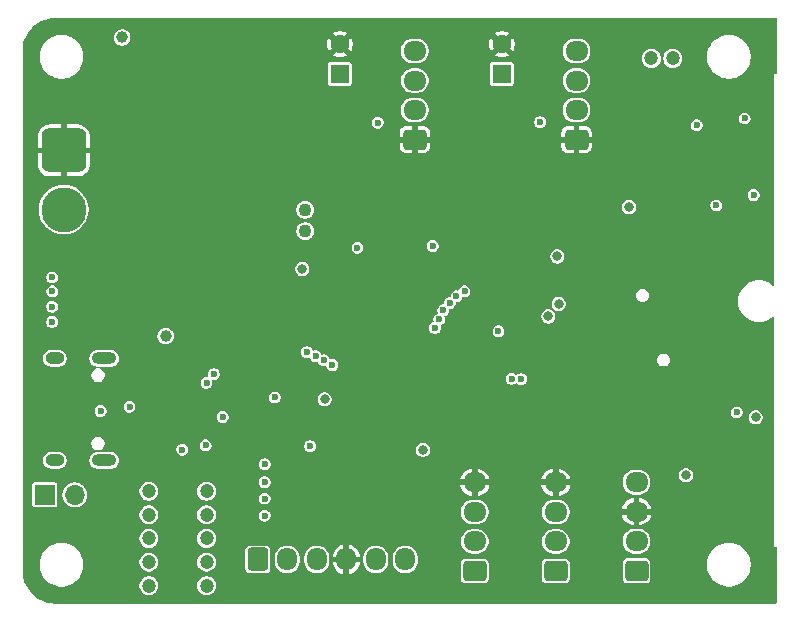
<source format=gbr>
%TF.GenerationSoftware,KiCad,Pcbnew,9.0.0*%
%TF.CreationDate,2025-03-30T21:06:10+09:00*%
%TF.ProjectId,GN10Mainboard,474e3130-4d61-4696-9e62-6f6172642e6b,rev?*%
%TF.SameCoordinates,Original*%
%TF.FileFunction,Copper,L3,Inr*%
%TF.FilePolarity,Positive*%
%FSLAX46Y46*%
G04 Gerber Fmt 4.6, Leading zero omitted, Abs format (unit mm)*
G04 Created by KiCad (PCBNEW 9.0.0) date 2025-03-30 21:06:10*
%MOMM*%
%LPD*%
G01*
G04 APERTURE LIST*
G04 Aperture macros list*
%AMRoundRect*
0 Rectangle with rounded corners*
0 $1 Rounding radius*
0 $2 $3 $4 $5 $6 $7 $8 $9 X,Y pos of 4 corners*
0 Add a 4 corners polygon primitive as box body*
4,1,4,$2,$3,$4,$5,$6,$7,$8,$9,$2,$3,0*
0 Add four circle primitives for the rounded corners*
1,1,$1+$1,$2,$3*
1,1,$1+$1,$4,$5*
1,1,$1+$1,$6,$7*
1,1,$1+$1,$8,$9*
0 Add four rect primitives between the rounded corners*
20,1,$1+$1,$2,$3,$4,$5,0*
20,1,$1+$1,$4,$5,$6,$7,0*
20,1,$1+$1,$6,$7,$8,$9,0*
20,1,$1+$1,$8,$9,$2,$3,0*%
G04 Aperture macros list end*
%TA.AperFunction,ComponentPad*%
%ADD10RoundRect,0.250000X0.725000X-0.600000X0.725000X0.600000X-0.725000X0.600000X-0.725000X-0.600000X0*%
%TD*%
%TA.AperFunction,ComponentPad*%
%ADD11O,1.950000X1.700000*%
%TD*%
%TA.AperFunction,ComponentPad*%
%ADD12R,1.600000X1.600000*%
%TD*%
%TA.AperFunction,ComponentPad*%
%ADD13C,1.600000*%
%TD*%
%TA.AperFunction,ComponentPad*%
%ADD14C,1.200000*%
%TD*%
%TA.AperFunction,ComponentPad*%
%ADD15R,1.700000X1.700000*%
%TD*%
%TA.AperFunction,ComponentPad*%
%ADD16O,1.700000X1.700000*%
%TD*%
%TA.AperFunction,ComponentPad*%
%ADD17O,2.100000X1.000000*%
%TD*%
%TA.AperFunction,ComponentPad*%
%ADD18O,1.600000X1.000000*%
%TD*%
%TA.AperFunction,ComponentPad*%
%ADD19C,1.100000*%
%TD*%
%TA.AperFunction,ComponentPad*%
%ADD20RoundRect,0.760000X-1.140000X1.140000X-1.140000X-1.140000X1.140000X-1.140000X1.140000X1.140000X0*%
%TD*%
%TA.AperFunction,ComponentPad*%
%ADD21C,3.800000*%
%TD*%
%TA.AperFunction,ComponentPad*%
%ADD22RoundRect,0.250000X-0.600000X-0.725000X0.600000X-0.725000X0.600000X0.725000X-0.600000X0.725000X0*%
%TD*%
%TA.AperFunction,ComponentPad*%
%ADD23O,1.700000X1.950000*%
%TD*%
%TA.AperFunction,ViaPad*%
%ADD24C,0.600000*%
%TD*%
%TA.AperFunction,ViaPad*%
%ADD25C,0.800000*%
%TD*%
%TA.AperFunction,ViaPad*%
%ADD26C,1.000000*%
%TD*%
G04 APERTURE END LIST*
D10*
%TO.N,+3.3V*%
%TO.C,J8*%
X182180000Y-147019000D03*
D11*
%TO.N,SYS_SWCLK*%
X182180000Y-144519000D03*
%TO.N,GND*%
X182180000Y-142019000D03*
%TO.N,SYS_SWDIO*%
X182180000Y-139519000D03*
%TD*%
D12*
%TO.N,+5V*%
%TO.C,C29*%
X157051000Y-104954380D03*
D13*
%TO.N,GND*%
X157051000Y-102454380D03*
%TD*%
D14*
%TO.N,*%
%TO.C,SW3*%
X185245000Y-103645000D03*
X183445000Y-103645000D03*
%TD*%
D10*
%TO.N,GND*%
%TO.C,J5*%
X177100000Y-110510000D03*
D11*
%TO.N,CAN2_L*%
X177100000Y-108010000D03*
%TO.N,+5V*%
X177100000Y-105510000D03*
%TO.N,CAN2_H*%
X177100000Y-103010000D03*
%TD*%
D15*
%TO.N,+5V*%
%TO.C,J2*%
X132075000Y-140589000D03*
D16*
%TO.N,VBUS*%
X134615000Y-140589000D03*
%TD*%
D17*
%TO.N,unconnected-(J3-SHIELD-PadS1)_3*%
%TO.C,J3*%
X137115000Y-129030000D03*
D18*
%TO.N,unconnected-(J3-SHIELD-PadS1)_1*%
X132935000Y-129030000D03*
D17*
%TO.N,unconnected-(J3-SHIELD-PadS1)_2*%
X137115000Y-137670000D03*
D18*
%TO.N,unconnected-(J3-SHIELD-PadS1)*%
X132935000Y-137670000D03*
%TD*%
D12*
%TO.N,+5V*%
%TO.C,C32*%
X170767000Y-104954380D03*
D13*
%TO.N,GND*%
X170767000Y-102454380D03*
%TD*%
D10*
%TO.N,GND*%
%TO.C,J4*%
X163401000Y-110510000D03*
D11*
%TO.N,CAN1_L*%
X163401000Y-108010000D03*
%TO.N,+5V*%
X163401000Y-105510000D03*
%TO.N,CAN1_H*%
X163401000Y-103010000D03*
%TD*%
D19*
%TO.N,*%
%TO.C,SW1*%
X154130000Y-118261000D03*
X154130000Y-116461000D03*
%TD*%
D14*
%TO.N,LED_A_DRV*%
%TO.C,U5*%
X140895000Y-140285000D03*
%TO.N,LED_F_DRV*%
X140895000Y-142285000D03*
%TO.N,LED_G_DRV*%
X140895000Y-144285000D03*
%TO.N,LED_E_DRV*%
X140895000Y-146285000D03*
%TO.N,LED_D_DRV*%
X140895000Y-148285000D03*
%TO.N,LED_DP_DRV*%
X145775000Y-148285000D03*
%TO.N,+3.3V*%
X145775000Y-146285000D03*
%TO.N,LED_C_DRV*%
X145775000Y-144285000D03*
%TO.N,+3.3V*%
X145775000Y-142285000D03*
%TO.N,LED_B_DRV*%
X145775000Y-140285000D03*
%TD*%
D20*
%TO.N,GND*%
%TO.C,J1*%
X133683000Y-111432000D03*
D21*
%TO.N,+BATT*%
X133683000Y-116432000D03*
%TD*%
D10*
%TO.N,USART3_RX*%
%TO.C,J6*%
X168481000Y-147039000D03*
D11*
%TO.N,+3.3V*%
X168481000Y-144539000D03*
%TO.N,USART3_TX*%
X168481000Y-142039000D03*
%TO.N,GND*%
X168481000Y-139539000D03*
%TD*%
D10*
%TO.N,I2C4_SCL*%
%TO.C,J7*%
X175339000Y-147039000D03*
D11*
%TO.N,+3.3V*%
X175339000Y-144539000D03*
%TO.N,I2C4_SDA*%
X175339000Y-142039000D03*
%TO.N,GND*%
X175339000Y-139539000D03*
%TD*%
D22*
%TO.N,SPI3_MOSI*%
%TO.C,J9*%
X150106000Y-146063000D03*
D23*
%TO.N,+3.3V*%
X152606000Y-146063000D03*
%TO.N,SPI3_MISO*%
X155106000Y-146063000D03*
%TO.N,GND*%
X157606000Y-146063000D03*
%TO.N,SPI3_SCK*%
X160106000Y-146063000D03*
%TO.N,SPI3_CS*%
X162606000Y-146063000D03*
%TD*%
D24*
%TO.N,GND*%
X155781000Y-118504000D03*
X157305000Y-115583000D03*
X160607000Y-115710000D03*
X135080000Y-132220000D03*
X192230000Y-127140000D03*
X157889200Y-107632800D03*
X174450000Y-149365000D03*
X186705500Y-111582500D03*
X176482000Y-122949000D03*
X187023000Y-112789000D03*
X156670000Y-111138000D03*
X184508400Y-141110000D03*
X193246000Y-105550000D03*
X142192000Y-144412000D03*
X188877200Y-136030000D03*
X193246000Y-143650000D03*
X182451000Y-111773000D03*
X152098000Y-125489000D03*
X179530000Y-116980000D03*
X179530000Y-110249000D03*
X190960000Y-125870000D03*
X193246000Y-110630000D03*
X164086800Y-135776000D03*
X184610000Y-127140000D03*
X193246000Y-106820000D03*
X150320000Y-148730000D03*
X175088174Y-132720696D03*
X192230000Y-120790000D03*
X144478000Y-140094000D03*
X139177582Y-130122054D03*
X154130000Y-107836000D03*
X136477000Y-100724000D03*
X160480000Y-128410000D03*
X189690000Y-127140000D03*
X189690000Y-129680000D03*
X130863600Y-143421400D03*
X177625000Y-149365000D03*
X131270000Y-132220000D03*
X161242000Y-108344000D03*
X170132000Y-116726000D03*
X156822400Y-122034600D03*
X178895000Y-134252000D03*
X159972000Y-111646000D03*
X157940000Y-148730000D03*
X192230000Y-128410000D03*
X138890000Y-146190000D03*
X163020000Y-148730000D03*
X139575800Y-134226600D03*
X189690000Y-128410000D03*
X142877800Y-136893600D03*
X164925000Y-118631000D03*
X182451000Y-116218000D03*
X184610000Y-122060000D03*
X179530000Y-136030000D03*
X153495000Y-134252000D03*
X192230000Y-129680000D03*
X152250400Y-126886000D03*
X167338000Y-126251000D03*
X187150000Y-122060000D03*
X190452000Y-136919000D03*
X154130000Y-114440000D03*
X184610000Y-119520000D03*
X179530000Y-112408000D03*
X136172200Y-143497600D03*
X190909200Y-129680000D03*
X191061600Y-119520000D03*
X178381998Y-122009200D03*
X177040800Y-145885200D03*
X179530000Y-103010000D03*
X146002000Y-133871000D03*
X156111200Y-120536000D03*
X154003000Y-123584000D03*
X165560000Y-144920000D03*
X193500000Y-130950000D03*
X192357000Y-116218000D03*
X154130000Y-103010000D03*
X184356000Y-143396000D03*
X172824400Y-140449600D03*
X165560000Y-148730000D03*
X193500000Y-128410000D03*
X182070000Y-122060000D03*
X193500000Y-129680000D03*
X156162000Y-127597200D03*
X189436000Y-107582000D03*
X189055000Y-109995000D03*
X171910000Y-100724000D03*
X190452000Y-110122000D03*
X156111200Y-107302600D03*
X192230000Y-142380000D03*
X186261000Y-110122000D03*
X192230000Y-119520000D03*
X182070000Y-129680000D03*
X163020000Y-125870000D03*
X169116000Y-131966000D03*
X137112000Y-106820000D03*
X193500000Y-122060000D03*
X151971000Y-109868000D03*
X160480000Y-148730000D03*
X184610000Y-136030000D03*
X141226800Y-136792000D03*
X191010800Y-120739200D03*
X193246000Y-114948000D03*
X151386800Y-136741200D03*
X193246000Y-100724000D03*
X172468800Y-147155200D03*
X160607000Y-117488000D03*
X147780000Y-148730000D03*
X190706000Y-107709000D03*
X164747200Y-139535200D03*
X187023000Y-115964000D03*
X159819600Y-134404400D03*
X179530000Y-140475000D03*
X182070000Y-119520000D03*
X187023000Y-134252000D03*
X155400000Y-148730000D03*
X182070000Y-127140000D03*
X186388000Y-136030000D03*
X135486400Y-126581200D03*
X178381998Y-120028000D03*
X193246000Y-136157000D03*
X138890000Y-148730000D03*
X144351000Y-127775000D03*
X187150000Y-127140000D03*
X193500000Y-138824000D03*
X154003000Y-144818400D03*
X193500000Y-127140000D03*
X178260000Y-115760800D03*
X145240000Y-119520000D03*
X134935000Y-129832400D03*
X193500000Y-119520000D03*
X179530000Y-108090000D03*
X148796000Y-100724000D03*
X193246000Y-113170000D03*
X163020000Y-113170000D03*
X141811000Y-131026200D03*
X185499000Y-111265000D03*
X139398000Y-120840800D03*
X182324000Y-114313000D03*
X174450000Y-114694000D03*
X179530000Y-105550000D03*
X131270000Y-129680000D03*
X156670000Y-112727000D03*
X136350000Y-120790000D03*
X192230000Y-130950000D03*
X131270000Y-137300000D03*
X171275000Y-149365000D03*
X187023000Y-115329000D03*
X181054000Y-108090000D03*
X168100000Y-100724000D03*
X179530000Y-100724000D03*
X182324000Y-115583000D03*
X131270000Y-127140000D03*
X147780000Y-119520000D03*
X154638000Y-122060000D03*
X163020000Y-141110000D03*
X156212800Y-123685600D03*
D25*
X140668000Y-123838000D03*
D24*
X190960000Y-127140000D03*
X163020000Y-128410000D03*
X189690000Y-130950000D03*
X160480000Y-123330000D03*
X184610000Y-148730000D03*
X152352000Y-123965000D03*
X148415000Y-135141000D03*
X157584400Y-118707200D03*
X141430000Y-100724000D03*
X168100000Y-149365000D03*
X170640000Y-136030000D03*
X187150000Y-119520000D03*
X135080000Y-136030000D03*
X137112000Y-109106000D03*
X168100000Y-103010000D03*
X187150000Y-129680000D03*
X190604400Y-115405200D03*
X164290000Y-100724000D03*
X180952400Y-145682000D03*
X193246000Y-135014000D03*
X159718000Y-118758000D03*
X136350000Y-139840000D03*
X160480000Y-100724000D03*
X151590000Y-114440000D03*
X158041600Y-121298000D03*
X193246000Y-115837000D03*
X181968400Y-134404400D03*
X154130000Y-111392000D03*
X190960000Y-128410000D03*
X174551600Y-122974400D03*
X183594000Y-111265000D03*
X167338000Y-130569000D03*
X174450000Y-127140000D03*
X142192000Y-139840000D03*
X167947600Y-137452400D03*
X153266400Y-127978200D03*
X178361600Y-125819200D03*
X193500000Y-137300000D03*
X143970000Y-100724000D03*
X160480000Y-130950000D03*
X169217600Y-143243600D03*
X147653000Y-132982000D03*
X180927000Y-113551000D03*
X152860000Y-148730000D03*
X178310800Y-127546400D03*
X163020000Y-123330000D03*
X146510000Y-137300000D03*
X184610000Y-139332000D03*
X193246000Y-114059000D03*
X171204015Y-126375368D03*
X163020000Y-130950000D03*
X186743600Y-149339600D03*
X190909200Y-130950000D03*
X156670000Y-134353600D03*
X187150000Y-100724000D03*
X192230000Y-122060000D03*
X146510000Y-127140000D03*
X142700000Y-134760000D03*
X148034000Y-144285000D03*
X182070000Y-124600000D03*
X157940000Y-137300000D03*
X131270000Y-108090000D03*
X143970000Y-148730000D03*
X182324000Y-113043000D03*
X190604400Y-114516200D03*
X178387000Y-118250000D03*
X160480000Y-125870000D03*
X173180000Y-136030000D03*
X193246000Y-109360000D03*
X180139600Y-132016800D03*
X154130000Y-100724000D03*
X131270000Y-134760000D03*
X171452800Y-110782400D03*
X136350000Y-123330000D03*
X150675600Y-144386600D03*
X136985000Y-148730000D03*
X167338000Y-128537000D03*
X189690000Y-125870000D03*
X164747200Y-137503200D03*
X150726400Y-119723200D03*
X178387000Y-123965000D03*
X193500000Y-120790000D03*
X193246000Y-111900000D03*
X190452000Y-111646000D03*
X182070000Y-148730000D03*
X176482000Y-119774000D03*
X143970000Y-146190000D03*
X189690000Y-122060000D03*
X193500000Y-140348000D03*
X151590000Y-103010000D03*
X166830000Y-108090000D03*
X153876000Y-132474000D03*
X168100000Y-134125000D03*
X166677600Y-111849200D03*
X177345600Y-137350800D03*
X169268400Y-119875600D03*
X189690000Y-123330000D03*
X156314400Y-130442000D03*
X146510000Y-100724000D03*
X150320000Y-127902000D03*
X193246000Y-108090000D03*
X188166000Y-107582000D03*
X193500000Y-141745000D03*
X175720000Y-100724000D03*
X184356000Y-134252000D03*
X170233600Y-122415600D03*
X169370000Y-111900000D03*
X193347600Y-133845600D03*
X174704000Y-107328000D03*
X189690000Y-119520000D03*
X189944000Y-134506000D03*
X193347600Y-149390400D03*
X189690000Y-120790000D03*
X142700000Y-119520000D03*
X191010800Y-122060000D03*
X157940000Y-142380000D03*
X151590000Y-100724000D03*
X182451000Y-137808000D03*
X136350000Y-114440000D03*
X170182800Y-147206000D03*
X146764000Y-145478800D03*
X167846000Y-122415600D03*
X187023000Y-114059000D03*
X148288000Y-130442000D03*
X142700000Y-118250000D03*
X142700000Y-142380000D03*
X131270000Y-119520000D03*
X174551600Y-120434400D03*
X189690000Y-124600000D03*
D26*
%TO.N,+5V*%
X138636000Y-101867000D03*
X142319000Y-127140000D03*
D24*
%TO.N,SYS_SWDIO*%
X167617400Y-123355400D03*
%TO.N,SYS_SWCLK*%
X166937186Y-123776485D03*
%TO.N,+3.3V*%
X158549600Y-119672400D03*
X187277000Y-109310000D03*
D25*
X153876000Y-121475800D03*
X164096200Y-136781000D03*
D24*
X154536400Y-136461800D03*
X143716000Y-136766600D03*
X147145000Y-133998000D03*
X164925000Y-119520000D03*
X191341000Y-108725000D03*
X174018200Y-109029800D03*
D25*
X155781000Y-132499400D03*
D24*
X160276800Y-109080600D03*
%TO.N,SPI3_SCK*%
X165822000Y-124954662D03*
%TO.N,DIP_3*%
X155718544Y-129203934D03*
X132692400Y-124650800D03*
%TO.N,DIP_4*%
X132692400Y-125946200D03*
X156416000Y-129595800D03*
%TO.N,DIP_2*%
X132717800Y-123355400D03*
X155008932Y-128834537D03*
%TO.N,DIP_1*%
X154277915Y-128500600D03*
X132692400Y-122187000D03*
%TO.N,SPI3_CS*%
X166360986Y-124361750D03*
%TO.N,Net-(U7-USBDM)*%
X139255002Y-133134400D03*
X145774106Y-131116858D03*
%TO.N,I2C4_SDA*%
X172408045Y-130782155D03*
%TO.N,Net-(U7-USBDP)*%
X136804998Y-133490000D03*
X146399106Y-130371039D03*
%TO.N,SPI3_MISO*%
X165469600Y-125732711D03*
%TO.N,I2C4_SCL*%
X171605000Y-130770418D03*
%TO.N,SPI3_MOSI*%
X165117200Y-126461812D03*
%TO.N,LED_B_DRV*%
X150696000Y-142356660D03*
%TO.N,LED_D_DRV*%
X150696000Y-140903941D03*
%TO.N,LED_DP_DRV*%
X150707985Y-137992615D03*
%TO.N,LED_F_DRV*%
X150704708Y-139507000D03*
D25*
%TO.N,BLE_UART_RX_LED*%
X192280800Y-134023400D03*
X186362600Y-138925600D03*
%TO.N,BLE_UART_RX*%
X174704000Y-125489000D03*
X181534583Y-116220697D03*
D24*
%TO.N,BLE_STATUS_LED*%
X192103000Y-115202000D03*
X188928000Y-116091000D03*
%TO.N,BLE_UART_MODE*%
X190680600Y-133617000D03*
X170489815Y-126735816D03*
D25*
%TO.N,BLE_UART_CTS*%
X175593000Y-124423000D03*
X175466000Y-120409000D03*
D24*
%TO.N,Net-(D13-K)*%
X151564600Y-132347000D03*
X145695062Y-136401000D03*
%TD*%
%TA.AperFunction,Conductor*%
%TO.N,GND*%
G36*
X194053533Y-100214852D02*
G01*
X194067885Y-100249500D01*
X194067885Y-100249523D01*
X194067347Y-101420460D01*
X194065774Y-104840345D01*
X194065723Y-104951023D01*
X194051355Y-104985664D01*
X194016723Y-105000000D01*
X193832000Y-105000000D01*
X193832000Y-116871909D01*
X193828270Y-116890660D01*
X193799501Y-116960114D01*
X193799500Y-116960120D01*
X193799500Y-122827110D01*
X193785148Y-122861758D01*
X193750500Y-122876110D01*
X193719949Y-122865420D01*
X193541895Y-122723427D01*
X193541894Y-122723426D01*
X193312147Y-122590781D01*
X193065191Y-122493858D01*
X192806553Y-122434825D01*
X192806544Y-122434824D01*
X192542000Y-122415000D01*
X192277455Y-122434824D01*
X192277446Y-122434825D01*
X192018808Y-122493858D01*
X191771852Y-122590781D01*
X191542105Y-122723426D01*
X191542104Y-122723427D01*
X191334692Y-122888833D01*
X191154250Y-123083304D01*
X191154248Y-123083306D01*
X191004803Y-123302502D01*
X190889701Y-123541513D01*
X190889696Y-123541526D01*
X190852315Y-123662715D01*
X190811503Y-123795025D01*
X190771963Y-124057354D01*
X190771963Y-124322646D01*
X190811503Y-124584975D01*
X190846792Y-124699379D01*
X190889696Y-124838473D01*
X190889701Y-124838486D01*
X191004803Y-125077497D01*
X191154248Y-125296693D01*
X191154250Y-125296695D01*
X191334692Y-125491166D01*
X191542104Y-125656572D01*
X191542105Y-125656573D01*
X191771852Y-125789218D01*
X191771853Y-125789218D01*
X191771856Y-125789220D01*
X192018810Y-125886142D01*
X192277450Y-125945175D01*
X192542000Y-125965000D01*
X192806550Y-125945175D01*
X193065190Y-125886142D01*
X193312144Y-125789220D01*
X193541893Y-125656574D01*
X193719949Y-125514578D01*
X193755986Y-125504197D01*
X193788810Y-125522338D01*
X193799500Y-125552889D01*
X193799500Y-133039882D01*
X193828270Y-133109340D01*
X193832000Y-133128090D01*
X193832000Y-145000000D01*
X193998277Y-145000000D01*
X194032925Y-145014352D01*
X194047277Y-145049000D01*
X194047277Y-145049023D01*
X194045947Y-147941150D01*
X194045125Y-149729771D01*
X194045115Y-149750523D01*
X194030747Y-149785164D01*
X193996115Y-149799500D01*
X133001376Y-149799500D01*
X132998629Y-149799423D01*
X132962165Y-149797375D01*
X132689304Y-149782051D01*
X132683844Y-149781436D01*
X132379763Y-149729771D01*
X132374406Y-149728548D01*
X132078025Y-149643161D01*
X132072839Y-149641346D01*
X131787886Y-149523315D01*
X131782935Y-149520931D01*
X131512982Y-149371734D01*
X131508345Y-149368821D01*
X131256765Y-149190316D01*
X131252494Y-149186908D01*
X131022504Y-148981376D01*
X131018621Y-148977493D01*
X130955436Y-148906789D01*
X130813089Y-148747503D01*
X130809685Y-148743236D01*
X130631175Y-148491650D01*
X130628270Y-148487026D01*
X130479068Y-148217064D01*
X130476684Y-148212113D01*
X130358653Y-147927160D01*
X130356838Y-147921974D01*
X130299440Y-147722744D01*
X130271449Y-147625587D01*
X130270228Y-147620236D01*
X130218562Y-147316147D01*
X130217949Y-147310702D01*
X130200577Y-147001371D01*
X130200500Y-146998624D01*
X130200500Y-146378712D01*
X131649500Y-146378712D01*
X131649500Y-146621288D01*
X131681162Y-146861789D01*
X131681163Y-146861793D01*
X131681164Y-146861800D01*
X131743944Y-147096095D01*
X131743946Y-147096101D01*
X131836776Y-147320213D01*
X131958062Y-147530286D01*
X131958072Y-147530301D01*
X132105730Y-147722732D01*
X132105740Y-147722744D01*
X132277255Y-147894259D01*
X132277267Y-147894269D01*
X132469698Y-148041927D01*
X132469707Y-148041933D01*
X132469711Y-148041936D01*
X132679788Y-148163224D01*
X132903900Y-148256054D01*
X132903904Y-148256055D01*
X133138199Y-148318835D01*
X133138200Y-148318835D01*
X133138211Y-148318838D01*
X133378712Y-148350500D01*
X133378716Y-148350500D01*
X133621284Y-148350500D01*
X133621288Y-148350500D01*
X133861789Y-148318838D01*
X134096100Y-148256054D01*
X134216574Y-148206152D01*
X140094500Y-148206152D01*
X140094500Y-148363847D01*
X140125260Y-148518487D01*
X140125263Y-148518497D01*
X140185606Y-148664179D01*
X140273211Y-148795289D01*
X140384711Y-148906789D01*
X140515821Y-148994394D01*
X140661503Y-149054737D01*
X140661509Y-149054738D01*
X140661512Y-149054739D01*
X140816152Y-149085499D01*
X140816158Y-149085500D01*
X140973842Y-149085500D01*
X141128497Y-149054737D01*
X141274179Y-148994394D01*
X141405289Y-148906789D01*
X141516789Y-148795289D01*
X141604394Y-148664179D01*
X141664737Y-148518497D01*
X141695500Y-148363842D01*
X141695500Y-148206158D01*
X141695499Y-148206152D01*
X144974500Y-148206152D01*
X144974500Y-148363847D01*
X145005260Y-148518487D01*
X145005263Y-148518497D01*
X145065606Y-148664179D01*
X145153211Y-148795289D01*
X145264711Y-148906789D01*
X145395821Y-148994394D01*
X145541503Y-149054737D01*
X145541509Y-149054738D01*
X145541512Y-149054739D01*
X145696152Y-149085499D01*
X145696158Y-149085500D01*
X145853842Y-149085500D01*
X146008497Y-149054737D01*
X146154179Y-148994394D01*
X146285289Y-148906789D01*
X146396789Y-148795289D01*
X146484394Y-148664179D01*
X146544737Y-148518497D01*
X146575500Y-148363842D01*
X146575500Y-148206158D01*
X146552295Y-148089499D01*
X146544739Y-148051512D01*
X146544736Y-148051501D01*
X146484394Y-147905821D01*
X146396789Y-147774711D01*
X146285289Y-147663211D01*
X146154179Y-147575606D01*
X146154176Y-147575604D01*
X146154175Y-147575604D01*
X146008498Y-147515263D01*
X146008487Y-147515260D01*
X145853847Y-147484500D01*
X145853842Y-147484500D01*
X145696158Y-147484500D01*
X145696152Y-147484500D01*
X145541512Y-147515260D01*
X145541501Y-147515263D01*
X145395824Y-147575604D01*
X145264711Y-147663210D01*
X145153210Y-147774711D01*
X145065604Y-147905824D01*
X145005263Y-148051501D01*
X145005260Y-148051512D01*
X144974500Y-148206152D01*
X141695499Y-148206152D01*
X141672295Y-148089499D01*
X141664739Y-148051512D01*
X141664736Y-148051501D01*
X141604394Y-147905821D01*
X141516789Y-147774711D01*
X141405289Y-147663211D01*
X141274179Y-147575606D01*
X141274176Y-147575604D01*
X141274175Y-147575604D01*
X141128498Y-147515263D01*
X141128487Y-147515260D01*
X140973847Y-147484500D01*
X140973842Y-147484500D01*
X140816158Y-147484500D01*
X140816152Y-147484500D01*
X140661512Y-147515260D01*
X140661501Y-147515263D01*
X140515824Y-147575604D01*
X140384711Y-147663210D01*
X140273210Y-147774711D01*
X140185604Y-147905824D01*
X140125263Y-148051501D01*
X140125260Y-148051512D01*
X140094500Y-148206152D01*
X134216574Y-148206152D01*
X134320212Y-148163224D01*
X134530289Y-148041936D01*
X134530476Y-148041793D01*
X134579579Y-148004113D01*
X134722738Y-147894265D01*
X134894265Y-147722738D01*
X135041936Y-147530289D01*
X135163224Y-147320212D01*
X135256054Y-147096100D01*
X135318838Y-146861789D01*
X135350500Y-146621288D01*
X135350500Y-146378712D01*
X135327782Y-146206152D01*
X140094500Y-146206152D01*
X140094500Y-146363847D01*
X140125260Y-146518487D01*
X140125263Y-146518498D01*
X140185604Y-146664175D01*
X140185606Y-146664179D01*
X140199918Y-146685598D01*
X140270164Y-146790730D01*
X140273211Y-146795289D01*
X140384711Y-146906789D01*
X140515821Y-146994394D01*
X140661503Y-147054737D01*
X140661509Y-147054738D01*
X140661512Y-147054739D01*
X140816152Y-147085499D01*
X140816158Y-147085500D01*
X140973842Y-147085500D01*
X141128497Y-147054737D01*
X141274179Y-146994394D01*
X141405289Y-146906789D01*
X141516789Y-146795289D01*
X141604394Y-146664179D01*
X141664737Y-146518497D01*
X141695500Y-146363842D01*
X141695500Y-146206158D01*
X141695499Y-146206152D01*
X144974500Y-146206152D01*
X144974500Y-146363847D01*
X145005260Y-146518487D01*
X145005263Y-146518498D01*
X145065604Y-146664175D01*
X145065606Y-146664179D01*
X145079918Y-146685598D01*
X145150164Y-146790730D01*
X145153211Y-146795289D01*
X145264711Y-146906789D01*
X145395821Y-146994394D01*
X145541503Y-147054737D01*
X145541509Y-147054738D01*
X145541512Y-147054739D01*
X145696152Y-147085499D01*
X145696158Y-147085500D01*
X145853842Y-147085500D01*
X146008497Y-147054737D01*
X146154179Y-146994394D01*
X146285289Y-146906789D01*
X146396789Y-146795289D01*
X146484394Y-146664179D01*
X146544737Y-146518497D01*
X146575500Y-146363842D01*
X146575500Y-146206158D01*
X146575491Y-146206114D01*
X146544739Y-146051512D01*
X146544736Y-146051501D01*
X146484394Y-145905821D01*
X146396789Y-145774711D01*
X146285289Y-145663211D01*
X146154179Y-145575606D01*
X146154176Y-145575604D01*
X146154175Y-145575604D01*
X146008498Y-145515263D01*
X146008487Y-145515260D01*
X145853847Y-145484500D01*
X145853842Y-145484500D01*
X145696158Y-145484500D01*
X145696152Y-145484500D01*
X145541512Y-145515260D01*
X145541501Y-145515263D01*
X145395824Y-145575604D01*
X145264711Y-145663210D01*
X145153210Y-145774711D01*
X145065604Y-145905824D01*
X145005263Y-146051501D01*
X145005260Y-146051512D01*
X144974500Y-146206152D01*
X141695499Y-146206152D01*
X141695491Y-146206114D01*
X141664739Y-146051512D01*
X141664736Y-146051501D01*
X141604394Y-145905821D01*
X141516789Y-145774711D01*
X141405289Y-145663211D01*
X141274179Y-145575606D01*
X141274176Y-145575604D01*
X141274175Y-145575604D01*
X141128498Y-145515263D01*
X141128487Y-145515260D01*
X140973847Y-145484500D01*
X140973842Y-145484500D01*
X140816158Y-145484500D01*
X140816152Y-145484500D01*
X140661512Y-145515260D01*
X140661501Y-145515263D01*
X140515824Y-145575604D01*
X140384711Y-145663210D01*
X140273210Y-145774711D01*
X140185604Y-145905824D01*
X140125263Y-146051501D01*
X140125260Y-146051512D01*
X140094500Y-146206152D01*
X135327782Y-146206152D01*
X135318838Y-146138211D01*
X135315441Y-146125535D01*
X135271750Y-145962477D01*
X135256054Y-145903900D01*
X135163224Y-145679788D01*
X135156826Y-145668707D01*
X135041937Y-145469713D01*
X135041927Y-145469698D01*
X134921241Y-145312417D01*
X134899224Y-145283724D01*
X149055500Y-145283724D01*
X149055500Y-146842275D01*
X149058353Y-146872698D01*
X149058353Y-146872699D01*
X149103204Y-147000876D01*
X149103208Y-147000885D01*
X149183849Y-147110150D01*
X149293114Y-147190791D01*
X149293117Y-147190792D01*
X149293118Y-147190793D01*
X149293120Y-147190793D01*
X149293123Y-147190795D01*
X149421301Y-147235646D01*
X149451734Y-147238500D01*
X149451744Y-147238500D01*
X150760256Y-147238500D01*
X150760266Y-147238500D01*
X150790699Y-147235646D01*
X150918882Y-147190793D01*
X150944933Y-147171567D01*
X151028150Y-147110150D01*
X151108791Y-147000885D01*
X151108791Y-147000884D01*
X151108793Y-147000882D01*
X151153646Y-146872699D01*
X151156500Y-146842266D01*
X151156500Y-145834535D01*
X151555500Y-145834535D01*
X151555500Y-146291465D01*
X151572855Y-146378715D01*
X151595869Y-146494417D01*
X151595871Y-146494423D01*
X151666185Y-146664175D01*
X151675059Y-146685598D01*
X151790023Y-146857655D01*
X151936345Y-147003977D01*
X152108402Y-147118941D01*
X152299580Y-147198130D01*
X152502535Y-147238500D01*
X152502538Y-147238500D01*
X152709462Y-147238500D01*
X152709465Y-147238500D01*
X152912420Y-147198130D01*
X153103598Y-147118941D01*
X153275655Y-147003977D01*
X153421977Y-146857655D01*
X153536941Y-146685598D01*
X153616130Y-146494420D01*
X153656500Y-146291465D01*
X153656500Y-145834535D01*
X154055500Y-145834535D01*
X154055500Y-146291465D01*
X154072855Y-146378715D01*
X154095869Y-146494417D01*
X154095871Y-146494423D01*
X154166185Y-146664175D01*
X154175059Y-146685598D01*
X154290023Y-146857655D01*
X154436345Y-147003977D01*
X154608402Y-147118941D01*
X154799580Y-147198130D01*
X155002535Y-147238500D01*
X155002538Y-147238500D01*
X155209462Y-147238500D01*
X155209465Y-147238500D01*
X155412420Y-147198130D01*
X155603598Y-147118941D01*
X155775655Y-147003977D01*
X155921977Y-146857655D01*
X156036941Y-146685598D01*
X156116130Y-146494420D01*
X156156500Y-146291465D01*
X156156500Y-145834535D01*
X156152216Y-145812999D01*
X156461462Y-145812999D01*
X156461463Y-145813000D01*
X157201854Y-145813000D01*
X157163370Y-145879657D01*
X157131000Y-146000465D01*
X157131000Y-146125535D01*
X157163370Y-146246343D01*
X157201854Y-146313000D01*
X156461463Y-146313000D01*
X156484316Y-146457289D01*
X156484317Y-146457292D01*
X156540252Y-146629445D01*
X156622432Y-146790730D01*
X156728830Y-146937176D01*
X156728834Y-146937181D01*
X156856819Y-147065166D01*
X156856823Y-147065169D01*
X157003269Y-147171567D01*
X157164554Y-147253747D01*
X157336708Y-147309682D01*
X157336712Y-147309683D01*
X157356000Y-147312738D01*
X157356000Y-146467145D01*
X157422657Y-146505630D01*
X157543465Y-146538000D01*
X157668535Y-146538000D01*
X157789343Y-146505630D01*
X157856000Y-146467145D01*
X157856000Y-147312737D01*
X157875287Y-147309683D01*
X157875291Y-147309682D01*
X158047445Y-147253747D01*
X158208730Y-147171567D01*
X158355176Y-147065169D01*
X158355181Y-147065166D01*
X158483166Y-146937181D01*
X158483169Y-146937176D01*
X158589567Y-146790730D01*
X158671747Y-146629445D01*
X158727682Y-146457292D01*
X158727683Y-146457289D01*
X158750537Y-146313000D01*
X158010146Y-146313000D01*
X158048630Y-146246343D01*
X158081000Y-146125535D01*
X158081000Y-146000465D01*
X158048630Y-145879657D01*
X158022579Y-145834535D01*
X159055500Y-145834535D01*
X159055500Y-146291465D01*
X159072855Y-146378715D01*
X159095869Y-146494417D01*
X159095871Y-146494423D01*
X159166185Y-146664175D01*
X159175059Y-146685598D01*
X159290023Y-146857655D01*
X159436345Y-147003977D01*
X159608402Y-147118941D01*
X159799580Y-147198130D01*
X160002535Y-147238500D01*
X160002538Y-147238500D01*
X160209462Y-147238500D01*
X160209465Y-147238500D01*
X160412420Y-147198130D01*
X160603598Y-147118941D01*
X160775655Y-147003977D01*
X160921977Y-146857655D01*
X161036941Y-146685598D01*
X161116130Y-146494420D01*
X161156500Y-146291465D01*
X161156500Y-145834535D01*
X161555500Y-145834535D01*
X161555500Y-146291465D01*
X161572855Y-146378715D01*
X161595869Y-146494417D01*
X161595871Y-146494423D01*
X161666185Y-146664175D01*
X161675059Y-146685598D01*
X161790023Y-146857655D01*
X161936345Y-147003977D01*
X162108402Y-147118941D01*
X162299580Y-147198130D01*
X162502535Y-147238500D01*
X162502538Y-147238500D01*
X162709462Y-147238500D01*
X162709465Y-147238500D01*
X162912420Y-147198130D01*
X163103598Y-147118941D01*
X163275655Y-147003977D01*
X163421977Y-146857655D01*
X163536941Y-146685598D01*
X163616130Y-146494420D01*
X163626339Y-146443095D01*
X163637950Y-146384724D01*
X167305500Y-146384724D01*
X167305500Y-147693275D01*
X167308353Y-147723698D01*
X167308353Y-147723699D01*
X167353204Y-147851876D01*
X167353208Y-147851885D01*
X167433849Y-147961150D01*
X167543114Y-148041791D01*
X167543117Y-148041792D01*
X167543118Y-148041793D01*
X167543120Y-148041793D01*
X167543123Y-148041795D01*
X167622300Y-148069500D01*
X167671301Y-148086646D01*
X167701734Y-148089500D01*
X167701744Y-148089500D01*
X169260256Y-148089500D01*
X169260266Y-148089500D01*
X169290699Y-148086646D01*
X169418882Y-148041793D01*
X169445979Y-148021795D01*
X169528150Y-147961150D01*
X169608791Y-147851885D01*
X169608791Y-147851884D01*
X169608793Y-147851882D01*
X169653646Y-147723699D01*
X169656500Y-147693266D01*
X169656500Y-146384734D01*
X169656499Y-146384724D01*
X174163500Y-146384724D01*
X174163500Y-147693275D01*
X174166353Y-147723698D01*
X174166353Y-147723699D01*
X174211204Y-147851876D01*
X174211208Y-147851885D01*
X174291849Y-147961150D01*
X174401114Y-148041791D01*
X174401117Y-148041792D01*
X174401118Y-148041793D01*
X174401120Y-148041793D01*
X174401123Y-148041795D01*
X174480300Y-148069500D01*
X174529301Y-148086646D01*
X174559734Y-148089500D01*
X174559744Y-148089500D01*
X176118256Y-148089500D01*
X176118266Y-148089500D01*
X176148699Y-148086646D01*
X176276882Y-148041793D01*
X176303979Y-148021795D01*
X176386150Y-147961150D01*
X176466791Y-147851885D01*
X176466791Y-147851884D01*
X176466793Y-147851882D01*
X176511646Y-147723699D01*
X176514500Y-147693266D01*
X176514500Y-146384734D01*
X176512623Y-146364724D01*
X181004500Y-146364724D01*
X181004500Y-147673275D01*
X181007353Y-147703698D01*
X181007353Y-147703699D01*
X181052204Y-147831876D01*
X181052208Y-147831885D01*
X181132849Y-147941150D01*
X181242114Y-148021791D01*
X181242117Y-148021792D01*
X181242118Y-148021793D01*
X181242120Y-148021793D01*
X181242123Y-148021795D01*
X181327050Y-148051512D01*
X181370301Y-148066646D01*
X181400734Y-148069500D01*
X181400744Y-148069500D01*
X182959256Y-148069500D01*
X182959266Y-148069500D01*
X182989699Y-148066646D01*
X183117882Y-148021793D01*
X183227150Y-147941150D01*
X183293030Y-147851885D01*
X183307791Y-147831885D01*
X183307791Y-147831884D01*
X183307793Y-147831882D01*
X183352646Y-147703699D01*
X183355500Y-147673266D01*
X183355500Y-146378712D01*
X188149500Y-146378712D01*
X188149500Y-146621288D01*
X188181162Y-146861789D01*
X188181163Y-146861793D01*
X188181164Y-146861800D01*
X188243944Y-147096095D01*
X188243946Y-147096101D01*
X188336776Y-147320213D01*
X188458062Y-147530286D01*
X188458072Y-147530301D01*
X188605730Y-147722732D01*
X188605740Y-147722744D01*
X188777255Y-147894259D01*
X188777267Y-147894269D01*
X188969698Y-148041927D01*
X188969707Y-148041933D01*
X188969711Y-148041936D01*
X189179788Y-148163224D01*
X189403900Y-148256054D01*
X189403904Y-148256055D01*
X189638199Y-148318835D01*
X189638200Y-148318835D01*
X189638211Y-148318838D01*
X189878712Y-148350500D01*
X189878716Y-148350500D01*
X190121284Y-148350500D01*
X190121288Y-148350500D01*
X190361789Y-148318838D01*
X190596100Y-148256054D01*
X190820212Y-148163224D01*
X191030289Y-148041936D01*
X191030476Y-148041793D01*
X191079579Y-148004113D01*
X191222738Y-147894265D01*
X191394265Y-147722738D01*
X191541936Y-147530289D01*
X191663224Y-147320212D01*
X191756054Y-147096100D01*
X191818838Y-146861789D01*
X191850500Y-146621288D01*
X191850500Y-146378712D01*
X191818838Y-146138211D01*
X191815441Y-146125535D01*
X191771750Y-145962477D01*
X191756054Y-145903900D01*
X191663224Y-145679788D01*
X191656826Y-145668707D01*
X191541937Y-145469713D01*
X191541927Y-145469698D01*
X191394269Y-145277267D01*
X191394259Y-145277255D01*
X191222744Y-145105740D01*
X191222732Y-145105730D01*
X191030301Y-144958072D01*
X191030286Y-144958062D01*
X190820212Y-144836776D01*
X190820213Y-144836776D01*
X190596101Y-144743946D01*
X190596095Y-144743944D01*
X190361800Y-144681164D01*
X190361793Y-144681163D01*
X190361789Y-144681162D01*
X190121288Y-144649500D01*
X189878712Y-144649500D01*
X189638211Y-144681162D01*
X189638207Y-144681162D01*
X189638199Y-144681164D01*
X189403904Y-144743944D01*
X189403898Y-144743946D01*
X189179786Y-144836776D01*
X188969713Y-144958062D01*
X188969698Y-144958072D01*
X188777267Y-145105730D01*
X188777255Y-145105740D01*
X188605740Y-145277255D01*
X188605730Y-145277267D01*
X188458072Y-145469698D01*
X188458062Y-145469713D01*
X188336776Y-145679786D01*
X188243946Y-145903898D01*
X188243944Y-145903904D01*
X188181164Y-146138199D01*
X188181162Y-146138207D01*
X188181162Y-146138211D01*
X188149500Y-146378712D01*
X183355500Y-146378712D01*
X183355500Y-146364734D01*
X183352646Y-146334301D01*
X183345192Y-146313000D01*
X183307795Y-146206123D01*
X183307791Y-146206114D01*
X183227150Y-146096849D01*
X183117885Y-146016208D01*
X183117876Y-146016204D01*
X182989698Y-145971353D01*
X182959275Y-145968500D01*
X182959266Y-145968500D01*
X181400734Y-145968500D01*
X181400724Y-145968500D01*
X181370301Y-145971353D01*
X181370300Y-145971353D01*
X181242123Y-146016204D01*
X181242114Y-146016208D01*
X181132849Y-146096849D01*
X181052208Y-146206114D01*
X181052204Y-146206123D01*
X181007353Y-146334300D01*
X181007353Y-146334301D01*
X181004500Y-146364724D01*
X176512623Y-146364724D01*
X176511646Y-146354302D01*
X176511646Y-146354300D01*
X176466795Y-146226123D01*
X176466791Y-146226114D01*
X176386150Y-146116849D01*
X176276885Y-146036208D01*
X176276876Y-146036204D01*
X176148698Y-145991353D01*
X176118275Y-145988500D01*
X176118266Y-145988500D01*
X174559734Y-145988500D01*
X174559724Y-145988500D01*
X174529301Y-145991353D01*
X174529300Y-145991353D01*
X174401123Y-146036204D01*
X174401114Y-146036208D01*
X174291849Y-146116849D01*
X174211208Y-146226114D01*
X174211204Y-146226123D01*
X174166353Y-146354300D01*
X174166353Y-146354301D01*
X174163500Y-146384724D01*
X169656499Y-146384724D01*
X169653646Y-146354301D01*
X169646647Y-146334300D01*
X169608795Y-146226123D01*
X169608791Y-146226114D01*
X169528150Y-146116849D01*
X169418885Y-146036208D01*
X169418876Y-146036204D01*
X169290698Y-145991353D01*
X169260275Y-145988500D01*
X169260266Y-145988500D01*
X167701734Y-145988500D01*
X167701724Y-145988500D01*
X167671301Y-145991353D01*
X167671300Y-145991353D01*
X167543123Y-146036204D01*
X167543114Y-146036208D01*
X167433849Y-146116849D01*
X167353208Y-146226114D01*
X167353204Y-146226123D01*
X167308353Y-146354300D01*
X167308353Y-146354301D01*
X167305500Y-146384724D01*
X163637950Y-146384724D01*
X163640076Y-146374038D01*
X163640077Y-146374029D01*
X163647979Y-146334301D01*
X163656500Y-146291465D01*
X163656500Y-145834535D01*
X163616130Y-145631580D01*
X163536941Y-145440402D01*
X163421977Y-145268345D01*
X163275655Y-145122023D01*
X163103598Y-145007059D01*
X163103596Y-145007058D01*
X162912423Y-144927871D01*
X162912417Y-144927869D01*
X162830572Y-144911589D01*
X162709465Y-144887500D01*
X162502535Y-144887500D01*
X162405562Y-144906789D01*
X162299582Y-144927869D01*
X162299576Y-144927871D01*
X162108403Y-145007058D01*
X161936345Y-145122022D01*
X161790022Y-145268345D01*
X161675058Y-145440403D01*
X161595871Y-145631576D01*
X161595869Y-145631582D01*
X161589578Y-145663210D01*
X161555500Y-145834535D01*
X161156500Y-145834535D01*
X161116130Y-145631580D01*
X161036941Y-145440402D01*
X160921977Y-145268345D01*
X160775655Y-145122023D01*
X160603598Y-145007059D01*
X160603596Y-145007058D01*
X160412423Y-144927871D01*
X160412417Y-144927869D01*
X160330572Y-144911589D01*
X160209465Y-144887500D01*
X160002535Y-144887500D01*
X159905562Y-144906789D01*
X159799582Y-144927869D01*
X159799576Y-144927871D01*
X159608403Y-145007058D01*
X159436345Y-145122022D01*
X159290022Y-145268345D01*
X159175058Y-145440403D01*
X159095871Y-145631576D01*
X159095869Y-145631582D01*
X159089578Y-145663210D01*
X159055500Y-145834535D01*
X158022579Y-145834535D01*
X158010146Y-145813000D01*
X158750537Y-145813000D01*
X158750537Y-145812999D01*
X158727683Y-145668710D01*
X158727682Y-145668707D01*
X158671747Y-145496554D01*
X158589567Y-145335269D01*
X158483169Y-145188823D01*
X158483166Y-145188819D01*
X158355181Y-145060834D01*
X158355176Y-145060830D01*
X158208730Y-144954432D01*
X158047445Y-144872252D01*
X157875292Y-144816317D01*
X157875290Y-144816316D01*
X157856000Y-144813260D01*
X157856000Y-145658854D01*
X157789343Y-145620370D01*
X157668535Y-145588000D01*
X157543465Y-145588000D01*
X157422657Y-145620370D01*
X157356000Y-145658854D01*
X157356000Y-144813260D01*
X157336709Y-144816316D01*
X157336707Y-144816317D01*
X157164554Y-144872252D01*
X157003269Y-144954432D01*
X156856823Y-145060830D01*
X156728830Y-145188823D01*
X156622432Y-145335269D01*
X156540252Y-145496554D01*
X156484317Y-145668707D01*
X156484316Y-145668710D01*
X156461462Y-145812999D01*
X156152216Y-145812999D01*
X156116130Y-145631580D01*
X156036941Y-145440402D01*
X155921977Y-145268345D01*
X155775655Y-145122023D01*
X155603598Y-145007059D01*
X155603596Y-145007058D01*
X155412423Y-144927871D01*
X155412417Y-144927869D01*
X155330572Y-144911589D01*
X155209465Y-144887500D01*
X155002535Y-144887500D01*
X154905562Y-144906789D01*
X154799582Y-144927869D01*
X154799576Y-144927871D01*
X154608403Y-145007058D01*
X154436345Y-145122022D01*
X154290022Y-145268345D01*
X154175058Y-145440403D01*
X154095871Y-145631576D01*
X154095869Y-145631582D01*
X154089578Y-145663210D01*
X154055500Y-145834535D01*
X153656500Y-145834535D01*
X153616130Y-145631580D01*
X153536941Y-145440402D01*
X153421977Y-145268345D01*
X153275655Y-145122023D01*
X153103598Y-145007059D01*
X153103596Y-145007058D01*
X152912423Y-144927871D01*
X152912417Y-144927869D01*
X152830572Y-144911589D01*
X152709465Y-144887500D01*
X152502535Y-144887500D01*
X152405562Y-144906789D01*
X152299582Y-144927869D01*
X152299576Y-144927871D01*
X152108403Y-145007058D01*
X151936345Y-145122022D01*
X151790022Y-145268345D01*
X151675058Y-145440403D01*
X151595871Y-145631576D01*
X151595869Y-145631582D01*
X151589578Y-145663210D01*
X151555500Y-145834535D01*
X151156500Y-145834535D01*
X151156500Y-145283734D01*
X151153646Y-145253301D01*
X151138023Y-145208654D01*
X151108795Y-145125123D01*
X151108791Y-145125114D01*
X151028150Y-145015849D01*
X150918885Y-144935208D01*
X150918876Y-144935204D01*
X150790698Y-144890353D01*
X150760275Y-144887500D01*
X150760266Y-144887500D01*
X149451734Y-144887500D01*
X149451724Y-144887500D01*
X149421301Y-144890353D01*
X149421300Y-144890353D01*
X149293123Y-144935204D01*
X149293114Y-144935208D01*
X149183849Y-145015849D01*
X149103208Y-145125114D01*
X149103204Y-145125123D01*
X149058353Y-145253300D01*
X149058353Y-145253301D01*
X149055500Y-145283724D01*
X134899224Y-145283724D01*
X134894269Y-145277266D01*
X134894259Y-145277255D01*
X134722744Y-145105740D01*
X134722732Y-145105730D01*
X134530301Y-144958072D01*
X134530286Y-144958062D01*
X134320212Y-144836776D01*
X134320213Y-144836776D01*
X134096101Y-144743946D01*
X134096095Y-144743944D01*
X133861800Y-144681164D01*
X133861793Y-144681163D01*
X133861789Y-144681162D01*
X133621288Y-144649500D01*
X133378712Y-144649500D01*
X133138211Y-144681162D01*
X133138207Y-144681162D01*
X133138199Y-144681164D01*
X132903904Y-144743944D01*
X132903898Y-144743946D01*
X132679786Y-144836776D01*
X132469713Y-144958062D01*
X132469698Y-144958072D01*
X132277267Y-145105730D01*
X132277255Y-145105740D01*
X132105740Y-145277255D01*
X132105730Y-145277267D01*
X131958072Y-145469698D01*
X131958062Y-145469713D01*
X131836776Y-145679786D01*
X131743946Y-145903898D01*
X131743944Y-145903904D01*
X131681164Y-146138199D01*
X131681162Y-146138207D01*
X131681162Y-146138211D01*
X131649500Y-146378712D01*
X130200500Y-146378712D01*
X130200500Y-144206152D01*
X140094500Y-144206152D01*
X140094500Y-144363847D01*
X140125260Y-144518487D01*
X140125263Y-144518498D01*
X140185604Y-144664175D01*
X140185606Y-144664179D01*
X140273211Y-144795289D01*
X140384711Y-144906789D01*
X140515821Y-144994394D01*
X140661503Y-145054737D01*
X140661509Y-145054738D01*
X140661512Y-145054739D01*
X140816152Y-145085499D01*
X140816158Y-145085500D01*
X140973842Y-145085500D01*
X141128497Y-145054737D01*
X141274179Y-144994394D01*
X141405289Y-144906789D01*
X141516789Y-144795289D01*
X141604394Y-144664179D01*
X141664737Y-144518497D01*
X141695500Y-144363842D01*
X141695500Y-144206158D01*
X141695499Y-144206152D01*
X144974500Y-144206152D01*
X144974500Y-144363847D01*
X145005260Y-144518487D01*
X145005263Y-144518498D01*
X145065604Y-144664175D01*
X145065606Y-144664179D01*
X145153211Y-144795289D01*
X145264711Y-144906789D01*
X145395821Y-144994394D01*
X145541503Y-145054737D01*
X145541509Y-145054738D01*
X145541512Y-145054739D01*
X145696152Y-145085499D01*
X145696158Y-145085500D01*
X145853842Y-145085500D01*
X146008497Y-145054737D01*
X146154179Y-144994394D01*
X146285289Y-144906789D01*
X146396789Y-144795289D01*
X146484394Y-144664179D01*
X146544737Y-144518497D01*
X146561239Y-144435537D01*
X146561239Y-144435535D01*
X167305500Y-144435535D01*
X167305500Y-144642465D01*
X167313198Y-144681164D01*
X167345869Y-144845417D01*
X167345871Y-144845423D01*
X167425058Y-145036596D01*
X167425059Y-145036598D01*
X167457734Y-145085500D01*
X167526659Y-145188655D01*
X167540023Y-145208655D01*
X167686345Y-145354977D01*
X167858402Y-145469941D01*
X168049580Y-145549130D01*
X168252535Y-145589500D01*
X168252538Y-145589500D01*
X168709462Y-145589500D01*
X168709465Y-145589500D01*
X168912420Y-145549130D01*
X169103598Y-145469941D01*
X169275655Y-145354977D01*
X169421977Y-145208655D01*
X169536941Y-145036598D01*
X169616130Y-144845420D01*
X169656500Y-144642465D01*
X169656500Y-144435535D01*
X174163500Y-144435535D01*
X174163500Y-144642465D01*
X174171198Y-144681164D01*
X174203869Y-144845417D01*
X174203871Y-144845423D01*
X174283058Y-145036596D01*
X174283059Y-145036598D01*
X174315734Y-145085500D01*
X174384659Y-145188655D01*
X174398023Y-145208655D01*
X174544345Y-145354977D01*
X174716402Y-145469941D01*
X174907580Y-145549130D01*
X175110535Y-145589500D01*
X175110538Y-145589500D01*
X175567462Y-145589500D01*
X175567465Y-145589500D01*
X175770420Y-145549130D01*
X175961598Y-145469941D01*
X176133655Y-145354977D01*
X176279977Y-145208655D01*
X176394941Y-145036598D01*
X176474130Y-144845420D01*
X176514500Y-144642465D01*
X176514500Y-144435535D01*
X176510522Y-144415538D01*
X176510521Y-144415535D01*
X181004500Y-144415535D01*
X181004500Y-144622465D01*
X181016176Y-144681164D01*
X181044869Y-144825417D01*
X181044871Y-144825423D01*
X181123749Y-145015849D01*
X181124059Y-145016598D01*
X181170097Y-145085499D01*
X181196572Y-145125123D01*
X181239023Y-145188655D01*
X181385345Y-145334977D01*
X181557402Y-145449941D01*
X181748580Y-145529130D01*
X181951535Y-145569500D01*
X181951538Y-145569500D01*
X182408462Y-145569500D01*
X182408465Y-145569500D01*
X182611420Y-145529130D01*
X182802598Y-145449941D01*
X182974655Y-145334977D01*
X183120977Y-145188655D01*
X183235941Y-145016598D01*
X183315130Y-144825420D01*
X183355500Y-144622465D01*
X183355500Y-144415535D01*
X183315130Y-144212580D01*
X183235941Y-144021402D01*
X183120977Y-143849345D01*
X182974655Y-143703023D01*
X182802598Y-143588059D01*
X182772534Y-143575606D01*
X182611423Y-143508871D01*
X182611417Y-143508869D01*
X182509012Y-143488500D01*
X182408465Y-143468500D01*
X181951535Y-143468500D01*
X181850988Y-143488500D01*
X181748582Y-143508869D01*
X181748576Y-143508871D01*
X181557403Y-143588058D01*
X181385345Y-143703022D01*
X181239022Y-143849345D01*
X181124058Y-144021403D01*
X181044871Y-144212576D01*
X181044869Y-144212582D01*
X181024592Y-144314520D01*
X181004500Y-144415535D01*
X176510521Y-144415535D01*
X176474132Y-144232591D01*
X176474130Y-144232582D01*
X176474130Y-144232580D01*
X176394941Y-144041402D01*
X176279977Y-143869345D01*
X176133655Y-143723023D01*
X175961598Y-143608059D01*
X175883250Y-143575606D01*
X175770423Y-143528871D01*
X175770417Y-143528869D01*
X175688572Y-143512589D01*
X175567465Y-143488500D01*
X175110535Y-143488500D01*
X175009520Y-143508592D01*
X174907582Y-143528869D01*
X174907576Y-143528871D01*
X174716403Y-143608058D01*
X174544345Y-143723022D01*
X174398022Y-143869345D01*
X174283058Y-144041403D01*
X174203871Y-144232576D01*
X174203869Y-144232582D01*
X174183592Y-144334520D01*
X174163500Y-144435535D01*
X169656500Y-144435535D01*
X169616130Y-144232580D01*
X169536941Y-144041402D01*
X169421977Y-143869345D01*
X169275655Y-143723023D01*
X169103598Y-143608059D01*
X169025250Y-143575606D01*
X168912423Y-143528871D01*
X168912417Y-143528869D01*
X168830572Y-143512589D01*
X168709465Y-143488500D01*
X168252535Y-143488500D01*
X168151520Y-143508592D01*
X168049582Y-143528869D01*
X168049576Y-143528871D01*
X167858403Y-143608058D01*
X167686345Y-143723022D01*
X167540022Y-143869345D01*
X167425058Y-144041403D01*
X167345871Y-144232576D01*
X167345869Y-144232582D01*
X167325592Y-144334520D01*
X167305500Y-144435535D01*
X146561239Y-144435535D01*
X146563620Y-144423569D01*
X146563620Y-144423568D01*
X146575499Y-144363845D01*
X146575500Y-144363842D01*
X146575500Y-144206158D01*
X146575499Y-144206152D01*
X146544739Y-144051512D01*
X146544736Y-144051501D01*
X146484395Y-143905824D01*
X146484394Y-143905821D01*
X146396789Y-143774711D01*
X146285289Y-143663211D01*
X146154179Y-143575606D01*
X146154176Y-143575604D01*
X146154175Y-143575604D01*
X146008498Y-143515263D01*
X146008487Y-143515260D01*
X145853847Y-143484500D01*
X145853842Y-143484500D01*
X145696158Y-143484500D01*
X145696152Y-143484500D01*
X145541512Y-143515260D01*
X145541501Y-143515263D01*
X145395824Y-143575604D01*
X145264711Y-143663210D01*
X145153210Y-143774711D01*
X145065604Y-143905824D01*
X145005263Y-144051501D01*
X145005260Y-144051512D01*
X144974500Y-144206152D01*
X141695499Y-144206152D01*
X141664737Y-144051503D01*
X141604394Y-143905821D01*
X141516789Y-143774711D01*
X141405289Y-143663211D01*
X141274179Y-143575606D01*
X141274176Y-143575604D01*
X141274175Y-143575604D01*
X141128498Y-143515263D01*
X141128487Y-143515260D01*
X140973847Y-143484500D01*
X140973842Y-143484500D01*
X140816158Y-143484500D01*
X140816152Y-143484500D01*
X140661512Y-143515260D01*
X140661501Y-143515263D01*
X140515824Y-143575604D01*
X140384711Y-143663210D01*
X140273210Y-143774711D01*
X140185604Y-143905824D01*
X140125263Y-144051501D01*
X140125260Y-144051512D01*
X140094500Y-144206152D01*
X130200500Y-144206152D01*
X130200500Y-142206152D01*
X140094500Y-142206152D01*
X140094500Y-142363847D01*
X140125260Y-142518487D01*
X140125263Y-142518498D01*
X140185604Y-142664175D01*
X140185606Y-142664179D01*
X140273211Y-142795289D01*
X140384711Y-142906789D01*
X140515821Y-142994394D01*
X140661503Y-143054737D01*
X140661509Y-143054738D01*
X140661512Y-143054739D01*
X140816152Y-143085499D01*
X140816158Y-143085500D01*
X140973842Y-143085500D01*
X141128497Y-143054737D01*
X141274179Y-142994394D01*
X141405289Y-142906789D01*
X141516789Y-142795289D01*
X141604394Y-142664179D01*
X141664737Y-142518497D01*
X141695500Y-142363842D01*
X141695500Y-142206158D01*
X141695499Y-142206152D01*
X144974500Y-142206152D01*
X144974500Y-142363847D01*
X145005260Y-142518487D01*
X145005263Y-142518498D01*
X145065604Y-142664175D01*
X145065606Y-142664179D01*
X145153211Y-142795289D01*
X145264711Y-142906789D01*
X145395821Y-142994394D01*
X145541503Y-143054737D01*
X145541509Y-143054738D01*
X145541512Y-143054739D01*
X145696152Y-143085499D01*
X145696158Y-143085500D01*
X145853842Y-143085500D01*
X146008497Y-143054737D01*
X146154179Y-142994394D01*
X146285289Y-142906789D01*
X146396789Y-142795289D01*
X146484394Y-142664179D01*
X146544737Y-142518497D01*
X146575500Y-142363842D01*
X146575500Y-142290764D01*
X150195500Y-142290764D01*
X150195500Y-142422555D01*
X150229607Y-142549844D01*
X150229608Y-142549848D01*
X150271110Y-142621730D01*
X150295500Y-142663974D01*
X150388686Y-142757160D01*
X150407775Y-142768181D01*
X150502811Y-142823051D01*
X150502813Y-142823051D01*
X150502814Y-142823052D01*
X150603207Y-142849952D01*
X150630104Y-142857159D01*
X150630105Y-142857160D01*
X150630108Y-142857160D01*
X150761895Y-142857160D01*
X150761895Y-142857159D01*
X150889186Y-142823052D01*
X151003314Y-142757160D01*
X151096500Y-142663974D01*
X151162392Y-142549846D01*
X151196499Y-142422555D01*
X151196500Y-142422555D01*
X151196500Y-142290765D01*
X151196499Y-142290764D01*
X151162392Y-142163475D01*
X151162391Y-142163471D01*
X151115084Y-142081535D01*
X151096500Y-142049346D01*
X151003314Y-141956160D01*
X150967596Y-141935538D01*
X150967591Y-141935535D01*
X167305500Y-141935535D01*
X167305500Y-142142465D01*
X167325855Y-142244796D01*
X167345869Y-142345417D01*
X167345871Y-142345423D01*
X167393515Y-142460445D01*
X167425059Y-142536598D01*
X167481942Y-142621730D01*
X167510302Y-142664175D01*
X167540023Y-142708655D01*
X167686345Y-142854977D01*
X167858402Y-142969941D01*
X168049580Y-143049130D01*
X168252535Y-143089500D01*
X168252538Y-143089500D01*
X168709462Y-143089500D01*
X168709465Y-143089500D01*
X168912420Y-143049130D01*
X169103598Y-142969941D01*
X169275655Y-142854977D01*
X169421977Y-142708655D01*
X169536941Y-142536598D01*
X169616130Y-142345420D01*
X169656500Y-142142465D01*
X169656500Y-141935535D01*
X174163500Y-141935535D01*
X174163500Y-142142465D01*
X174183855Y-142244796D01*
X174203869Y-142345417D01*
X174203871Y-142345423D01*
X174251515Y-142460445D01*
X174283059Y-142536598D01*
X174339942Y-142621730D01*
X174368302Y-142664175D01*
X174398023Y-142708655D01*
X174544345Y-142854977D01*
X174716402Y-142969941D01*
X174907580Y-143049130D01*
X175110535Y-143089500D01*
X175110538Y-143089500D01*
X175567462Y-143089500D01*
X175567465Y-143089500D01*
X175770420Y-143049130D01*
X175961598Y-142969941D01*
X176133655Y-142854977D01*
X176279977Y-142708655D01*
X176394941Y-142536598D01*
X176474130Y-142345420D01*
X176485001Y-142290768D01*
X176494144Y-142244805D01*
X176494145Y-142244796D01*
X176514500Y-142142465D01*
X176514500Y-141935535D01*
X176481374Y-141769000D01*
X180930261Y-141769000D01*
X181775854Y-141769000D01*
X181737370Y-141835657D01*
X181705000Y-141956465D01*
X181705000Y-142081535D01*
X181737370Y-142202343D01*
X181775854Y-142269000D01*
X180930261Y-142269000D01*
X180933316Y-142288290D01*
X180933317Y-142288292D01*
X180989252Y-142460445D01*
X181071432Y-142621730D01*
X181177830Y-142768176D01*
X181177834Y-142768181D01*
X181305819Y-142896166D01*
X181305823Y-142896169D01*
X181452269Y-143002567D01*
X181613554Y-143084747D01*
X181785707Y-143140682D01*
X181785710Y-143140683D01*
X181930000Y-143163535D01*
X181930000Y-142423145D01*
X181996657Y-142461630D01*
X182117465Y-142494000D01*
X182242535Y-142494000D01*
X182363343Y-142461630D01*
X182430000Y-142423145D01*
X182430000Y-143163534D01*
X182574289Y-143140683D01*
X182574292Y-143140682D01*
X182746445Y-143084747D01*
X182907730Y-143002567D01*
X183054176Y-142896169D01*
X183054181Y-142896166D01*
X183182166Y-142768181D01*
X183182169Y-142768176D01*
X183288567Y-142621730D01*
X183370747Y-142460445D01*
X183426682Y-142288292D01*
X183426683Y-142288290D01*
X183429739Y-142269000D01*
X182584146Y-142269000D01*
X182622630Y-142202343D01*
X182655000Y-142081535D01*
X182655000Y-141956465D01*
X182622630Y-141835657D01*
X182584146Y-141769000D01*
X183429739Y-141769000D01*
X183426683Y-141749709D01*
X183426682Y-141749707D01*
X183370747Y-141577554D01*
X183288567Y-141416269D01*
X183182169Y-141269823D01*
X183182166Y-141269819D01*
X183054181Y-141141834D01*
X183054176Y-141141830D01*
X182907730Y-141035432D01*
X182746445Y-140953252D01*
X182574292Y-140897317D01*
X182574289Y-140897316D01*
X182430000Y-140874462D01*
X182430000Y-141614854D01*
X182363343Y-141576370D01*
X182242535Y-141544000D01*
X182117465Y-141544000D01*
X181996657Y-141576370D01*
X181930000Y-141614854D01*
X181930000Y-140874462D01*
X181929999Y-140874462D01*
X181785710Y-140897316D01*
X181785707Y-140897317D01*
X181613554Y-140953252D01*
X181452269Y-141035432D01*
X181305823Y-141141830D01*
X181177830Y-141269823D01*
X181071432Y-141416269D01*
X180989252Y-141577554D01*
X180933317Y-141749707D01*
X180933316Y-141749709D01*
X180930261Y-141769000D01*
X176481374Y-141769000D01*
X176474130Y-141732580D01*
X176394941Y-141541402D01*
X176279977Y-141369345D01*
X176133655Y-141223023D01*
X176116044Y-141211256D01*
X176012140Y-141141830D01*
X175961598Y-141108059D01*
X175935206Y-141097127D01*
X175770423Y-141028871D01*
X175770417Y-141028869D01*
X175688572Y-141012589D01*
X175567465Y-140988500D01*
X175110535Y-140988500D01*
X175009520Y-141008592D01*
X174907582Y-141028869D01*
X174907576Y-141028871D01*
X174716403Y-141108058D01*
X174544345Y-141223022D01*
X174398022Y-141369345D01*
X174283058Y-141541403D01*
X174203871Y-141732576D01*
X174203869Y-141732582D01*
X174191811Y-141793204D01*
X174163500Y-141935535D01*
X169656500Y-141935535D01*
X169616130Y-141732580D01*
X169536941Y-141541402D01*
X169421977Y-141369345D01*
X169275655Y-141223023D01*
X169258044Y-141211256D01*
X169154140Y-141141830D01*
X169103598Y-141108059D01*
X169077206Y-141097127D01*
X168912423Y-141028871D01*
X168912417Y-141028869D01*
X168830572Y-141012589D01*
X168709465Y-140988500D01*
X168252535Y-140988500D01*
X168151520Y-141008592D01*
X168049582Y-141028869D01*
X168049576Y-141028871D01*
X167858403Y-141108058D01*
X167686345Y-141223022D01*
X167540022Y-141369345D01*
X167425058Y-141541403D01*
X167345871Y-141732576D01*
X167345869Y-141732582D01*
X167333811Y-141793204D01*
X167305500Y-141935535D01*
X150967591Y-141935535D01*
X150889188Y-141890268D01*
X150889184Y-141890267D01*
X150761895Y-141856160D01*
X150761892Y-141856160D01*
X150630108Y-141856160D01*
X150630105Y-141856160D01*
X150502815Y-141890267D01*
X150502811Y-141890268D01*
X150388685Y-141956160D01*
X150388685Y-141956161D01*
X150295501Y-142049345D01*
X150295500Y-142049345D01*
X150229608Y-142163471D01*
X150229607Y-142163475D01*
X150195500Y-142290764D01*
X146575500Y-142290764D01*
X146575500Y-142206158D01*
X146544737Y-142051503D01*
X146484394Y-141905821D01*
X146396789Y-141774711D01*
X146285289Y-141663211D01*
X146154179Y-141575606D01*
X146154176Y-141575604D01*
X146154175Y-141575604D01*
X146008498Y-141515263D01*
X146008487Y-141515260D01*
X145853847Y-141484500D01*
X145853842Y-141484500D01*
X145696158Y-141484500D01*
X145696152Y-141484500D01*
X145541512Y-141515260D01*
X145541501Y-141515263D01*
X145395824Y-141575604D01*
X145264711Y-141663210D01*
X145153210Y-141774711D01*
X145065604Y-141905824D01*
X145005263Y-142051501D01*
X145005260Y-142051512D01*
X144974500Y-142206152D01*
X141695499Y-142206152D01*
X141664737Y-142051503D01*
X141604394Y-141905821D01*
X141516789Y-141774711D01*
X141405289Y-141663211D01*
X141274179Y-141575606D01*
X141274176Y-141575604D01*
X141274175Y-141575604D01*
X141128498Y-141515263D01*
X141128487Y-141515260D01*
X140973847Y-141484500D01*
X140973842Y-141484500D01*
X140816158Y-141484500D01*
X140816152Y-141484500D01*
X140661512Y-141515260D01*
X140661501Y-141515263D01*
X140515824Y-141575604D01*
X140384711Y-141663210D01*
X140273210Y-141774711D01*
X140185604Y-141905824D01*
X140125263Y-142051501D01*
X140125260Y-142051512D01*
X140094500Y-142206152D01*
X130200500Y-142206152D01*
X130200500Y-139719252D01*
X131024500Y-139719252D01*
X131024500Y-141458748D01*
X131036133Y-141517231D01*
X131053882Y-141543795D01*
X131080447Y-141583552D01*
X131103759Y-141599128D01*
X131146769Y-141627867D01*
X131205252Y-141639500D01*
X131205255Y-141639500D01*
X132944745Y-141639500D01*
X132944748Y-141639500D01*
X133003231Y-141627867D01*
X133069552Y-141583552D01*
X133113867Y-141517231D01*
X133125500Y-141458748D01*
X133125500Y-140485535D01*
X133564500Y-140485535D01*
X133564500Y-140692465D01*
X133591290Y-140827150D01*
X133604869Y-140895417D01*
X133604871Y-140895423D01*
X133684058Y-141086596D01*
X133775214Y-141223023D01*
X133799023Y-141258655D01*
X133945345Y-141404977D01*
X134117402Y-141519941D01*
X134308580Y-141599130D01*
X134511535Y-141639500D01*
X134511538Y-141639500D01*
X134718462Y-141639500D01*
X134718465Y-141639500D01*
X134921420Y-141599130D01*
X135112598Y-141519941D01*
X135284655Y-141404977D01*
X135430977Y-141258655D01*
X135545941Y-141086598D01*
X135625130Y-140895420D01*
X135665500Y-140692465D01*
X135665500Y-140485535D01*
X135625130Y-140282580D01*
X135593472Y-140206152D01*
X140094500Y-140206152D01*
X140094500Y-140363847D01*
X140125260Y-140518487D01*
X140125263Y-140518498D01*
X140184158Y-140660683D01*
X140185606Y-140664179D01*
X140273211Y-140795289D01*
X140384711Y-140906789D01*
X140515821Y-140994394D01*
X140661503Y-141054737D01*
X140661509Y-141054738D01*
X140661512Y-141054739D01*
X140816152Y-141085499D01*
X140816158Y-141085500D01*
X140973842Y-141085500D01*
X141128497Y-141054737D01*
X141274179Y-140994394D01*
X141405289Y-140906789D01*
X141516789Y-140795289D01*
X141604394Y-140664179D01*
X141664737Y-140518497D01*
X141695500Y-140363842D01*
X141695500Y-140206158D01*
X141695499Y-140206152D01*
X144974500Y-140206152D01*
X144974500Y-140363847D01*
X145005260Y-140518487D01*
X145005263Y-140518498D01*
X145064158Y-140660683D01*
X145065606Y-140664179D01*
X145153211Y-140795289D01*
X145264711Y-140906789D01*
X145395821Y-140994394D01*
X145541503Y-141054737D01*
X145541509Y-141054738D01*
X145541512Y-141054739D01*
X145696152Y-141085499D01*
X145696158Y-141085500D01*
X145853842Y-141085500D01*
X146008497Y-141054737D01*
X146154179Y-140994394D01*
X146285289Y-140906789D01*
X146354033Y-140838045D01*
X150195500Y-140838045D01*
X150195500Y-140969836D01*
X150229607Y-141097125D01*
X150229608Y-141097129D01*
X150295500Y-141211255D01*
X150388686Y-141304441D01*
X150430457Y-141328558D01*
X150502811Y-141370332D01*
X150502813Y-141370332D01*
X150502814Y-141370333D01*
X150603207Y-141397233D01*
X150630104Y-141404440D01*
X150630105Y-141404441D01*
X150630108Y-141404441D01*
X150761895Y-141404441D01*
X150761895Y-141404440D01*
X150889186Y-141370333D01*
X151003314Y-141304441D01*
X151096500Y-141211255D01*
X151162392Y-141097127D01*
X151196499Y-140969836D01*
X151196500Y-140969836D01*
X151196500Y-140838046D01*
X151196499Y-140838045D01*
X151162392Y-140710756D01*
X151162391Y-140710752D01*
X151096499Y-140596626D01*
X151003314Y-140503441D01*
X150889188Y-140437549D01*
X150889184Y-140437548D01*
X150761895Y-140403441D01*
X150761892Y-140403441D01*
X150630108Y-140403441D01*
X150630105Y-140403441D01*
X150502815Y-140437548D01*
X150502811Y-140437549D01*
X150388685Y-140503441D01*
X150388685Y-140503442D01*
X150295501Y-140596626D01*
X150295500Y-140596626D01*
X150229608Y-140710752D01*
X150229607Y-140710756D01*
X150195500Y-140838045D01*
X146354033Y-140838045D01*
X146396789Y-140795289D01*
X146484394Y-140664179D01*
X146544737Y-140518497D01*
X146575500Y-140363842D01*
X146575500Y-140206158D01*
X146575499Y-140206152D01*
X146544739Y-140051512D01*
X146544736Y-140051501D01*
X146515304Y-139980445D01*
X146484394Y-139905821D01*
X146396789Y-139774711D01*
X146285289Y-139663211D01*
X146281634Y-139660769D01*
X146192984Y-139601535D01*
X146154179Y-139575606D01*
X146154176Y-139575604D01*
X146154175Y-139575604D01*
X146008498Y-139515263D01*
X146008487Y-139515260D01*
X145861164Y-139485955D01*
X145861157Y-139485955D01*
X145853842Y-139484500D01*
X145696158Y-139484500D01*
X145696152Y-139484500D01*
X145541512Y-139515260D01*
X145541501Y-139515263D01*
X145395824Y-139575604D01*
X145264711Y-139663210D01*
X145153210Y-139774711D01*
X145065604Y-139905824D01*
X145005263Y-140051501D01*
X145005260Y-140051512D01*
X144974500Y-140206152D01*
X141695499Y-140206152D01*
X141664739Y-140051512D01*
X141664736Y-140051501D01*
X141635304Y-139980445D01*
X141604394Y-139905821D01*
X141516789Y-139774711D01*
X141405289Y-139663211D01*
X141401634Y-139660769D01*
X141312984Y-139601535D01*
X141274179Y-139575606D01*
X141274176Y-139575604D01*
X141274175Y-139575604D01*
X141128498Y-139515263D01*
X141128487Y-139515260D01*
X140973847Y-139484500D01*
X140973842Y-139484500D01*
X140816158Y-139484500D01*
X140816152Y-139484500D01*
X140661512Y-139515260D01*
X140661501Y-139515263D01*
X140515824Y-139575604D01*
X140384711Y-139663210D01*
X140273210Y-139774711D01*
X140185604Y-139905824D01*
X140125263Y-140051501D01*
X140125260Y-140051512D01*
X140094500Y-140206152D01*
X135593472Y-140206152D01*
X135545941Y-140091402D01*
X135430977Y-139919345D01*
X135284655Y-139773023D01*
X135249981Y-139749855D01*
X135175643Y-139700184D01*
X135112598Y-139658059D01*
X135026667Y-139622465D01*
X134921423Y-139578871D01*
X134921417Y-139578869D01*
X134839572Y-139562589D01*
X134718465Y-139538500D01*
X134511535Y-139538500D01*
X134410520Y-139558592D01*
X134308582Y-139578869D01*
X134308576Y-139578871D01*
X134117403Y-139658058D01*
X133945345Y-139773022D01*
X133799022Y-139919345D01*
X133684058Y-140091403D01*
X133604871Y-140282576D01*
X133604869Y-140282582D01*
X133588706Y-140363842D01*
X133564500Y-140485535D01*
X133125500Y-140485535D01*
X133125500Y-139719252D01*
X133113867Y-139660769D01*
X133087301Y-139621012D01*
X133069552Y-139594447D01*
X133029795Y-139567882D01*
X133003231Y-139550133D01*
X132944748Y-139538500D01*
X131205252Y-139538500D01*
X131146769Y-139550133D01*
X131080447Y-139594447D01*
X131037944Y-139658058D01*
X131036133Y-139660769D01*
X131024500Y-139719252D01*
X130200500Y-139719252D01*
X130200500Y-139441104D01*
X150204208Y-139441104D01*
X150204208Y-139572895D01*
X150238315Y-139700184D01*
X150238316Y-139700188D01*
X150281343Y-139774711D01*
X150304208Y-139814314D01*
X150397394Y-139907500D01*
X150417477Y-139919095D01*
X150511519Y-139973391D01*
X150511521Y-139973391D01*
X150511522Y-139973392D01*
X150611915Y-140000292D01*
X150638812Y-140007499D01*
X150638813Y-140007500D01*
X150638816Y-140007500D01*
X150770603Y-140007500D01*
X150770603Y-140007499D01*
X150897894Y-139973392D01*
X151012022Y-139907500D01*
X151105208Y-139814314D01*
X151160091Y-139719255D01*
X151171099Y-139700188D01*
X151171099Y-139700187D01*
X151171100Y-139700186D01*
X151205207Y-139572895D01*
X151205208Y-139572895D01*
X151205208Y-139441107D01*
X151201109Y-139425809D01*
X151201109Y-139425807D01*
X151171774Y-139316327D01*
X151171404Y-139314950D01*
X151171100Y-139313814D01*
X151171099Y-139313812D01*
X151171099Y-139313811D01*
X151156774Y-139289000D01*
X167231261Y-139289000D01*
X168076854Y-139289000D01*
X168038370Y-139355657D01*
X168006000Y-139476465D01*
X168006000Y-139601535D01*
X168038370Y-139722343D01*
X168076854Y-139789000D01*
X167231261Y-139789000D01*
X167234316Y-139808290D01*
X167234317Y-139808292D01*
X167290252Y-139980445D01*
X167372432Y-140141730D01*
X167478830Y-140288176D01*
X167478834Y-140288181D01*
X167606819Y-140416166D01*
X167606823Y-140416169D01*
X167753269Y-140522567D01*
X167914554Y-140604747D01*
X168086707Y-140660682D01*
X168086710Y-140660683D01*
X168231000Y-140683535D01*
X168231000Y-139943145D01*
X168297657Y-139981630D01*
X168418465Y-140014000D01*
X168543535Y-140014000D01*
X168664343Y-139981630D01*
X168731000Y-139943145D01*
X168731000Y-140683534D01*
X168875289Y-140660683D01*
X168875292Y-140660682D01*
X169047445Y-140604747D01*
X169208730Y-140522567D01*
X169355176Y-140416169D01*
X169355181Y-140416166D01*
X169483166Y-140288181D01*
X169483169Y-140288176D01*
X169589567Y-140141730D01*
X169671747Y-139980445D01*
X169727682Y-139808292D01*
X169727683Y-139808290D01*
X169730739Y-139789000D01*
X168885146Y-139789000D01*
X168923630Y-139722343D01*
X168956000Y-139601535D01*
X168956000Y-139476465D01*
X168923630Y-139355657D01*
X168885146Y-139289000D01*
X169730739Y-139289000D01*
X174089261Y-139289000D01*
X174934854Y-139289000D01*
X174896370Y-139355657D01*
X174864000Y-139476465D01*
X174864000Y-139601535D01*
X174896370Y-139722343D01*
X174934854Y-139789000D01*
X174089261Y-139789000D01*
X174092316Y-139808290D01*
X174092317Y-139808292D01*
X174148252Y-139980445D01*
X174230432Y-140141730D01*
X174336830Y-140288176D01*
X174336834Y-140288181D01*
X174464819Y-140416166D01*
X174464823Y-140416169D01*
X174611269Y-140522567D01*
X174772554Y-140604747D01*
X174944707Y-140660682D01*
X174944710Y-140660683D01*
X175089000Y-140683535D01*
X175089000Y-139943145D01*
X175155657Y-139981630D01*
X175276465Y-140014000D01*
X175401535Y-140014000D01*
X175522343Y-139981630D01*
X175589000Y-139943145D01*
X175589000Y-140683534D01*
X175733289Y-140660683D01*
X175733292Y-140660682D01*
X175905445Y-140604747D01*
X176066730Y-140522567D01*
X176213176Y-140416169D01*
X176213181Y-140416166D01*
X176341166Y-140288181D01*
X176341169Y-140288176D01*
X176447567Y-140141730D01*
X176529747Y-139980445D01*
X176585682Y-139808292D01*
X176585683Y-139808290D01*
X176588739Y-139789000D01*
X175743146Y-139789000D01*
X175781630Y-139722343D01*
X175814000Y-139601535D01*
X175814000Y-139476465D01*
X175797674Y-139415535D01*
X181004500Y-139415535D01*
X181004500Y-139622465D01*
X181019960Y-139700186D01*
X181044869Y-139825417D01*
X181044871Y-139825423D01*
X181083775Y-139919345D01*
X181124059Y-140016598D01*
X181239023Y-140188655D01*
X181385345Y-140334977D01*
X181557402Y-140449941D01*
X181748580Y-140529130D01*
X181951535Y-140569500D01*
X181951538Y-140569500D01*
X182408462Y-140569500D01*
X182408465Y-140569500D01*
X182611420Y-140529130D01*
X182802598Y-140449941D01*
X182974655Y-140334977D01*
X183120977Y-140188655D01*
X183235941Y-140016598D01*
X183315130Y-139825420D01*
X183355500Y-139622465D01*
X183355500Y-139415535D01*
X183315130Y-139212580D01*
X183235941Y-139021402D01*
X183120977Y-138849345D01*
X183118171Y-138846539D01*
X185762100Y-138846539D01*
X185762100Y-139004660D01*
X185803022Y-139157382D01*
X185803023Y-139157386D01*
X185882075Y-139294309D01*
X185882078Y-139294313D01*
X185882080Y-139294316D01*
X185993884Y-139406120D01*
X185993887Y-139406121D01*
X185993890Y-139406124D01*
X186130813Y-139485176D01*
X186130815Y-139485176D01*
X186130816Y-139485177D01*
X186243099Y-139515263D01*
X186283539Y-139526099D01*
X186283540Y-139526100D01*
X186283543Y-139526100D01*
X186441660Y-139526100D01*
X186441660Y-139526099D01*
X186594384Y-139485177D01*
X186670715Y-139441108D01*
X186731309Y-139406124D01*
X186731308Y-139406124D01*
X186731316Y-139406120D01*
X186843120Y-139294316D01*
X186922177Y-139157384D01*
X186963099Y-139004660D01*
X186963100Y-139004660D01*
X186963100Y-138846540D01*
X186963099Y-138846539D01*
X186924644Y-138703023D01*
X186922177Y-138693816D01*
X186922176Y-138693815D01*
X186922176Y-138693813D01*
X186843124Y-138556890D01*
X186843121Y-138556887D01*
X186843120Y-138556884D01*
X186731316Y-138445080D01*
X186731313Y-138445078D01*
X186731309Y-138445075D01*
X186594386Y-138366023D01*
X186594382Y-138366022D01*
X186441660Y-138325100D01*
X186441657Y-138325100D01*
X186283543Y-138325100D01*
X186283540Y-138325100D01*
X186130817Y-138366022D01*
X186130813Y-138366023D01*
X185993890Y-138445075D01*
X185993881Y-138445082D01*
X185882082Y-138556881D01*
X185882075Y-138556890D01*
X185803023Y-138693813D01*
X185803022Y-138693817D01*
X185762100Y-138846539D01*
X183118171Y-138846539D01*
X182974655Y-138703023D01*
X182960877Y-138693817D01*
X182889207Y-138645929D01*
X182802598Y-138588059D01*
X182727350Y-138556890D01*
X182611423Y-138508871D01*
X182611417Y-138508869D01*
X182529572Y-138492589D01*
X182408465Y-138468500D01*
X181951535Y-138468500D01*
X181850520Y-138488592D01*
X181748582Y-138508869D01*
X181748576Y-138508871D01*
X181557403Y-138588058D01*
X181385345Y-138703022D01*
X181239022Y-138849345D01*
X181124058Y-139021403D01*
X181044871Y-139212576D01*
X181044869Y-139212582D01*
X181037955Y-139247343D01*
X181004500Y-139415535D01*
X175797674Y-139415535D01*
X175781630Y-139355657D01*
X175743146Y-139289000D01*
X176588739Y-139289000D01*
X176585683Y-139269709D01*
X176585682Y-139269707D01*
X176529747Y-139097554D01*
X176447567Y-138936269D01*
X176341169Y-138789823D01*
X176341166Y-138789819D01*
X176213181Y-138661834D01*
X176213176Y-138661830D01*
X176066730Y-138555432D01*
X175905445Y-138473252D01*
X175733292Y-138417317D01*
X175733289Y-138417316D01*
X175589000Y-138394462D01*
X175589000Y-139134854D01*
X175522343Y-139096370D01*
X175401535Y-139064000D01*
X175276465Y-139064000D01*
X175155657Y-139096370D01*
X175089000Y-139134854D01*
X175089000Y-138394462D01*
X175088999Y-138394462D01*
X174944710Y-138417316D01*
X174944707Y-138417317D01*
X174772554Y-138473252D01*
X174611269Y-138555432D01*
X174464823Y-138661830D01*
X174336830Y-138789823D01*
X174230432Y-138936269D01*
X174148252Y-139097554D01*
X174092317Y-139269707D01*
X174092316Y-139269709D01*
X174089261Y-139289000D01*
X169730739Y-139289000D01*
X169727683Y-139269709D01*
X169727682Y-139269707D01*
X169671747Y-139097554D01*
X169589567Y-138936269D01*
X169483169Y-138789823D01*
X169483166Y-138789819D01*
X169355181Y-138661834D01*
X169355176Y-138661830D01*
X169208730Y-138555432D01*
X169047445Y-138473252D01*
X168875292Y-138417317D01*
X168875289Y-138417316D01*
X168731000Y-138394462D01*
X168731000Y-139134854D01*
X168664343Y-139096370D01*
X168543535Y-139064000D01*
X168418465Y-139064000D01*
X168297657Y-139096370D01*
X168231000Y-139134854D01*
X168231000Y-138394462D01*
X168230999Y-138394462D01*
X168086710Y-138417316D01*
X168086707Y-138417317D01*
X167914554Y-138473252D01*
X167753269Y-138555432D01*
X167606823Y-138661830D01*
X167478830Y-138789823D01*
X167372432Y-138936269D01*
X167290252Y-139097554D01*
X167234317Y-139269707D01*
X167234316Y-139269709D01*
X167231261Y-139289000D01*
X151156774Y-139289000D01*
X151129325Y-139241457D01*
X151105208Y-139199686D01*
X151012022Y-139106500D01*
X150996527Y-139097554D01*
X150897896Y-139040608D01*
X150897892Y-139040607D01*
X150770603Y-139006500D01*
X150770600Y-139006500D01*
X150638816Y-139006500D01*
X150638813Y-139006500D01*
X150511523Y-139040607D01*
X150511519Y-139040608D01*
X150397393Y-139106500D01*
X150397393Y-139106501D01*
X150304209Y-139199685D01*
X150304208Y-139199685D01*
X150238316Y-139313811D01*
X150238315Y-139313815D01*
X150204208Y-139441104D01*
X130200500Y-139441104D01*
X130200500Y-137601001D01*
X131934500Y-137601001D01*
X131934500Y-137738998D01*
X131961417Y-137874318D01*
X131961420Y-137874329D01*
X132014223Y-138001807D01*
X132014225Y-138001811D01*
X132045137Y-138048074D01*
X132090883Y-138116539D01*
X132188460Y-138214116D01*
X132234102Y-138244613D01*
X132303189Y-138290775D01*
X132430672Y-138343580D01*
X132430678Y-138343581D01*
X132430681Y-138343582D01*
X132566001Y-138370499D01*
X132566007Y-138370500D01*
X133303993Y-138370500D01*
X133439328Y-138343580D01*
X133566811Y-138290775D01*
X133681542Y-138214114D01*
X133779114Y-138116542D01*
X133855775Y-138001811D01*
X133908580Y-137874328D01*
X133935500Y-137738993D01*
X133935500Y-137601007D01*
X133935499Y-137601001D01*
X135864500Y-137601001D01*
X135864500Y-137738998D01*
X135891417Y-137874318D01*
X135891420Y-137874329D01*
X135944223Y-138001807D01*
X135944225Y-138001811D01*
X135975137Y-138048074D01*
X136020883Y-138116539D01*
X136118460Y-138214116D01*
X136164102Y-138244613D01*
X136233189Y-138290775D01*
X136360672Y-138343580D01*
X136360678Y-138343581D01*
X136360681Y-138343582D01*
X136496001Y-138370499D01*
X136496007Y-138370500D01*
X137733993Y-138370500D01*
X137869328Y-138343580D01*
X137996811Y-138290775D01*
X138111542Y-138214114D01*
X138209114Y-138116542D01*
X138285775Y-138001811D01*
X138316879Y-137926719D01*
X150207485Y-137926719D01*
X150207485Y-138058510D01*
X150241592Y-138185799D01*
X150241593Y-138185803D01*
X150302200Y-138290775D01*
X150307485Y-138299929D01*
X150400671Y-138393115D01*
X150442442Y-138417232D01*
X150514796Y-138459006D01*
X150514798Y-138459006D01*
X150514799Y-138459007D01*
X150550228Y-138468500D01*
X150642089Y-138493114D01*
X150642090Y-138493115D01*
X150642093Y-138493115D01*
X150773880Y-138493115D01*
X150773880Y-138493114D01*
X150901171Y-138459007D01*
X151015299Y-138393115D01*
X151108485Y-138299929D01*
X151174377Y-138185801D01*
X151208484Y-138058510D01*
X151208485Y-138058510D01*
X151208485Y-137926720D01*
X151208484Y-137926719D01*
X151174377Y-137799430D01*
X151174376Y-137799426D01*
X151108484Y-137685300D01*
X151015299Y-137592115D01*
X150901173Y-137526223D01*
X150901169Y-137526222D01*
X150773880Y-137492115D01*
X150773877Y-137492115D01*
X150642093Y-137492115D01*
X150642090Y-137492115D01*
X150514800Y-137526222D01*
X150514796Y-137526223D01*
X150400670Y-137592115D01*
X150400670Y-137592116D01*
X150307486Y-137685300D01*
X150307485Y-137685300D01*
X150241593Y-137799426D01*
X150241592Y-137799430D01*
X150207485Y-137926719D01*
X138316879Y-137926719D01*
X138338580Y-137874328D01*
X138365500Y-137738993D01*
X138365500Y-137601007D01*
X138365499Y-137601001D01*
X138338582Y-137465681D01*
X138338579Y-137465670D01*
X138303715Y-137381500D01*
X138285775Y-137338189D01*
X138234544Y-137261517D01*
X138209116Y-137223460D01*
X138111539Y-137125883D01*
X138033762Y-137073915D01*
X137996811Y-137049225D01*
X137996808Y-137049223D01*
X137996807Y-137049223D01*
X137869329Y-136996420D01*
X137869318Y-136996417D01*
X137733998Y-136969500D01*
X137733993Y-136969500D01*
X136496007Y-136969500D01*
X136496001Y-136969500D01*
X136360681Y-136996417D01*
X136360670Y-136996420D01*
X136233192Y-137049223D01*
X136118460Y-137125883D01*
X136020883Y-137223460D01*
X135944223Y-137338192D01*
X135891420Y-137465670D01*
X135891417Y-137465681D01*
X135864500Y-137601001D01*
X133935499Y-137601001D01*
X133908582Y-137465681D01*
X133908579Y-137465670D01*
X133873715Y-137381500D01*
X133855775Y-137338189D01*
X133804544Y-137261517D01*
X133779116Y-137223460D01*
X133681539Y-137125883D01*
X133603762Y-137073915D01*
X133566811Y-137049225D01*
X133566808Y-137049223D01*
X133566807Y-137049223D01*
X133439329Y-136996420D01*
X133439318Y-136996417D01*
X133303998Y-136969500D01*
X133303993Y-136969500D01*
X132566007Y-136969500D01*
X132566001Y-136969500D01*
X132430681Y-136996417D01*
X132430670Y-136996420D01*
X132303192Y-137049223D01*
X132188460Y-137125883D01*
X132090883Y-137223460D01*
X132014223Y-137338192D01*
X131961420Y-137465670D01*
X131961417Y-137465681D01*
X131934500Y-137601001D01*
X130200500Y-137601001D01*
X130200500Y-136164230D01*
X136009500Y-136164230D01*
X136009500Y-136315769D01*
X136048718Y-136462133D01*
X136048719Y-136462137D01*
X136112966Y-136573414D01*
X136124485Y-136593365D01*
X136231635Y-136700515D01*
X136245145Y-136708315D01*
X136362862Y-136776280D01*
X136362864Y-136776280D01*
X136362865Y-136776281D01*
X136456981Y-136801499D01*
X136509230Y-136815499D01*
X136509231Y-136815500D01*
X136509234Y-136815500D01*
X136660769Y-136815500D01*
X136660769Y-136815499D01*
X136807135Y-136776281D01*
X136938038Y-136700704D01*
X143215500Y-136700704D01*
X143215500Y-136832495D01*
X143249607Y-136959784D01*
X143249608Y-136959788D01*
X143301246Y-137049225D01*
X143315500Y-137073914D01*
X143408686Y-137167100D01*
X143450457Y-137191217D01*
X143522811Y-137232991D01*
X143522813Y-137232991D01*
X143522814Y-137232992D01*
X143623207Y-137259892D01*
X143650104Y-137267099D01*
X143650105Y-137267100D01*
X143650108Y-137267100D01*
X143781895Y-137267100D01*
X143781895Y-137267099D01*
X143909186Y-137232992D01*
X144023314Y-137167100D01*
X144116500Y-137073914D01*
X144182392Y-136959786D01*
X144216499Y-136832495D01*
X144216500Y-136832495D01*
X144216500Y-136700705D01*
X144216499Y-136700704D01*
X144182392Y-136573415D01*
X144182391Y-136573411D01*
X144118146Y-136462137D01*
X144116500Y-136459286D01*
X144023314Y-136366100D01*
X143969628Y-136335104D01*
X145194562Y-136335104D01*
X145194562Y-136466895D01*
X145228669Y-136594184D01*
X145228670Y-136594188D01*
X145263774Y-136654988D01*
X145294562Y-136708314D01*
X145387748Y-136801500D01*
X145411995Y-136815499D01*
X145501873Y-136867391D01*
X145501875Y-136867391D01*
X145501876Y-136867392D01*
X145602269Y-136894292D01*
X145629166Y-136901499D01*
X145629167Y-136901500D01*
X145629170Y-136901500D01*
X145760957Y-136901500D01*
X145760957Y-136901499D01*
X145888248Y-136867392D01*
X146002376Y-136801500D01*
X146095562Y-136708314D01*
X146161454Y-136594186D01*
X146195561Y-136466895D01*
X146195562Y-136466895D01*
X146195562Y-136395904D01*
X154035900Y-136395904D01*
X154035900Y-136527695D01*
X154070007Y-136654984D01*
X154070008Y-136654988D01*
X154135900Y-136769114D01*
X154229086Y-136862300D01*
X154237904Y-136867391D01*
X154343211Y-136928191D01*
X154343213Y-136928191D01*
X154343214Y-136928192D01*
X154443607Y-136955092D01*
X154470504Y-136962299D01*
X154470505Y-136962300D01*
X154470508Y-136962300D01*
X154602295Y-136962300D01*
X154602295Y-136962299D01*
X154729586Y-136928192D01*
X154843714Y-136862300D01*
X154936900Y-136769114D01*
X154975684Y-136701939D01*
X163495700Y-136701939D01*
X163495700Y-136860060D01*
X163536622Y-137012782D01*
X163536623Y-137012786D01*
X163615675Y-137149709D01*
X163615678Y-137149713D01*
X163615680Y-137149716D01*
X163727484Y-137261520D01*
X163727487Y-137261521D01*
X163727490Y-137261524D01*
X163864413Y-137340576D01*
X163864415Y-137340576D01*
X163864416Y-137340577D01*
X163984865Y-137372851D01*
X164017139Y-137381499D01*
X164017140Y-137381500D01*
X164017143Y-137381500D01*
X164175260Y-137381500D01*
X164175260Y-137381499D01*
X164327984Y-137340577D01*
X164464916Y-137261520D01*
X164576720Y-137149716D01*
X164655777Y-137012784D01*
X164696699Y-136860060D01*
X164696700Y-136860060D01*
X164696700Y-136701940D01*
X164696699Y-136701939D01*
X164667827Y-136594188D01*
X164655777Y-136549216D01*
X164655776Y-136549215D01*
X164655776Y-136549213D01*
X164576724Y-136412290D01*
X164576721Y-136412287D01*
X164576720Y-136412284D01*
X164464916Y-136300480D01*
X164464913Y-136300478D01*
X164464909Y-136300475D01*
X164327986Y-136221423D01*
X164327982Y-136221422D01*
X164175260Y-136180500D01*
X164175257Y-136180500D01*
X164017143Y-136180500D01*
X164017140Y-136180500D01*
X163864417Y-136221422D01*
X163864413Y-136221423D01*
X163727490Y-136300475D01*
X163727481Y-136300482D01*
X163615682Y-136412281D01*
X163615675Y-136412290D01*
X163536623Y-136549213D01*
X163536622Y-136549217D01*
X163495700Y-136701939D01*
X154975684Y-136701939D01*
X155002792Y-136654986D01*
X155036899Y-136527695D01*
X155036900Y-136527695D01*
X155036900Y-136395905D01*
X155036899Y-136395904D01*
X155011329Y-136300475D01*
X155002792Y-136268614D01*
X155002791Y-136268613D01*
X155002791Y-136268611D01*
X154942526Y-136164231D01*
X154936900Y-136154486D01*
X154843714Y-136061300D01*
X154729588Y-135995408D01*
X154729584Y-135995407D01*
X154602295Y-135961300D01*
X154602292Y-135961300D01*
X154470508Y-135961300D01*
X154470505Y-135961300D01*
X154343215Y-135995407D01*
X154343211Y-135995408D01*
X154229085Y-136061300D01*
X154229085Y-136061301D01*
X154135901Y-136154485D01*
X154135900Y-136154485D01*
X154070008Y-136268611D01*
X154070007Y-136268615D01*
X154035900Y-136395904D01*
X146195562Y-136395904D01*
X146195562Y-136335105D01*
X146195561Y-136335104D01*
X146177744Y-136268611D01*
X146161454Y-136207814D01*
X146161453Y-136207813D01*
X146161453Y-136207811D01*
X146095561Y-136093685D01*
X146002376Y-136000500D01*
X145888250Y-135934608D01*
X145888246Y-135934607D01*
X145760957Y-135900500D01*
X145760954Y-135900500D01*
X145629170Y-135900500D01*
X145629167Y-135900500D01*
X145501877Y-135934607D01*
X145501873Y-135934608D01*
X145387747Y-136000500D01*
X145387747Y-136000501D01*
X145294563Y-136093685D01*
X145294562Y-136093685D01*
X145228670Y-136207811D01*
X145228669Y-136207815D01*
X145194562Y-136335104D01*
X143969628Y-136335104D01*
X143909188Y-136300208D01*
X143909184Y-136300207D01*
X143781895Y-136266100D01*
X143781892Y-136266100D01*
X143650108Y-136266100D01*
X143650105Y-136266100D01*
X143522815Y-136300207D01*
X143522811Y-136300208D01*
X143408685Y-136366100D01*
X143408685Y-136366101D01*
X143315501Y-136459285D01*
X143315500Y-136459285D01*
X143249608Y-136573411D01*
X143249607Y-136573415D01*
X143215500Y-136700704D01*
X136938038Y-136700704D01*
X136938365Y-136700515D01*
X137045515Y-136593365D01*
X137121281Y-136462135D01*
X137160499Y-136315769D01*
X137160500Y-136315769D01*
X137160500Y-136164231D01*
X137160499Y-136164230D01*
X137141597Y-136093685D01*
X137121281Y-136017865D01*
X137121280Y-136017864D01*
X137121280Y-136017862D01*
X137045514Y-135886634D01*
X136938365Y-135779485D01*
X136807137Y-135703719D01*
X136807133Y-135703718D01*
X136660769Y-135664500D01*
X136660766Y-135664500D01*
X136509234Y-135664500D01*
X136509231Y-135664500D01*
X136362866Y-135703718D01*
X136362862Y-135703719D01*
X136231634Y-135779485D01*
X136231634Y-135779486D01*
X136124486Y-135886634D01*
X136124485Y-135886634D01*
X136048719Y-136017862D01*
X136048718Y-136017866D01*
X136009500Y-136164230D01*
X130200500Y-136164230D01*
X130200500Y-133424104D01*
X136304498Y-133424104D01*
X136304498Y-133555895D01*
X136338605Y-133683184D01*
X136338606Y-133683188D01*
X136401208Y-133791616D01*
X136404498Y-133797314D01*
X136497684Y-133890500D01*
X136539455Y-133914617D01*
X136611809Y-133956391D01*
X136611811Y-133956391D01*
X136611812Y-133956392D01*
X136712205Y-133983292D01*
X136739102Y-133990499D01*
X136739103Y-133990500D01*
X136739106Y-133990500D01*
X136870893Y-133990500D01*
X136870893Y-133990499D01*
X136998184Y-133956392D01*
X137040252Y-133932104D01*
X146644500Y-133932104D01*
X146644500Y-134063895D01*
X146678607Y-134191184D01*
X146678608Y-134191188D01*
X146744500Y-134305314D01*
X146837686Y-134398500D01*
X146879457Y-134422617D01*
X146951811Y-134464391D01*
X146951813Y-134464391D01*
X146951814Y-134464392D01*
X147052207Y-134491292D01*
X147079104Y-134498499D01*
X147079105Y-134498500D01*
X147079108Y-134498500D01*
X147210895Y-134498500D01*
X147210895Y-134498499D01*
X147338186Y-134464392D01*
X147452314Y-134398500D01*
X147545500Y-134305314D01*
X147611392Y-134191186D01*
X147645499Y-134063895D01*
X147645500Y-134063895D01*
X147645500Y-133932105D01*
X147645499Y-133932104D01*
X147612832Y-133810188D01*
X147611392Y-133804814D01*
X147611391Y-133804813D01*
X147611391Y-133804811D01*
X147545499Y-133690685D01*
X147452314Y-133597500D01*
X147371954Y-133551104D01*
X190180100Y-133551104D01*
X190180100Y-133682895D01*
X190214207Y-133810184D01*
X190214208Y-133810188D01*
X190260577Y-133890499D01*
X190280100Y-133924314D01*
X190373286Y-134017500D01*
X190415057Y-134041617D01*
X190487411Y-134083391D01*
X190487413Y-134083391D01*
X190487414Y-134083392D01*
X190587807Y-134110292D01*
X190614704Y-134117499D01*
X190614705Y-134117500D01*
X190614708Y-134117500D01*
X190746495Y-134117500D01*
X190746495Y-134117499D01*
X190873786Y-134083392D01*
X190987914Y-134017500D01*
X191061075Y-133944339D01*
X191680300Y-133944339D01*
X191680300Y-134102460D01*
X191721222Y-134255182D01*
X191721223Y-134255186D01*
X191800275Y-134392109D01*
X191800278Y-134392113D01*
X191800280Y-134392116D01*
X191912084Y-134503920D01*
X191912087Y-134503921D01*
X191912090Y-134503924D01*
X192049013Y-134582976D01*
X192049015Y-134582976D01*
X192049016Y-134582977D01*
X192169465Y-134615251D01*
X192201739Y-134623899D01*
X192201740Y-134623900D01*
X192201743Y-134623900D01*
X192359860Y-134623900D01*
X192359860Y-134623899D01*
X192512584Y-134582977D01*
X192649516Y-134503920D01*
X192761320Y-134392116D01*
X192840377Y-134255184D01*
X192881299Y-134102460D01*
X192881300Y-134102460D01*
X192881300Y-133944340D01*
X192881299Y-133944339D01*
X192845352Y-133810184D01*
X192840377Y-133791616D01*
X192840376Y-133791615D01*
X192840376Y-133791613D01*
X192761324Y-133654690D01*
X192761321Y-133654687D01*
X192761320Y-133654684D01*
X192649516Y-133542880D01*
X192649513Y-133542878D01*
X192649509Y-133542875D01*
X192512586Y-133463823D01*
X192512582Y-133463822D01*
X192359860Y-133422900D01*
X192359857Y-133422900D01*
X192201743Y-133422900D01*
X192201740Y-133422900D01*
X192049017Y-133463822D01*
X192049013Y-133463823D01*
X191912090Y-133542875D01*
X191912081Y-133542882D01*
X191800282Y-133654681D01*
X191800275Y-133654690D01*
X191721223Y-133791613D01*
X191721222Y-133791617D01*
X191680300Y-133944339D01*
X191061075Y-133944339D01*
X191081100Y-133924314D01*
X191146992Y-133810186D01*
X191181099Y-133682895D01*
X191181100Y-133682895D01*
X191181100Y-133551105D01*
X191181099Y-133551104D01*
X191157712Y-133463822D01*
X191146992Y-133423814D01*
X191146991Y-133423813D01*
X191146991Y-133423811D01*
X191091436Y-133327588D01*
X191081100Y-133309686D01*
X190987914Y-133216500D01*
X190873788Y-133150608D01*
X190873784Y-133150607D01*
X190746495Y-133116500D01*
X190746492Y-133116500D01*
X190614708Y-133116500D01*
X190614705Y-133116500D01*
X190487415Y-133150607D01*
X190487411Y-133150608D01*
X190373285Y-133216500D01*
X190373285Y-133216501D01*
X190280101Y-133309685D01*
X190280100Y-133309685D01*
X190214208Y-133423811D01*
X190214207Y-133423815D01*
X190180100Y-133551104D01*
X147371954Y-133551104D01*
X147338187Y-133531608D01*
X147338184Y-133531607D01*
X147210895Y-133497500D01*
X147210892Y-133497500D01*
X147079108Y-133497500D01*
X147079105Y-133497500D01*
X146951815Y-133531607D01*
X146951811Y-133531608D01*
X146837685Y-133597500D01*
X146837685Y-133597501D01*
X146744501Y-133690685D01*
X146744500Y-133690685D01*
X146678608Y-133804811D01*
X146678607Y-133804815D01*
X146644500Y-133932104D01*
X137040252Y-133932104D01*
X137112312Y-133890500D01*
X137205498Y-133797314D01*
X137267060Y-133690686D01*
X137271389Y-133683188D01*
X137271389Y-133683187D01*
X137271390Y-133683186D01*
X137305497Y-133555895D01*
X137305498Y-133555895D01*
X137305498Y-133424105D01*
X137305497Y-133424104D01*
X137271390Y-133296815D01*
X137271389Y-133296811D01*
X137225021Y-133216501D01*
X137205498Y-133182686D01*
X137112312Y-133089500D01*
X137075947Y-133068504D01*
X138754502Y-133068504D01*
X138754502Y-133200295D01*
X138788609Y-133327584D01*
X138788610Y-133327588D01*
X138844167Y-133423814D01*
X138854502Y-133441714D01*
X138947688Y-133534900D01*
X138975754Y-133551104D01*
X139061813Y-133600791D01*
X139061815Y-133600791D01*
X139061816Y-133600792D01*
X139162209Y-133627692D01*
X139189106Y-133634899D01*
X139189107Y-133634900D01*
X139189110Y-133634900D01*
X139320897Y-133634900D01*
X139320897Y-133634899D01*
X139448188Y-133600792D01*
X139562316Y-133534900D01*
X139655502Y-133441714D01*
X139721394Y-133327586D01*
X139755501Y-133200295D01*
X139755502Y-133200295D01*
X139755502Y-133068505D01*
X139755501Y-133068504D01*
X139721394Y-132941215D01*
X139721393Y-132941211D01*
X139655501Y-132827085D01*
X139562316Y-132733900D01*
X139448190Y-132668008D01*
X139448186Y-132668007D01*
X139320897Y-132633900D01*
X139320894Y-132633900D01*
X139189110Y-132633900D01*
X139189107Y-132633900D01*
X139061817Y-132668007D01*
X139061813Y-132668008D01*
X138947687Y-132733900D01*
X138947687Y-132733901D01*
X138854503Y-132827085D01*
X138854502Y-132827085D01*
X138788610Y-132941211D01*
X138788609Y-132941215D01*
X138754502Y-133068504D01*
X137075947Y-133068504D01*
X136998186Y-133023608D01*
X136998182Y-133023607D01*
X136870893Y-132989500D01*
X136870890Y-132989500D01*
X136739106Y-132989500D01*
X136739103Y-132989500D01*
X136611813Y-133023607D01*
X136611809Y-133023608D01*
X136497683Y-133089500D01*
X136497683Y-133089501D01*
X136404499Y-133182685D01*
X136404498Y-133182685D01*
X136338606Y-133296811D01*
X136338605Y-133296815D01*
X136304498Y-133424104D01*
X130200500Y-133424104D01*
X130200500Y-132281104D01*
X151064100Y-132281104D01*
X151064100Y-132412895D01*
X151098207Y-132540184D01*
X151098208Y-132540188D01*
X151152314Y-132633900D01*
X151164100Y-132654314D01*
X151257286Y-132747500D01*
X151299057Y-132771617D01*
X151371411Y-132813391D01*
X151371413Y-132813391D01*
X151371414Y-132813392D01*
X151471807Y-132840292D01*
X151498704Y-132847499D01*
X151498705Y-132847500D01*
X151498708Y-132847500D01*
X151630495Y-132847500D01*
X151630495Y-132847499D01*
X151757786Y-132813392D01*
X151871914Y-132747500D01*
X151965100Y-132654314D01*
X152030992Y-132540186D01*
X152063104Y-132420339D01*
X155180500Y-132420339D01*
X155180500Y-132578460D01*
X155221422Y-132731182D01*
X155221423Y-132731186D01*
X155300475Y-132868109D01*
X155300478Y-132868113D01*
X155300480Y-132868116D01*
X155412284Y-132979920D01*
X155412287Y-132979921D01*
X155412290Y-132979924D01*
X155549213Y-133058976D01*
X155549215Y-133058976D01*
X155549216Y-133058977D01*
X155663130Y-133089500D01*
X155701939Y-133099899D01*
X155701940Y-133099900D01*
X155701943Y-133099900D01*
X155860060Y-133099900D01*
X155860060Y-133099899D01*
X156012784Y-133058977D01*
X156074046Y-133023608D01*
X156149709Y-132979924D01*
X156149708Y-132979924D01*
X156149716Y-132979920D01*
X156261520Y-132868116D01*
X156331158Y-132747499D01*
X156340576Y-132731186D01*
X156340576Y-132731185D01*
X156340577Y-132731184D01*
X156381499Y-132578460D01*
X156381500Y-132578460D01*
X156381500Y-132420340D01*
X156381499Y-132420339D01*
X156340577Y-132267617D01*
X156340576Y-132267613D01*
X156261524Y-132130690D01*
X156261521Y-132130687D01*
X156261520Y-132130684D01*
X156149716Y-132018880D01*
X156149713Y-132018878D01*
X156149709Y-132018875D01*
X156012786Y-131939823D01*
X156012782Y-131939822D01*
X155860060Y-131898900D01*
X155860057Y-131898900D01*
X155701943Y-131898900D01*
X155701940Y-131898900D01*
X155549217Y-131939822D01*
X155549213Y-131939823D01*
X155412290Y-132018875D01*
X155412281Y-132018882D01*
X155300482Y-132130681D01*
X155300475Y-132130690D01*
X155221423Y-132267613D01*
X155221422Y-132267617D01*
X155180500Y-132420339D01*
X152063104Y-132420339D01*
X152065099Y-132412894D01*
X152065100Y-132412894D01*
X152065100Y-132281105D01*
X152065099Y-132281104D01*
X152030992Y-132153815D01*
X152030991Y-132153811D01*
X151965099Y-132039685D01*
X151871914Y-131946500D01*
X151757788Y-131880608D01*
X151757784Y-131880607D01*
X151630495Y-131846500D01*
X151630492Y-131846500D01*
X151498708Y-131846500D01*
X151498705Y-131846500D01*
X151371415Y-131880607D01*
X151371411Y-131880608D01*
X151257285Y-131946500D01*
X151257285Y-131946501D01*
X151164101Y-132039685D01*
X151164100Y-132039685D01*
X151098208Y-132153811D01*
X151098207Y-132153815D01*
X151064100Y-132281104D01*
X130200500Y-132281104D01*
X130200500Y-131050962D01*
X145273606Y-131050962D01*
X145273606Y-131182753D01*
X145307713Y-131310042D01*
X145307714Y-131310046D01*
X145373606Y-131424172D01*
X145466792Y-131517358D01*
X145508563Y-131541475D01*
X145580917Y-131583249D01*
X145580919Y-131583249D01*
X145580920Y-131583250D01*
X145681313Y-131610150D01*
X145708210Y-131617357D01*
X145708211Y-131617358D01*
X145708214Y-131617358D01*
X145840001Y-131617358D01*
X145840001Y-131617357D01*
X145967292Y-131583250D01*
X146081420Y-131517358D01*
X146174606Y-131424172D01*
X146240498Y-131310044D01*
X146274605Y-131182753D01*
X146274606Y-131182753D01*
X146274606Y-131050963D01*
X146274605Y-131050962D01*
X146240243Y-130922720D01*
X146245138Y-130885538D01*
X146274891Y-130862708D01*
X146300256Y-130862708D01*
X146333212Y-130871539D01*
X146333214Y-130871539D01*
X146465001Y-130871539D01*
X146465001Y-130871538D01*
X146592292Y-130837431D01*
X146594229Y-130836313D01*
X146615113Y-130824255D01*
X146706420Y-130771539D01*
X146773437Y-130704522D01*
X171104500Y-130704522D01*
X171104500Y-130836313D01*
X171138607Y-130963602D01*
X171138608Y-130963606D01*
X171204500Y-131077732D01*
X171297686Y-131170918D01*
X171318015Y-131182655D01*
X171411811Y-131236809D01*
X171411813Y-131236809D01*
X171411814Y-131236810D01*
X171512207Y-131263710D01*
X171539104Y-131270917D01*
X171539105Y-131270918D01*
X171539108Y-131270918D01*
X171670895Y-131270918D01*
X171670895Y-131270917D01*
X171798186Y-131236810D01*
X171912314Y-131170918D01*
X171966008Y-131117223D01*
X172000652Y-131102873D01*
X172035299Y-131117223D01*
X172100731Y-131182655D01*
X172100896Y-131182750D01*
X172214856Y-131248546D01*
X172214858Y-131248546D01*
X172214859Y-131248547D01*
X172298346Y-131270917D01*
X172342149Y-131282654D01*
X172342150Y-131282655D01*
X172342153Y-131282655D01*
X172473940Y-131282655D01*
X172473940Y-131282654D01*
X172601231Y-131248547D01*
X172715359Y-131182655D01*
X172808545Y-131089469D01*
X172874437Y-130975341D01*
X172908544Y-130848050D01*
X172908545Y-130848050D01*
X172908545Y-130716260D01*
X172908544Y-130716259D01*
X172899401Y-130682137D01*
X172874437Y-130588969D01*
X172874436Y-130588968D01*
X172874436Y-130588966D01*
X172808544Y-130474840D01*
X172715359Y-130381655D01*
X172601233Y-130315763D01*
X172601229Y-130315762D01*
X172473940Y-130281655D01*
X172473937Y-130281655D01*
X172342153Y-130281655D01*
X172342150Y-130281655D01*
X172214860Y-130315762D01*
X172214856Y-130315763D01*
X172100732Y-130381654D01*
X172047038Y-130435347D01*
X172012389Y-130449698D01*
X171977742Y-130435346D01*
X171912314Y-130369918D01*
X171798188Y-130304026D01*
X171798184Y-130304025D01*
X171670895Y-130269918D01*
X171670892Y-130269918D01*
X171539108Y-130269918D01*
X171539105Y-130269918D01*
X171411815Y-130304025D01*
X171411811Y-130304026D01*
X171297685Y-130369918D01*
X171297685Y-130369919D01*
X171204501Y-130463103D01*
X171204500Y-130463103D01*
X171138608Y-130577229D01*
X171138607Y-130577233D01*
X171104500Y-130704522D01*
X146773437Y-130704522D01*
X146799606Y-130678353D01*
X146865498Y-130564225D01*
X146899605Y-130436934D01*
X146899606Y-130436934D01*
X146899606Y-130305144D01*
X146899605Y-130305143D01*
X146892398Y-130278246D01*
X146865498Y-130177853D01*
X146865497Y-130177852D01*
X146865497Y-130177850D01*
X146799605Y-130063724D01*
X146706420Y-129970539D01*
X146592294Y-129904647D01*
X146592290Y-129904646D01*
X146465001Y-129870539D01*
X146464998Y-129870539D01*
X146333214Y-129870539D01*
X146333211Y-129870539D01*
X146205921Y-129904646D01*
X146205917Y-129904647D01*
X146091791Y-129970539D01*
X146091791Y-129970540D01*
X145998607Y-130063724D01*
X145998606Y-130063724D01*
X145932714Y-130177850D01*
X145932713Y-130177854D01*
X145898606Y-130305143D01*
X145898606Y-130436934D01*
X145932968Y-130565176D01*
X145928073Y-130602358D01*
X145898320Y-130625188D01*
X145872956Y-130625188D01*
X145840001Y-130616358D01*
X145839998Y-130616358D01*
X145708214Y-130616358D01*
X145708211Y-130616358D01*
X145580921Y-130650465D01*
X145580917Y-130650466D01*
X145466791Y-130716358D01*
X145466791Y-130716359D01*
X145373607Y-130809543D01*
X145373606Y-130809543D01*
X145307714Y-130923669D01*
X145307713Y-130923673D01*
X145273606Y-131050962D01*
X130200500Y-131050962D01*
X130200500Y-130384230D01*
X136009500Y-130384230D01*
X136009500Y-130535769D01*
X136048718Y-130682133D01*
X136048719Y-130682137D01*
X136122278Y-130809543D01*
X136124485Y-130813365D01*
X136231635Y-130920515D01*
X136237105Y-130923673D01*
X136362862Y-130996280D01*
X136362864Y-130996280D01*
X136362865Y-130996281D01*
X136478303Y-131027212D01*
X136509230Y-131035499D01*
X136509231Y-131035500D01*
X136509234Y-131035500D01*
X136660769Y-131035500D01*
X136660769Y-131035499D01*
X136714066Y-131021218D01*
X136791674Y-131000424D01*
X136797048Y-130998983D01*
X136807135Y-130996281D01*
X136938365Y-130920515D01*
X137045515Y-130813365D01*
X137121281Y-130682135D01*
X137160499Y-130535769D01*
X137160500Y-130535769D01*
X137160500Y-130384231D01*
X137160499Y-130384230D01*
X137139308Y-130305143D01*
X137121281Y-130237865D01*
X137121280Y-130237864D01*
X137121280Y-130237862D01*
X137045514Y-130106634D01*
X136938365Y-129999485D01*
X136807137Y-129923719D01*
X136807133Y-129923718D01*
X136660769Y-129884500D01*
X136660766Y-129884500D01*
X136509234Y-129884500D01*
X136509231Y-129884500D01*
X136362866Y-129923718D01*
X136362862Y-129923719D01*
X136231634Y-129999485D01*
X136231634Y-129999486D01*
X136124486Y-130106634D01*
X136124485Y-130106634D01*
X136048719Y-130237862D01*
X136048718Y-130237866D01*
X136009500Y-130384230D01*
X130200500Y-130384230D01*
X130200500Y-128961001D01*
X131934500Y-128961001D01*
X131934500Y-129098998D01*
X131961417Y-129234318D01*
X131961420Y-129234329D01*
X131993775Y-129312441D01*
X132014225Y-129361811D01*
X132045137Y-129408074D01*
X132090883Y-129476539D01*
X132188460Y-129574116D01*
X132233833Y-129604433D01*
X132303189Y-129650775D01*
X132430672Y-129703580D01*
X132430678Y-129703581D01*
X132430681Y-129703582D01*
X132566001Y-129730499D01*
X132566007Y-129730500D01*
X133303993Y-129730500D01*
X133439328Y-129703580D01*
X133566811Y-129650775D01*
X133681542Y-129574114D01*
X133779114Y-129476542D01*
X133855775Y-129361811D01*
X133908580Y-129234328D01*
X133935500Y-129098993D01*
X133935500Y-128961007D01*
X133935499Y-128961001D01*
X135864500Y-128961001D01*
X135864500Y-129098998D01*
X135891417Y-129234318D01*
X135891420Y-129234329D01*
X135923775Y-129312441D01*
X135944225Y-129361811D01*
X135975137Y-129408074D01*
X136020883Y-129476539D01*
X136118460Y-129574116D01*
X136163833Y-129604433D01*
X136233189Y-129650775D01*
X136360672Y-129703580D01*
X136360678Y-129703581D01*
X136360681Y-129703582D01*
X136496001Y-129730499D01*
X136496007Y-129730500D01*
X137733993Y-129730500D01*
X137869328Y-129703580D01*
X137996811Y-129650775D01*
X138111542Y-129574114D01*
X138209114Y-129476542D01*
X138285775Y-129361811D01*
X138338580Y-129234328D01*
X138365500Y-129098993D01*
X138365500Y-128961007D01*
X138353584Y-128901100D01*
X138338582Y-128825681D01*
X138338579Y-128825670D01*
X138320114Y-128781091D01*
X138285775Y-128698189D01*
X138233531Y-128620000D01*
X138209116Y-128583460D01*
X138111539Y-128485883D01*
X138091117Y-128472238D01*
X138034943Y-128434704D01*
X153777415Y-128434704D01*
X153777415Y-128566495D01*
X153811522Y-128693784D01*
X153811523Y-128693788D01*
X153874828Y-128803434D01*
X153877415Y-128807914D01*
X153970601Y-128901100D01*
X154012372Y-128925217D01*
X154084726Y-128966991D01*
X154084728Y-128966991D01*
X154084729Y-128966992D01*
X154087801Y-128967815D01*
X154212019Y-129001099D01*
X154212020Y-129001100D01*
X154212023Y-129001100D01*
X154343810Y-129001100D01*
X154343810Y-129001099D01*
X154413571Y-128982406D01*
X154474203Y-128966161D01*
X154474646Y-128967815D01*
X154506602Y-128967790D01*
X154533142Y-128994287D01*
X154535217Y-129000393D01*
X154542539Y-129027722D01*
X154542540Y-129027725D01*
X154601247Y-129129407D01*
X154608432Y-129141851D01*
X154701618Y-129235037D01*
X154743389Y-129259154D01*
X154815743Y-129300928D01*
X154815745Y-129300928D01*
X154815746Y-129300929D01*
X154858710Y-129312441D01*
X154943036Y-129335036D01*
X154943037Y-129335037D01*
X154943040Y-129335037D01*
X155074826Y-129335037D01*
X155159494Y-129312350D01*
X155177422Y-129307546D01*
X155214604Y-129312441D01*
X155237434Y-129342194D01*
X155252151Y-129397118D01*
X155252152Y-129397122D01*
X155298006Y-129476542D01*
X155318044Y-129511248D01*
X155411230Y-129604434D01*
X155453001Y-129628551D01*
X155525355Y-129670325D01*
X155525357Y-129670325D01*
X155525358Y-129670326D01*
X155625751Y-129697226D01*
X155652648Y-129704433D01*
X155652649Y-129704434D01*
X155652652Y-129704434D01*
X155784438Y-129704434D01*
X155825366Y-129693466D01*
X155870075Y-129681487D01*
X155907257Y-129686382D01*
X155930087Y-129716134D01*
X155930087Y-129716135D01*
X155949607Y-129788984D01*
X155949608Y-129788988D01*
X156004753Y-129884500D01*
X156015500Y-129903114D01*
X156108686Y-129996300D01*
X156150457Y-130020417D01*
X156222811Y-130062191D01*
X156222813Y-130062191D01*
X156222814Y-130062192D01*
X156323207Y-130089092D01*
X156350104Y-130096299D01*
X156350105Y-130096300D01*
X156350108Y-130096300D01*
X156481895Y-130096300D01*
X156481895Y-130096299D01*
X156609186Y-130062192D01*
X156723314Y-129996300D01*
X156816500Y-129903114D01*
X156882392Y-129788986D01*
X156916499Y-129661695D01*
X156916500Y-129661695D01*
X156916500Y-129529905D01*
X156916499Y-129529904D01*
X156882392Y-129402615D01*
X156882391Y-129402611D01*
X156816499Y-129288485D01*
X156723314Y-129195300D01*
X156679494Y-129170000D01*
X183912000Y-129170000D01*
X183930740Y-129312349D01*
X183985683Y-129444995D01*
X183985686Y-129445000D01*
X184050835Y-129529905D01*
X184073091Y-129558909D01*
X184187000Y-129646314D01*
X184187002Y-129646314D01*
X184187004Y-129646316D01*
X184283733Y-129686382D01*
X184319650Y-129701259D01*
X184462000Y-129720000D01*
X184604350Y-129701259D01*
X184737000Y-129646314D01*
X184850909Y-129558909D01*
X184938314Y-129445000D01*
X184993259Y-129312350D01*
X185012000Y-129170000D01*
X184993259Y-129027650D01*
X184968475Y-128967815D01*
X184938316Y-128895004D01*
X184938313Y-128894999D01*
X184850909Y-128781091D01*
X184850908Y-128781090D01*
X184737000Y-128693686D01*
X184736995Y-128693683D01*
X184604349Y-128638740D01*
X184462000Y-128620000D01*
X184319650Y-128638740D01*
X184187004Y-128693683D01*
X184186999Y-128693686D01*
X184073091Y-128781090D01*
X184073090Y-128781091D01*
X183985686Y-128894999D01*
X183985683Y-128895004D01*
X183930740Y-129027650D01*
X183912000Y-129170000D01*
X156679494Y-129170000D01*
X156609188Y-129129408D01*
X156609184Y-129129407D01*
X156481895Y-129095300D01*
X156481892Y-129095300D01*
X156350108Y-129095300D01*
X156350105Y-129095300D01*
X156264467Y-129118246D01*
X156227285Y-129113351D01*
X156204456Y-129083599D01*
X156184936Y-129010748D01*
X156119044Y-128896620D01*
X156025858Y-128803434D01*
X155911732Y-128737542D01*
X155911728Y-128737541D01*
X155784439Y-128703434D01*
X155784436Y-128703434D01*
X155652652Y-128703434D01*
X155652649Y-128703434D01*
X155550053Y-128730924D01*
X155512871Y-128726029D01*
X155490041Y-128696276D01*
X155475324Y-128641351D01*
X155475323Y-128641348D01*
X155409431Y-128527222D01*
X155316246Y-128434037D01*
X155202120Y-128368145D01*
X155202116Y-128368144D01*
X155074827Y-128334037D01*
X155074824Y-128334037D01*
X154943040Y-128334037D01*
X154943037Y-128334037D01*
X154812644Y-128368976D01*
X154812204Y-128367335D01*
X154780190Y-128367324D01*
X154753682Y-128340795D01*
X154751634Y-128334760D01*
X154744307Y-128307414D01*
X154678415Y-128193286D01*
X154585229Y-128100100D01*
X154471103Y-128034208D01*
X154471099Y-128034207D01*
X154343810Y-128000100D01*
X154343807Y-128000100D01*
X154212023Y-128000100D01*
X154212020Y-128000100D01*
X154084730Y-128034207D01*
X154084726Y-128034208D01*
X153970600Y-128100100D01*
X153970600Y-128100101D01*
X153877416Y-128193285D01*
X153877415Y-128193285D01*
X153811523Y-128307411D01*
X153811522Y-128307415D01*
X153777415Y-128434704D01*
X138034943Y-128434704D01*
X137996811Y-128409225D01*
X137996808Y-128409223D01*
X137996807Y-128409223D01*
X137869329Y-128356420D01*
X137869318Y-128356417D01*
X137733998Y-128329500D01*
X137733993Y-128329500D01*
X136496007Y-128329500D01*
X136496001Y-128329500D01*
X136360681Y-128356417D01*
X136360670Y-128356420D01*
X136233192Y-128409223D01*
X136118460Y-128485883D01*
X136020883Y-128583460D01*
X135944223Y-128698192D01*
X135891420Y-128825670D01*
X135891417Y-128825681D01*
X135864500Y-128961001D01*
X133935499Y-128961001D01*
X133923584Y-128901100D01*
X133908582Y-128825681D01*
X133908579Y-128825670D01*
X133890114Y-128781091D01*
X133855775Y-128698189D01*
X133803531Y-128620000D01*
X133779116Y-128583460D01*
X133681539Y-128485883D01*
X133604943Y-128434704D01*
X133566811Y-128409225D01*
X133566808Y-128409223D01*
X133566807Y-128409223D01*
X133439329Y-128356420D01*
X133439318Y-128356417D01*
X133303998Y-128329500D01*
X133303993Y-128329500D01*
X132566007Y-128329500D01*
X132566001Y-128329500D01*
X132430681Y-128356417D01*
X132430670Y-128356420D01*
X132303192Y-128409223D01*
X132188460Y-128485883D01*
X132090883Y-128583460D01*
X132014223Y-128698192D01*
X131961420Y-128825670D01*
X131961417Y-128825681D01*
X131934500Y-128961001D01*
X130200500Y-128961001D01*
X130200500Y-127071001D01*
X141618500Y-127071001D01*
X141618500Y-127208998D01*
X141645417Y-127344318D01*
X141645420Y-127344328D01*
X141698225Y-127471811D01*
X141729137Y-127518074D01*
X141774883Y-127586539D01*
X141872460Y-127684116D01*
X141918102Y-127714613D01*
X141987189Y-127760775D01*
X142114672Y-127813580D01*
X142114678Y-127813581D01*
X142114681Y-127813582D01*
X142250001Y-127840499D01*
X142250007Y-127840500D01*
X142387993Y-127840500D01*
X142523328Y-127813580D01*
X142650811Y-127760775D01*
X142765542Y-127684114D01*
X142863114Y-127586542D01*
X142939775Y-127471811D01*
X142992580Y-127344328D01*
X143019500Y-127208993D01*
X143019500Y-127071007D01*
X142992580Y-126935672D01*
X142939775Y-126808189D01*
X142893613Y-126739102D01*
X142863116Y-126693460D01*
X142765539Y-126595883D01*
X142685834Y-126542627D01*
X142650811Y-126519225D01*
X142650808Y-126519223D01*
X142650807Y-126519223D01*
X142523329Y-126466420D01*
X142523318Y-126466417D01*
X142394360Y-126440766D01*
X142394359Y-126440766D01*
X142387996Y-126439500D01*
X142387993Y-126439500D01*
X142250007Y-126439500D01*
X142250001Y-126439500D01*
X142114681Y-126466417D01*
X142114670Y-126466420D01*
X141987192Y-126519223D01*
X141872460Y-126595883D01*
X141774883Y-126693460D01*
X141698223Y-126808192D01*
X141645420Y-126935670D01*
X141645417Y-126935681D01*
X141618500Y-127071001D01*
X130200500Y-127071001D01*
X130200500Y-125880304D01*
X132191900Y-125880304D01*
X132191900Y-126012095D01*
X132226007Y-126139384D01*
X132226008Y-126139388D01*
X132276473Y-126226794D01*
X132291900Y-126253514D01*
X132385086Y-126346700D01*
X132426857Y-126370817D01*
X132499211Y-126412591D01*
X132499213Y-126412591D01*
X132499214Y-126412592D01*
X132599607Y-126439492D01*
X132626504Y-126446699D01*
X132626505Y-126446700D01*
X132626508Y-126446700D01*
X132758295Y-126446700D01*
X132758295Y-126446699D01*
X132885586Y-126412592D01*
X132914470Y-126395916D01*
X164616700Y-126395916D01*
X164616700Y-126527707D01*
X164650807Y-126654996D01*
X164650808Y-126655000D01*
X164716700Y-126769126D01*
X164809886Y-126862312D01*
X164851657Y-126886429D01*
X164924011Y-126928203D01*
X164924013Y-126928203D01*
X164924014Y-126928204D01*
X165024407Y-126955104D01*
X165051304Y-126962311D01*
X165051305Y-126962312D01*
X165051308Y-126962312D01*
X165183095Y-126962312D01*
X165183095Y-126962311D01*
X165310386Y-126928204D01*
X165424514Y-126862312D01*
X165517700Y-126769126D01*
X165574977Y-126669920D01*
X169989315Y-126669920D01*
X169989315Y-126801711D01*
X170023422Y-126929000D01*
X170023423Y-126929004D01*
X170089315Y-127043130D01*
X170182501Y-127136316D01*
X170224272Y-127160433D01*
X170296626Y-127202207D01*
X170296628Y-127202207D01*
X170296629Y-127202208D01*
X170397022Y-127229108D01*
X170423919Y-127236315D01*
X170423920Y-127236316D01*
X170423923Y-127236316D01*
X170555710Y-127236316D01*
X170555710Y-127236315D01*
X170683001Y-127202208D01*
X170797129Y-127136316D01*
X170890315Y-127043130D01*
X170956207Y-126929002D01*
X170990314Y-126801711D01*
X170990315Y-126801711D01*
X170990315Y-126669921D01*
X170990314Y-126669920D01*
X170956207Y-126542631D01*
X170956206Y-126542627D01*
X170912205Y-126466417D01*
X170890315Y-126428502D01*
X170797129Y-126335316D01*
X170683003Y-126269424D01*
X170682999Y-126269423D01*
X170555710Y-126235316D01*
X170555707Y-126235316D01*
X170423923Y-126235316D01*
X170423920Y-126235316D01*
X170296630Y-126269423D01*
X170296626Y-126269424D01*
X170182500Y-126335316D01*
X170182500Y-126335317D01*
X170089316Y-126428501D01*
X170089315Y-126428501D01*
X170023423Y-126542627D01*
X170023422Y-126542631D01*
X169989315Y-126669920D01*
X165574977Y-126669920D01*
X165583592Y-126654998D01*
X165617699Y-126527707D01*
X165617700Y-126527707D01*
X165617700Y-126395917D01*
X165617699Y-126395916D01*
X165584198Y-126270888D01*
X165589093Y-126233706D01*
X165618845Y-126210876D01*
X165662786Y-126199103D01*
X165776914Y-126133211D01*
X165870100Y-126040025D01*
X165935992Y-125925897D01*
X165970099Y-125798606D01*
X165970100Y-125798606D01*
X165970100Y-125666816D01*
X165970099Y-125666815D01*
X165937647Y-125545701D01*
X165935992Y-125539525D01*
X165919294Y-125510604D01*
X165914400Y-125473423D01*
X165937230Y-125443670D01*
X165949038Y-125438778D01*
X166015186Y-125421054D01*
X166034438Y-125409939D01*
X174103500Y-125409939D01*
X174103500Y-125568060D01*
X174144422Y-125720782D01*
X174144423Y-125720786D01*
X174223475Y-125857709D01*
X174223478Y-125857713D01*
X174223480Y-125857716D01*
X174335284Y-125969520D01*
X174335287Y-125969521D01*
X174335290Y-125969524D01*
X174472213Y-126048576D01*
X174472215Y-126048576D01*
X174472216Y-126048577D01*
X174592665Y-126080851D01*
X174624939Y-126089499D01*
X174624940Y-126089500D01*
X174624943Y-126089500D01*
X174783060Y-126089500D01*
X174783060Y-126089499D01*
X174935784Y-126048577D01*
X174998979Y-126012092D01*
X175072709Y-125969524D01*
X175072708Y-125969524D01*
X175072716Y-125969520D01*
X175184520Y-125857716D01*
X175263577Y-125720784D01*
X175304499Y-125568060D01*
X175304500Y-125568060D01*
X175304500Y-125409940D01*
X175304499Y-125409939D01*
X175292269Y-125364296D01*
X175263577Y-125257216D01*
X175263576Y-125257215D01*
X175263576Y-125257213D01*
X175184524Y-125120290D01*
X175184521Y-125120287D01*
X175184520Y-125120284D01*
X175072716Y-125008480D01*
X175072713Y-125008478D01*
X175072709Y-125008475D01*
X174935786Y-124929423D01*
X174935782Y-124929422D01*
X174783060Y-124888500D01*
X174783057Y-124888500D01*
X174624943Y-124888500D01*
X174624940Y-124888500D01*
X174472217Y-124929422D01*
X174472213Y-124929423D01*
X174335290Y-125008475D01*
X174335281Y-125008482D01*
X174223482Y-125120281D01*
X174223475Y-125120290D01*
X174144423Y-125257213D01*
X174144422Y-125257217D01*
X174103500Y-125409939D01*
X166034438Y-125409939D01*
X166129314Y-125355162D01*
X166222500Y-125261976D01*
X166288392Y-125147848D01*
X166322499Y-125020557D01*
X166322500Y-125020557D01*
X166322500Y-124911250D01*
X166336852Y-124876602D01*
X166371500Y-124862250D01*
X166426881Y-124862250D01*
X166426881Y-124862249D01*
X166554172Y-124828142D01*
X166668300Y-124762250D01*
X166761486Y-124669064D01*
X166827378Y-124554936D01*
X166861485Y-124427645D01*
X166861486Y-124427645D01*
X166861486Y-124343939D01*
X174992500Y-124343939D01*
X174992500Y-124502060D01*
X175033422Y-124654782D01*
X175033423Y-124654786D01*
X175112475Y-124791709D01*
X175112478Y-124791713D01*
X175112480Y-124791716D01*
X175224284Y-124903520D01*
X175224287Y-124903521D01*
X175224290Y-124903524D01*
X175361213Y-124982576D01*
X175361215Y-124982576D01*
X175361216Y-124982577D01*
X175457895Y-125008482D01*
X175513939Y-125023499D01*
X175513940Y-125023500D01*
X175513943Y-125023500D01*
X175672060Y-125023500D01*
X175672060Y-125023499D01*
X175824784Y-124982577D01*
X175961716Y-124903520D01*
X176073520Y-124791716D01*
X176152577Y-124654784D01*
X176193499Y-124502060D01*
X176193500Y-124502060D01*
X176193500Y-124343940D01*
X176193499Y-124343939D01*
X176174409Y-124272693D01*
X176152577Y-124191216D01*
X176152576Y-124191215D01*
X176152576Y-124191213D01*
X176073524Y-124054290D01*
X176073521Y-124054287D01*
X176073520Y-124054284D01*
X175961716Y-123942480D01*
X175961713Y-123942478D01*
X175961709Y-123942475D01*
X175824786Y-123863423D01*
X175824782Y-123863422D01*
X175672060Y-123822500D01*
X175672057Y-123822500D01*
X175513943Y-123822500D01*
X175513940Y-123822500D01*
X175361217Y-123863422D01*
X175361213Y-123863423D01*
X175224290Y-123942475D01*
X175224281Y-123942482D01*
X175112482Y-124054281D01*
X175112475Y-124054290D01*
X175033423Y-124191213D01*
X175033422Y-124191217D01*
X174992500Y-124343939D01*
X166861486Y-124343939D01*
X166861486Y-124325985D01*
X166875838Y-124291337D01*
X166910486Y-124276985D01*
X167003081Y-124276985D01*
X167003081Y-124276984D01*
X167130372Y-124242877D01*
X167133175Y-124241259D01*
X167145664Y-124234048D01*
X167244500Y-124176985D01*
X167337686Y-124083799D01*
X167403578Y-123969671D01*
X167429248Y-123873867D01*
X167452078Y-123844115D01*
X167489258Y-123839220D01*
X167517913Y-123846898D01*
X167551506Y-123855900D01*
X167551508Y-123855900D01*
X167683295Y-123855900D01*
X167683295Y-123855899D01*
X167810586Y-123821792D01*
X167924714Y-123755900D01*
X167970614Y-123710000D01*
X182152000Y-123710000D01*
X182170740Y-123852349D01*
X182225683Y-123984995D01*
X182225686Y-123985000D01*
X182301497Y-124083800D01*
X182313091Y-124098909D01*
X182427000Y-124186314D01*
X182427002Y-124186314D01*
X182427004Y-124186316D01*
X182559650Y-124241259D01*
X182702000Y-124260000D01*
X182844350Y-124241259D01*
X182977000Y-124186314D01*
X183090909Y-124098909D01*
X183178314Y-123985000D01*
X183233259Y-123852350D01*
X183252000Y-123710000D01*
X183233259Y-123567650D01*
X183225363Y-123548588D01*
X183178316Y-123435004D01*
X183178313Y-123434999D01*
X183167795Y-123421292D01*
X183090909Y-123321091D01*
X183071871Y-123306483D01*
X182977000Y-123233686D01*
X182976995Y-123233683D01*
X182844349Y-123178740D01*
X182702000Y-123160000D01*
X182559650Y-123178740D01*
X182427004Y-123233683D01*
X182426999Y-123233686D01*
X182313091Y-123321090D01*
X182313090Y-123321091D01*
X182225686Y-123434999D01*
X182225683Y-123435004D01*
X182170740Y-123567650D01*
X182152000Y-123710000D01*
X167970614Y-123710000D01*
X168017900Y-123662714D01*
X168083792Y-123548586D01*
X168117899Y-123421295D01*
X168117900Y-123421295D01*
X168117900Y-123289505D01*
X168117899Y-123289504D01*
X168083792Y-123162215D01*
X168083791Y-123162211D01*
X168017899Y-123048085D01*
X167924714Y-122954900D01*
X167810588Y-122889008D01*
X167810584Y-122889007D01*
X167683295Y-122854900D01*
X167683292Y-122854900D01*
X167551508Y-122854900D01*
X167551505Y-122854900D01*
X167424215Y-122889007D01*
X167424211Y-122889008D01*
X167310085Y-122954900D01*
X167310085Y-122954901D01*
X167216901Y-123048085D01*
X167216900Y-123048085D01*
X167151008Y-123162211D01*
X167151008Y-123162213D01*
X167125337Y-123258016D01*
X167102507Y-123287768D01*
X167065325Y-123292663D01*
X167003081Y-123275985D01*
X167003078Y-123275985D01*
X166871294Y-123275985D01*
X166871291Y-123275985D01*
X166744001Y-123310092D01*
X166743997Y-123310093D01*
X166629871Y-123375985D01*
X166629871Y-123375986D01*
X166536687Y-123469170D01*
X166536686Y-123469170D01*
X166470794Y-123583296D01*
X166470793Y-123583300D01*
X166436686Y-123710589D01*
X166436686Y-123812250D01*
X166422334Y-123846898D01*
X166387686Y-123861250D01*
X166295091Y-123861250D01*
X166167801Y-123895357D01*
X166167797Y-123895358D01*
X166053671Y-123961250D01*
X166053671Y-123961251D01*
X165960487Y-124054435D01*
X165960486Y-124054435D01*
X165894594Y-124168561D01*
X165894593Y-124168565D01*
X165860486Y-124295854D01*
X165860486Y-124405162D01*
X165846134Y-124439810D01*
X165811486Y-124454162D01*
X165756105Y-124454162D01*
X165628815Y-124488269D01*
X165628811Y-124488270D01*
X165514685Y-124554162D01*
X165514685Y-124554163D01*
X165421501Y-124647347D01*
X165421500Y-124647347D01*
X165355608Y-124761473D01*
X165355607Y-124761477D01*
X165321500Y-124888766D01*
X165321500Y-125020557D01*
X165355607Y-125147846D01*
X165355608Y-125147850D01*
X165372304Y-125176767D01*
X165377199Y-125213949D01*
X165354369Y-125243702D01*
X165342551Y-125248597D01*
X165276415Y-125266318D01*
X165276411Y-125266319D01*
X165162285Y-125332211D01*
X165162285Y-125332212D01*
X165069101Y-125425396D01*
X165069100Y-125425396D01*
X165003208Y-125539522D01*
X165003207Y-125539526D01*
X164969100Y-125666815D01*
X164969100Y-125798606D01*
X165002601Y-125923633D01*
X164997706Y-125960815D01*
X164967954Y-125983645D01*
X164924015Y-125995419D01*
X164924011Y-125995420D01*
X164809885Y-126061312D01*
X164809885Y-126061313D01*
X164716701Y-126154497D01*
X164716700Y-126154497D01*
X164650808Y-126268623D01*
X164650807Y-126268627D01*
X164616700Y-126395916D01*
X132914470Y-126395916D01*
X132999714Y-126346700D01*
X133092900Y-126253514D01*
X133158792Y-126139386D01*
X133192899Y-126012095D01*
X133192900Y-126012095D01*
X133192900Y-125880305D01*
X133192899Y-125880304D01*
X133158792Y-125753015D01*
X133158791Y-125753011D01*
X133103112Y-125656574D01*
X133092900Y-125638886D01*
X132999714Y-125545700D01*
X132885588Y-125479808D01*
X132885584Y-125479807D01*
X132758295Y-125445700D01*
X132758292Y-125445700D01*
X132626508Y-125445700D01*
X132626505Y-125445700D01*
X132499215Y-125479807D01*
X132499211Y-125479808D01*
X132385085Y-125545700D01*
X132385085Y-125545701D01*
X132291901Y-125638885D01*
X132291900Y-125638885D01*
X132226008Y-125753011D01*
X132226007Y-125753015D01*
X132191900Y-125880304D01*
X130200500Y-125880304D01*
X130200500Y-124584904D01*
X132191900Y-124584904D01*
X132191900Y-124716695D01*
X132226007Y-124843984D01*
X132226008Y-124843988D01*
X132275335Y-124929423D01*
X132291900Y-124958114D01*
X132385086Y-125051300D01*
X132426857Y-125075417D01*
X132499211Y-125117191D01*
X132499213Y-125117191D01*
X132499214Y-125117192D01*
X132599607Y-125144092D01*
X132626504Y-125151299D01*
X132626505Y-125151300D01*
X132626508Y-125151300D01*
X132758295Y-125151300D01*
X132758295Y-125151299D01*
X132885586Y-125117192D01*
X132999714Y-125051300D01*
X133092900Y-124958114D01*
X133158792Y-124843986D01*
X133192899Y-124716695D01*
X133192900Y-124716695D01*
X133192900Y-124584905D01*
X133192899Y-124584904D01*
X133158792Y-124457615D01*
X133158791Y-124457611D01*
X133117017Y-124385257D01*
X133092900Y-124343486D01*
X132999714Y-124250300D01*
X132986857Y-124242877D01*
X132885588Y-124184408D01*
X132885584Y-124184407D01*
X132758295Y-124150300D01*
X132758292Y-124150300D01*
X132626508Y-124150300D01*
X132626505Y-124150300D01*
X132499215Y-124184407D01*
X132499211Y-124184408D01*
X132385085Y-124250300D01*
X132385085Y-124250301D01*
X132291901Y-124343485D01*
X132291900Y-124343485D01*
X132226008Y-124457611D01*
X132226007Y-124457615D01*
X132191900Y-124584904D01*
X130200500Y-124584904D01*
X130200500Y-123289504D01*
X132217300Y-123289504D01*
X132217300Y-123421295D01*
X132251407Y-123548584D01*
X132251408Y-123548588D01*
X132317300Y-123662714D01*
X132410486Y-123755900D01*
X132452257Y-123780017D01*
X132524611Y-123821791D01*
X132524613Y-123821791D01*
X132524614Y-123821792D01*
X132618312Y-123846898D01*
X132651904Y-123855899D01*
X132651905Y-123855900D01*
X132651908Y-123855900D01*
X132783695Y-123855900D01*
X132783695Y-123855899D01*
X132910986Y-123821792D01*
X133025114Y-123755900D01*
X133118300Y-123662714D01*
X133184192Y-123548586D01*
X133218299Y-123421295D01*
X133218300Y-123421295D01*
X133218300Y-123289505D01*
X133218299Y-123289504D01*
X133184192Y-123162215D01*
X133184191Y-123162211D01*
X133118299Y-123048085D01*
X133025114Y-122954900D01*
X132910988Y-122889008D01*
X132910984Y-122889007D01*
X132783695Y-122854900D01*
X132783692Y-122854900D01*
X132651908Y-122854900D01*
X132651905Y-122854900D01*
X132524615Y-122889007D01*
X132524611Y-122889008D01*
X132410485Y-122954900D01*
X132410485Y-122954901D01*
X132317301Y-123048085D01*
X132317300Y-123048085D01*
X132251408Y-123162211D01*
X132251407Y-123162215D01*
X132217300Y-123289504D01*
X130200500Y-123289504D01*
X130200500Y-122121104D01*
X132191900Y-122121104D01*
X132191900Y-122252895D01*
X132226007Y-122380184D01*
X132226008Y-122380188D01*
X132291637Y-122493858D01*
X132291900Y-122494314D01*
X132385086Y-122587500D01*
X132390769Y-122590781D01*
X132499211Y-122653391D01*
X132499213Y-122653391D01*
X132499214Y-122653392D01*
X132599607Y-122680292D01*
X132626504Y-122687499D01*
X132626505Y-122687500D01*
X132626508Y-122687500D01*
X132758295Y-122687500D01*
X132758295Y-122687499D01*
X132885586Y-122653392D01*
X132999714Y-122587500D01*
X133092900Y-122494314D01*
X133158792Y-122380186D01*
X133192899Y-122252895D01*
X133192900Y-122252895D01*
X133192900Y-122121105D01*
X133192899Y-122121104D01*
X133158792Y-121993815D01*
X133158791Y-121993811D01*
X133092899Y-121879685D01*
X132999714Y-121786500D01*
X132885588Y-121720608D01*
X132885584Y-121720607D01*
X132758295Y-121686500D01*
X132758292Y-121686500D01*
X132626508Y-121686500D01*
X132626505Y-121686500D01*
X132499215Y-121720607D01*
X132499211Y-121720608D01*
X132385085Y-121786500D01*
X132385085Y-121786501D01*
X132291901Y-121879685D01*
X132291900Y-121879685D01*
X132226008Y-121993811D01*
X132226007Y-121993815D01*
X132191900Y-122121104D01*
X130200500Y-122121104D01*
X130200500Y-121396739D01*
X153275500Y-121396739D01*
X153275500Y-121554860D01*
X153316422Y-121707582D01*
X153316423Y-121707586D01*
X153395475Y-121844509D01*
X153395478Y-121844513D01*
X153395480Y-121844516D01*
X153507284Y-121956320D01*
X153507287Y-121956321D01*
X153507290Y-121956324D01*
X153644213Y-122035376D01*
X153644215Y-122035376D01*
X153644216Y-122035377D01*
X153764665Y-122067651D01*
X153796939Y-122076299D01*
X153796940Y-122076300D01*
X153796943Y-122076300D01*
X153955060Y-122076300D01*
X153955060Y-122076299D01*
X154107784Y-122035377D01*
X154244716Y-121956320D01*
X154356520Y-121844516D01*
X154435577Y-121707584D01*
X154476499Y-121554860D01*
X154476500Y-121554860D01*
X154476500Y-121396740D01*
X154476499Y-121396739D01*
X154435577Y-121244017D01*
X154435576Y-121244013D01*
X154356524Y-121107090D01*
X154356521Y-121107087D01*
X154356520Y-121107084D01*
X154244716Y-120995280D01*
X154244713Y-120995278D01*
X154244709Y-120995275D01*
X154107786Y-120916223D01*
X154107782Y-120916222D01*
X153955060Y-120875300D01*
X153955057Y-120875300D01*
X153796943Y-120875300D01*
X153796940Y-120875300D01*
X153644217Y-120916222D01*
X153644213Y-120916223D01*
X153507290Y-120995275D01*
X153507281Y-120995282D01*
X153395482Y-121107081D01*
X153395475Y-121107090D01*
X153316423Y-121244013D01*
X153316422Y-121244017D01*
X153275500Y-121396739D01*
X130200500Y-121396739D01*
X130200500Y-120329939D01*
X174865500Y-120329939D01*
X174865500Y-120488060D01*
X174906422Y-120640782D01*
X174906423Y-120640786D01*
X174985475Y-120777709D01*
X174985478Y-120777713D01*
X174985480Y-120777716D01*
X175097284Y-120889520D01*
X175097287Y-120889521D01*
X175097290Y-120889524D01*
X175234213Y-120968576D01*
X175234215Y-120968576D01*
X175234216Y-120968577D01*
X175333873Y-120995280D01*
X175386939Y-121009499D01*
X175386940Y-121009500D01*
X175386943Y-121009500D01*
X175545060Y-121009500D01*
X175545060Y-121009499D01*
X175697784Y-120968577D01*
X175834716Y-120889520D01*
X175946520Y-120777716D01*
X176025577Y-120640784D01*
X176066499Y-120488060D01*
X176066500Y-120488060D01*
X176066500Y-120329940D01*
X176066499Y-120329939D01*
X176025577Y-120177217D01*
X176025576Y-120177213D01*
X175946524Y-120040290D01*
X175946521Y-120040287D01*
X175946520Y-120040284D01*
X175834716Y-119928480D01*
X175834713Y-119928478D01*
X175834709Y-119928475D01*
X175697786Y-119849423D01*
X175697782Y-119849422D01*
X175545060Y-119808500D01*
X175545057Y-119808500D01*
X175386943Y-119808500D01*
X175386940Y-119808500D01*
X175234217Y-119849422D01*
X175234213Y-119849423D01*
X175097290Y-119928475D01*
X175097281Y-119928482D01*
X174985482Y-120040281D01*
X174985475Y-120040290D01*
X174906423Y-120177213D01*
X174906422Y-120177217D01*
X174865500Y-120329939D01*
X130200500Y-120329939D01*
X130200500Y-119606504D01*
X158049100Y-119606504D01*
X158049100Y-119738295D01*
X158083207Y-119865584D01*
X158083208Y-119865588D01*
X158119521Y-119928482D01*
X158149100Y-119979714D01*
X158242286Y-120072900D01*
X158284057Y-120097017D01*
X158356411Y-120138791D01*
X158356413Y-120138791D01*
X158356414Y-120138792D01*
X158456807Y-120165692D01*
X158483704Y-120172899D01*
X158483705Y-120172900D01*
X158483708Y-120172900D01*
X158615495Y-120172900D01*
X158615495Y-120172899D01*
X158742786Y-120138792D01*
X158856914Y-120072900D01*
X158950100Y-119979714D01*
X159015992Y-119865586D01*
X159050099Y-119738295D01*
X159050100Y-119738295D01*
X159050100Y-119606505D01*
X159050099Y-119606504D01*
X159015992Y-119479215D01*
X159015991Y-119479212D01*
X159013788Y-119475396D01*
X159001495Y-119454104D01*
X164424500Y-119454104D01*
X164424500Y-119585895D01*
X164458607Y-119713184D01*
X164458608Y-119713188D01*
X164513638Y-119808500D01*
X164524500Y-119827314D01*
X164617686Y-119920500D01*
X164659457Y-119944617D01*
X164731811Y-119986391D01*
X164731813Y-119986391D01*
X164731814Y-119986392D01*
X164832207Y-120013292D01*
X164859104Y-120020499D01*
X164859105Y-120020500D01*
X164859108Y-120020500D01*
X164990895Y-120020500D01*
X164990895Y-120020499D01*
X165118186Y-119986392D01*
X165232314Y-119920500D01*
X165325500Y-119827314D01*
X165391392Y-119713186D01*
X165425499Y-119585895D01*
X165425500Y-119585895D01*
X165425500Y-119454105D01*
X165425499Y-119454104D01*
X165401647Y-119365086D01*
X165391392Y-119326814D01*
X165391391Y-119326813D01*
X165391391Y-119326811D01*
X165325499Y-119212685D01*
X165232314Y-119119500D01*
X165118188Y-119053608D01*
X165118184Y-119053607D01*
X164990895Y-119019500D01*
X164990892Y-119019500D01*
X164859108Y-119019500D01*
X164859105Y-119019500D01*
X164731815Y-119053607D01*
X164731811Y-119053608D01*
X164617685Y-119119500D01*
X164617685Y-119119501D01*
X164524501Y-119212685D01*
X164524500Y-119212685D01*
X164458608Y-119326811D01*
X164458607Y-119326815D01*
X164424500Y-119454104D01*
X159001495Y-119454104D01*
X158950099Y-119365085D01*
X158856914Y-119271900D01*
X158742788Y-119206008D01*
X158742784Y-119206007D01*
X158615495Y-119171900D01*
X158615492Y-119171900D01*
X158483708Y-119171900D01*
X158483705Y-119171900D01*
X158356415Y-119206007D01*
X158356411Y-119206008D01*
X158242285Y-119271900D01*
X158242285Y-119271901D01*
X158149101Y-119365085D01*
X158149100Y-119365085D01*
X158083208Y-119479211D01*
X158083207Y-119479215D01*
X158049100Y-119606504D01*
X130200500Y-119606504D01*
X130200500Y-116294326D01*
X131582500Y-116294326D01*
X131582500Y-116569674D01*
X131618440Y-116842666D01*
X131618441Y-116842670D01*
X131618442Y-116842677D01*
X131689702Y-117108625D01*
X131689706Y-117108635D01*
X131795077Y-117363022D01*
X131932749Y-117601476D01*
X131932759Y-117601491D01*
X132100367Y-117819922D01*
X132100377Y-117819934D01*
X132295065Y-118014622D01*
X132295077Y-118014632D01*
X132513508Y-118182240D01*
X132513517Y-118182246D01*
X132513521Y-118182249D01*
X132751979Y-118319923D01*
X133006368Y-118425295D01*
X133006371Y-118425295D01*
X133006374Y-118425297D01*
X133272322Y-118496557D01*
X133272323Y-118496557D01*
X133272334Y-118496560D01*
X133545326Y-118532500D01*
X133545330Y-118532500D01*
X133820670Y-118532500D01*
X133820674Y-118532500D01*
X134093666Y-118496560D01*
X134359632Y-118425295D01*
X134614021Y-118319923D01*
X134844115Y-118187078D01*
X153379500Y-118187078D01*
X153379500Y-118334921D01*
X153408340Y-118479906D01*
X153408342Y-118479915D01*
X153430124Y-118532500D01*
X153464916Y-118616495D01*
X153547049Y-118739416D01*
X153651584Y-118843951D01*
X153774505Y-118926084D01*
X153842796Y-118954371D01*
X153911084Y-118982657D01*
X153911085Y-118982657D01*
X153911087Y-118982658D01*
X154056082Y-119011500D01*
X154203918Y-119011500D01*
X154348913Y-118982658D01*
X154485495Y-118926084D01*
X154608416Y-118843951D01*
X154712951Y-118739416D01*
X154795084Y-118616495D01*
X154851658Y-118479913D01*
X154880500Y-118334918D01*
X154880500Y-118187082D01*
X154851658Y-118042087D01*
X154795084Y-117905505D01*
X154712951Y-117782584D01*
X154608416Y-117678049D01*
X154485495Y-117595916D01*
X154485492Y-117595914D01*
X154485491Y-117595914D01*
X154348915Y-117539342D01*
X154348906Y-117539340D01*
X154203921Y-117510500D01*
X154203918Y-117510500D01*
X154056082Y-117510500D01*
X154056078Y-117510500D01*
X153911093Y-117539340D01*
X153911084Y-117539342D01*
X153774508Y-117595914D01*
X153651584Y-117678048D01*
X153547048Y-117782584D01*
X153464914Y-117905508D01*
X153408342Y-118042084D01*
X153408340Y-118042093D01*
X153379500Y-118187078D01*
X134844115Y-118187078D01*
X134852479Y-118182249D01*
X134852491Y-118182240D01*
X134899980Y-118145801D01*
X135070923Y-118014632D01*
X135070924Y-118014630D01*
X135070928Y-118014628D01*
X135265628Y-117819928D01*
X135433249Y-117601479D01*
X135570923Y-117363021D01*
X135676295Y-117108632D01*
X135747560Y-116842666D01*
X135783500Y-116569674D01*
X135783500Y-116387078D01*
X153379500Y-116387078D01*
X153379500Y-116534921D01*
X153408340Y-116679906D01*
X153408342Y-116679915D01*
X153464914Y-116816491D01*
X153464916Y-116816495D01*
X153547049Y-116939416D01*
X153651584Y-117043951D01*
X153774505Y-117126084D01*
X153842796Y-117154371D01*
X153911084Y-117182657D01*
X153911085Y-117182657D01*
X153911087Y-117182658D01*
X154056082Y-117211500D01*
X154203918Y-117211500D01*
X154348913Y-117182658D01*
X154485495Y-117126084D01*
X154608416Y-117043951D01*
X154712951Y-116939416D01*
X154795084Y-116816495D01*
X154851658Y-116679913D01*
X154880500Y-116534918D01*
X154880500Y-116387082D01*
X154851658Y-116242087D01*
X154810050Y-116141636D01*
X180934083Y-116141636D01*
X180934083Y-116299757D01*
X180975005Y-116452479D01*
X180975006Y-116452483D01*
X181054058Y-116589406D01*
X181054061Y-116589410D01*
X181054063Y-116589413D01*
X181165867Y-116701217D01*
X181165870Y-116701218D01*
X181165873Y-116701221D01*
X181302796Y-116780273D01*
X181302798Y-116780273D01*
X181302799Y-116780274D01*
X181423248Y-116812548D01*
X181455522Y-116821196D01*
X181455523Y-116821197D01*
X181455526Y-116821197D01*
X181613643Y-116821197D01*
X181613643Y-116821196D01*
X181766367Y-116780274D01*
X181903299Y-116701217D01*
X182015103Y-116589413D01*
X182094160Y-116452481D01*
X182135082Y-116299757D01*
X182135083Y-116299757D01*
X182135083Y-116141637D01*
X182106396Y-116034578D01*
X182103857Y-116025104D01*
X188427500Y-116025104D01*
X188427500Y-116156895D01*
X188461607Y-116284184D01*
X188461608Y-116284188D01*
X188521013Y-116387078D01*
X188527500Y-116398314D01*
X188620686Y-116491500D01*
X188662457Y-116515617D01*
X188734811Y-116557391D01*
X188734813Y-116557391D01*
X188734814Y-116557392D01*
X188835207Y-116584292D01*
X188862104Y-116591499D01*
X188862105Y-116591500D01*
X188862108Y-116591500D01*
X188993895Y-116591500D01*
X188993895Y-116591499D01*
X189121186Y-116557392D01*
X189235314Y-116491500D01*
X189328500Y-116398314D01*
X189394392Y-116284186D01*
X189428499Y-116156895D01*
X189428500Y-116156895D01*
X189428500Y-116025105D01*
X189428499Y-116025104D01*
X189394392Y-115897815D01*
X189394391Y-115897811D01*
X189328499Y-115783685D01*
X189235314Y-115690500D01*
X189121188Y-115624608D01*
X189121184Y-115624607D01*
X188993895Y-115590500D01*
X188993892Y-115590500D01*
X188862108Y-115590500D01*
X188862105Y-115590500D01*
X188734815Y-115624607D01*
X188734811Y-115624608D01*
X188620685Y-115690500D01*
X188620685Y-115690501D01*
X188527501Y-115783685D01*
X188527500Y-115783685D01*
X188461608Y-115897811D01*
X188461607Y-115897815D01*
X188427500Y-116025104D01*
X182103857Y-116025104D01*
X182094160Y-115988913D01*
X182094159Y-115988910D01*
X182015107Y-115851987D01*
X182015104Y-115851984D01*
X182015103Y-115851981D01*
X181903299Y-115740177D01*
X181903296Y-115740175D01*
X181903292Y-115740172D01*
X181766369Y-115661120D01*
X181766365Y-115661119D01*
X181613643Y-115620197D01*
X181613640Y-115620197D01*
X181455526Y-115620197D01*
X181455523Y-115620197D01*
X181302800Y-115661119D01*
X181302796Y-115661120D01*
X181165873Y-115740172D01*
X181165864Y-115740179D01*
X181054065Y-115851978D01*
X181054058Y-115851987D01*
X180975006Y-115988910D01*
X180975005Y-115988914D01*
X180934083Y-116141636D01*
X154810050Y-116141636D01*
X154795084Y-116105505D01*
X154712951Y-115982584D01*
X154608416Y-115878049D01*
X154485495Y-115795916D01*
X154485492Y-115795914D01*
X154485491Y-115795914D01*
X154348915Y-115739342D01*
X154348906Y-115739340D01*
X154203921Y-115710500D01*
X154203918Y-115710500D01*
X154056082Y-115710500D01*
X154056078Y-115710500D01*
X153911093Y-115739340D01*
X153911084Y-115739342D01*
X153774508Y-115795914D01*
X153651584Y-115878048D01*
X153547048Y-115982584D01*
X153464914Y-116105508D01*
X153408342Y-116242084D01*
X153408340Y-116242093D01*
X153379500Y-116387078D01*
X135783500Y-116387078D01*
X135783500Y-116294326D01*
X135747560Y-116021334D01*
X135737177Y-115982584D01*
X135676297Y-115755374D01*
X135676293Y-115755364D01*
X135670002Y-115740177D01*
X135570923Y-115500979D01*
X135433249Y-115262521D01*
X135433246Y-115262517D01*
X135433240Y-115262508D01*
X135356674Y-115162725D01*
X135336247Y-115136104D01*
X191602500Y-115136104D01*
X191602500Y-115267895D01*
X191636607Y-115395184D01*
X191636608Y-115395188D01*
X191697687Y-115500977D01*
X191702500Y-115509314D01*
X191795686Y-115602500D01*
X191826338Y-115620197D01*
X191909811Y-115668391D01*
X191909813Y-115668391D01*
X191909814Y-115668392D01*
X191992323Y-115690500D01*
X192037104Y-115702499D01*
X192037105Y-115702500D01*
X192037108Y-115702500D01*
X192168895Y-115702500D01*
X192168895Y-115702499D01*
X192296186Y-115668392D01*
X192410314Y-115602500D01*
X192503500Y-115509314D01*
X192569392Y-115395186D01*
X192603499Y-115267895D01*
X192603500Y-115267895D01*
X192603500Y-115136105D01*
X192603499Y-115136104D01*
X192596292Y-115109207D01*
X192569392Y-115008814D01*
X192569391Y-115008813D01*
X192569391Y-115008811D01*
X192503499Y-114894685D01*
X192410314Y-114801500D01*
X192296188Y-114735608D01*
X192296184Y-114735607D01*
X192168895Y-114701500D01*
X192168892Y-114701500D01*
X192037108Y-114701500D01*
X192037105Y-114701500D01*
X191909815Y-114735607D01*
X191909811Y-114735608D01*
X191795685Y-114801500D01*
X191795685Y-114801501D01*
X191702501Y-114894685D01*
X191702500Y-114894685D01*
X191636608Y-115008811D01*
X191636607Y-115008815D01*
X191602500Y-115136104D01*
X135336247Y-115136104D01*
X135265632Y-115044077D01*
X135265622Y-115044065D01*
X135070934Y-114849377D01*
X135070922Y-114849367D01*
X134852491Y-114681759D01*
X134852476Y-114681749D01*
X134614022Y-114544077D01*
X134359635Y-114438706D01*
X134359625Y-114438702D01*
X134093677Y-114367442D01*
X134093670Y-114367441D01*
X134093666Y-114367440D01*
X133820674Y-114331500D01*
X133545326Y-114331500D01*
X133272334Y-114367440D01*
X133272330Y-114367440D01*
X133272322Y-114367442D01*
X133006374Y-114438702D01*
X133006364Y-114438706D01*
X132751977Y-114544077D01*
X132513523Y-114681749D01*
X132513508Y-114681759D01*
X132295077Y-114849367D01*
X132295065Y-114849377D01*
X132100377Y-115044065D01*
X132100367Y-115044077D01*
X131932759Y-115262508D01*
X131932749Y-115262523D01*
X131795077Y-115500977D01*
X131689706Y-115755364D01*
X131689702Y-115755374D01*
X131618442Y-116021322D01*
X131618440Y-116021330D01*
X131618440Y-116021334D01*
X131582500Y-116294326D01*
X130200500Y-116294326D01*
X130200500Y-110239922D01*
X131483000Y-110239922D01*
X131483000Y-111182000D01*
X132355769Y-111182000D01*
X132333000Y-111325753D01*
X132333000Y-111538247D01*
X132355769Y-111682000D01*
X131483000Y-111682000D01*
X131483000Y-112624077D01*
X131498337Y-112779796D01*
X131498337Y-112779797D01*
X131558948Y-112979604D01*
X131558951Y-112979611D01*
X131657379Y-113163755D01*
X131789840Y-113325159D01*
X131951244Y-113457620D01*
X132135388Y-113556048D01*
X132135395Y-113556051D01*
X132335203Y-113616662D01*
X132490923Y-113632000D01*
X133433000Y-113632000D01*
X133433000Y-112759231D01*
X133576753Y-112782000D01*
X133789247Y-112782000D01*
X133933000Y-112759231D01*
X133933000Y-113632000D01*
X134875077Y-113632000D01*
X135030796Y-113616662D01*
X135030797Y-113616662D01*
X135230604Y-113556051D01*
X135230611Y-113556048D01*
X135414755Y-113457620D01*
X135576159Y-113325159D01*
X135708620Y-113163755D01*
X135807048Y-112979611D01*
X135807051Y-112979604D01*
X135867662Y-112779797D01*
X135867662Y-112779796D01*
X135883000Y-112624077D01*
X135883000Y-111682000D01*
X135010231Y-111682000D01*
X135033000Y-111538247D01*
X135033000Y-111325753D01*
X135010231Y-111182000D01*
X135883000Y-111182000D01*
X135883000Y-110239922D01*
X135867662Y-110084203D01*
X135867662Y-110084202D01*
X135807051Y-109884394D01*
X135807049Y-109884389D01*
X135797720Y-109866936D01*
X162126000Y-109866936D01*
X162126000Y-110260000D01*
X162996854Y-110260000D01*
X162958370Y-110326657D01*
X162926000Y-110447465D01*
X162926000Y-110572535D01*
X162958370Y-110693343D01*
X162996854Y-110760000D01*
X162126000Y-110760000D01*
X162126000Y-111153063D01*
X162136612Y-111241440D01*
X162192080Y-111382097D01*
X162283435Y-111502564D01*
X162403902Y-111593919D01*
X162544560Y-111649387D01*
X162544559Y-111649387D01*
X162632937Y-111660000D01*
X163151000Y-111660000D01*
X163151000Y-110914145D01*
X163217657Y-110952630D01*
X163338465Y-110985000D01*
X163463535Y-110985000D01*
X163584343Y-110952630D01*
X163651000Y-110914145D01*
X163651000Y-111660000D01*
X164169063Y-111660000D01*
X164257440Y-111649387D01*
X164398097Y-111593919D01*
X164518564Y-111502564D01*
X164609919Y-111382097D01*
X164665387Y-111241440D01*
X164676000Y-111153063D01*
X164676000Y-110760000D01*
X163805146Y-110760000D01*
X163843630Y-110693343D01*
X163876000Y-110572535D01*
X163876000Y-110447465D01*
X163843630Y-110326657D01*
X163805146Y-110260000D01*
X164676000Y-110260000D01*
X164676000Y-109866936D01*
X175825000Y-109866936D01*
X175825000Y-110260000D01*
X176695854Y-110260000D01*
X176657370Y-110326657D01*
X176625000Y-110447465D01*
X176625000Y-110572535D01*
X176657370Y-110693343D01*
X176695854Y-110760000D01*
X175825000Y-110760000D01*
X175825000Y-111153063D01*
X175835612Y-111241440D01*
X175891080Y-111382097D01*
X175982435Y-111502564D01*
X176102902Y-111593919D01*
X176243560Y-111649387D01*
X176243559Y-111649387D01*
X176331937Y-111660000D01*
X176850000Y-111660000D01*
X176850000Y-110914145D01*
X176916657Y-110952630D01*
X177037465Y-110985000D01*
X177162535Y-110985000D01*
X177283343Y-110952630D01*
X177350000Y-110914145D01*
X177350000Y-111660000D01*
X177868063Y-111660000D01*
X177956440Y-111649387D01*
X178097097Y-111593919D01*
X178217564Y-111502564D01*
X178308919Y-111382097D01*
X178364387Y-111241440D01*
X178375000Y-111153063D01*
X178375000Y-110760000D01*
X177504146Y-110760000D01*
X177542630Y-110693343D01*
X177575000Y-110572535D01*
X177575000Y-110447465D01*
X177542630Y-110326657D01*
X177504146Y-110260000D01*
X178375000Y-110260000D01*
X178375000Y-109866936D01*
X178364387Y-109778559D01*
X178308919Y-109637902D01*
X178217564Y-109517435D01*
X178097097Y-109426080D01*
X177956439Y-109370612D01*
X177956440Y-109370612D01*
X177868063Y-109360000D01*
X177350000Y-109360000D01*
X177350000Y-110105854D01*
X177283343Y-110067370D01*
X177162535Y-110035000D01*
X177037465Y-110035000D01*
X176916657Y-110067370D01*
X176850000Y-110105854D01*
X176850000Y-109360000D01*
X176331937Y-109360000D01*
X176243559Y-109370612D01*
X176102902Y-109426080D01*
X175982435Y-109517435D01*
X175891080Y-109637902D01*
X175835612Y-109778559D01*
X175825000Y-109866936D01*
X164676000Y-109866936D01*
X164665387Y-109778559D01*
X164609919Y-109637902D01*
X164518564Y-109517435D01*
X164398097Y-109426080D01*
X164257439Y-109370612D01*
X164257440Y-109370612D01*
X164169063Y-109360000D01*
X163651000Y-109360000D01*
X163651000Y-110105854D01*
X163584343Y-110067370D01*
X163463535Y-110035000D01*
X163338465Y-110035000D01*
X163217657Y-110067370D01*
X163151000Y-110105854D01*
X163151000Y-109360000D01*
X162632937Y-109360000D01*
X162544559Y-109370612D01*
X162403902Y-109426080D01*
X162283435Y-109517435D01*
X162192080Y-109637902D01*
X162136612Y-109778559D01*
X162126000Y-109866936D01*
X135797720Y-109866936D01*
X135708620Y-109700244D01*
X135576159Y-109538840D01*
X135414755Y-109406379D01*
X135230611Y-109307951D01*
X135230604Y-109307948D01*
X135030796Y-109247337D01*
X134875077Y-109232000D01*
X133933000Y-109232000D01*
X133933000Y-110104768D01*
X133789247Y-110082000D01*
X133576753Y-110082000D01*
X133433000Y-110104768D01*
X133433000Y-109232000D01*
X132490923Y-109232000D01*
X132335203Y-109247337D01*
X132335202Y-109247337D01*
X132135395Y-109307948D01*
X132135388Y-109307951D01*
X131951244Y-109406379D01*
X131789840Y-109538840D01*
X131657379Y-109700244D01*
X131558951Y-109884388D01*
X131558948Y-109884395D01*
X131498337Y-110084202D01*
X131498337Y-110084203D01*
X131483000Y-110239922D01*
X130200500Y-110239922D01*
X130200500Y-109014704D01*
X159776300Y-109014704D01*
X159776300Y-109146495D01*
X159810407Y-109273784D01*
X159810408Y-109273788D01*
X159869359Y-109375892D01*
X159876300Y-109387914D01*
X159969486Y-109481100D01*
X160011257Y-109505217D01*
X160083611Y-109546991D01*
X160083613Y-109546991D01*
X160083614Y-109546992D01*
X160184007Y-109573892D01*
X160210904Y-109581099D01*
X160210905Y-109581100D01*
X160210908Y-109581100D01*
X160342695Y-109581100D01*
X160342695Y-109581099D01*
X160469986Y-109546992D01*
X160584114Y-109481100D01*
X160677300Y-109387914D01*
X160743192Y-109273786D01*
X160777299Y-109146495D01*
X160777300Y-109146495D01*
X160777300Y-109014705D01*
X160777299Y-109014704D01*
X160763688Y-108963908D01*
X160743192Y-108887414D01*
X160743191Y-108887413D01*
X160743191Y-108887411D01*
X160698208Y-108809500D01*
X160677300Y-108773286D01*
X160584114Y-108680100D01*
X160583342Y-108679654D01*
X160469988Y-108614208D01*
X160469984Y-108614207D01*
X160342695Y-108580100D01*
X160342692Y-108580100D01*
X160210908Y-108580100D01*
X160210905Y-108580100D01*
X160083615Y-108614207D01*
X160083611Y-108614208D01*
X159969485Y-108680100D01*
X159969485Y-108680101D01*
X159876301Y-108773285D01*
X159876300Y-108773285D01*
X159810408Y-108887411D01*
X159810407Y-108887415D01*
X159776300Y-109014704D01*
X130200500Y-109014704D01*
X130200500Y-107906535D01*
X162225500Y-107906535D01*
X162225500Y-108113465D01*
X162247586Y-108224500D01*
X162265869Y-108316417D01*
X162265871Y-108316423D01*
X162307816Y-108417686D01*
X162345059Y-108507598D01*
X162460023Y-108679655D01*
X162606345Y-108825977D01*
X162778402Y-108940941D01*
X162969580Y-109020130D01*
X163172535Y-109060500D01*
X163172538Y-109060500D01*
X163629462Y-109060500D01*
X163629465Y-109060500D01*
X163832420Y-109020130D01*
X163968161Y-108963904D01*
X173517700Y-108963904D01*
X173517700Y-109095695D01*
X173551807Y-109222984D01*
X173551808Y-109222988D01*
X173617700Y-109337114D01*
X173710886Y-109430300D01*
X173752657Y-109454417D01*
X173825011Y-109496191D01*
X173825013Y-109496191D01*
X173825014Y-109496192D01*
X173851124Y-109503188D01*
X173952304Y-109530299D01*
X173952305Y-109530300D01*
X173952308Y-109530300D01*
X174084095Y-109530300D01*
X174084095Y-109530299D01*
X174211386Y-109496192D01*
X174325514Y-109430300D01*
X174418700Y-109337114D01*
X174472399Y-109244104D01*
X186776500Y-109244104D01*
X186776500Y-109375895D01*
X186810607Y-109503184D01*
X186810608Y-109503188D01*
X186876500Y-109617314D01*
X186969686Y-109710500D01*
X187011457Y-109734617D01*
X187083811Y-109776391D01*
X187083813Y-109776391D01*
X187083814Y-109776392D01*
X187184207Y-109803292D01*
X187211104Y-109810499D01*
X187211105Y-109810500D01*
X187211108Y-109810500D01*
X187342895Y-109810500D01*
X187342895Y-109810499D01*
X187470186Y-109776392D01*
X187584314Y-109710500D01*
X187677500Y-109617314D01*
X187743392Y-109503186D01*
X187777499Y-109375895D01*
X187777500Y-109375895D01*
X187777500Y-109244105D01*
X187777499Y-109244104D01*
X187743392Y-109116815D01*
X187743391Y-109116811D01*
X187684439Y-109014705D01*
X187677500Y-109002686D01*
X187584314Y-108909500D01*
X187546062Y-108887415D01*
X187470188Y-108843608D01*
X187470184Y-108843607D01*
X187342895Y-108809500D01*
X187342892Y-108809500D01*
X187211108Y-108809500D01*
X187211105Y-108809500D01*
X187083815Y-108843607D01*
X187083811Y-108843608D01*
X186969685Y-108909500D01*
X186969685Y-108909501D01*
X186876501Y-109002685D01*
X186876500Y-109002685D01*
X186810608Y-109116811D01*
X186810607Y-109116815D01*
X186776500Y-109244104D01*
X174472399Y-109244104D01*
X174484592Y-109222986D01*
X174518699Y-109095695D01*
X174518700Y-109095695D01*
X174518700Y-108963905D01*
X174518699Y-108963904D01*
X174504122Y-108909501D01*
X174484592Y-108836614D01*
X174484591Y-108836613D01*
X174484591Y-108836611D01*
X174418699Y-108722485D01*
X174325514Y-108629300D01*
X174211388Y-108563408D01*
X174211384Y-108563407D01*
X174084095Y-108529300D01*
X174084092Y-108529300D01*
X173952308Y-108529300D01*
X173952305Y-108529300D01*
X173825015Y-108563407D01*
X173825011Y-108563408D01*
X173710885Y-108629300D01*
X173710885Y-108629301D01*
X173617701Y-108722485D01*
X173617700Y-108722485D01*
X173551808Y-108836611D01*
X173551807Y-108836615D01*
X173517700Y-108963904D01*
X163968161Y-108963904D01*
X164023598Y-108940941D01*
X164195655Y-108825977D01*
X164341977Y-108679655D01*
X164456941Y-108507598D01*
X164536130Y-108316420D01*
X164576500Y-108113465D01*
X164576500Y-107906535D01*
X175924500Y-107906535D01*
X175924500Y-108113465D01*
X175946586Y-108224500D01*
X175964869Y-108316417D01*
X175964871Y-108316423D01*
X176006816Y-108417686D01*
X176044059Y-108507598D01*
X176159023Y-108679655D01*
X176305345Y-108825977D01*
X176477402Y-108940941D01*
X176668580Y-109020130D01*
X176871535Y-109060500D01*
X176871538Y-109060500D01*
X177328462Y-109060500D01*
X177328465Y-109060500D01*
X177531420Y-109020130D01*
X177722598Y-108940941D01*
X177894655Y-108825977D01*
X178040977Y-108679655D01*
X178054709Y-108659104D01*
X190840500Y-108659104D01*
X190840500Y-108790895D01*
X190874607Y-108918184D01*
X190874608Y-108918188D01*
X190940500Y-109032314D01*
X191033686Y-109125500D01*
X191070045Y-109146492D01*
X191147811Y-109191391D01*
X191147813Y-109191391D01*
X191147814Y-109191392D01*
X191248207Y-109218292D01*
X191275104Y-109225499D01*
X191275105Y-109225500D01*
X191275108Y-109225500D01*
X191406895Y-109225500D01*
X191406895Y-109225499D01*
X191534186Y-109191392D01*
X191648314Y-109125500D01*
X191741500Y-109032314D01*
X191807392Y-108918186D01*
X191841499Y-108790895D01*
X191841500Y-108790895D01*
X191841500Y-108659105D01*
X191841499Y-108659104D01*
X191820330Y-108580100D01*
X191807392Y-108531814D01*
X191807391Y-108531813D01*
X191807391Y-108531811D01*
X191741499Y-108417685D01*
X191648314Y-108324500D01*
X191534188Y-108258608D01*
X191534184Y-108258607D01*
X191406895Y-108224500D01*
X191406892Y-108224500D01*
X191275108Y-108224500D01*
X191275105Y-108224500D01*
X191147815Y-108258607D01*
X191147811Y-108258608D01*
X191033685Y-108324500D01*
X191033685Y-108324501D01*
X190940501Y-108417685D01*
X190940500Y-108417685D01*
X190874608Y-108531811D01*
X190874607Y-108531815D01*
X190840500Y-108659104D01*
X178054709Y-108659104D01*
X178155941Y-108507598D01*
X178235130Y-108316420D01*
X178275500Y-108113465D01*
X178275500Y-107906535D01*
X178235130Y-107703580D01*
X178155941Y-107512402D01*
X178040977Y-107340345D01*
X177894655Y-107194023D01*
X177722598Y-107079059D01*
X177722596Y-107079058D01*
X177531423Y-106999871D01*
X177531417Y-106999869D01*
X177449572Y-106983589D01*
X177328465Y-106959500D01*
X176871535Y-106959500D01*
X176770520Y-106979592D01*
X176668582Y-106999869D01*
X176668576Y-106999871D01*
X176477403Y-107079058D01*
X176305345Y-107194022D01*
X176159022Y-107340345D01*
X176044058Y-107512403D01*
X175964871Y-107703576D01*
X175964869Y-107703582D01*
X175944592Y-107805520D01*
X175924500Y-107906535D01*
X164576500Y-107906535D01*
X164536130Y-107703580D01*
X164456941Y-107512402D01*
X164341977Y-107340345D01*
X164195655Y-107194023D01*
X164023598Y-107079059D01*
X164023596Y-107079058D01*
X163832423Y-106999871D01*
X163832417Y-106999869D01*
X163750572Y-106983589D01*
X163629465Y-106959500D01*
X163172535Y-106959500D01*
X163071520Y-106979592D01*
X162969582Y-106999869D01*
X162969576Y-106999871D01*
X162778403Y-107079058D01*
X162606345Y-107194022D01*
X162460022Y-107340345D01*
X162345058Y-107512403D01*
X162265871Y-107703576D01*
X162265869Y-107703582D01*
X162245592Y-107805520D01*
X162225500Y-107906535D01*
X130200500Y-107906535D01*
X130200500Y-103378712D01*
X131649500Y-103378712D01*
X131649500Y-103621288D01*
X131681162Y-103861789D01*
X131681163Y-103861793D01*
X131681164Y-103861800D01*
X131743944Y-104096095D01*
X131743946Y-104096101D01*
X131836776Y-104320213D01*
X131958062Y-104530286D01*
X131958072Y-104530301D01*
X132105730Y-104722732D01*
X132105740Y-104722744D01*
X132277255Y-104894259D01*
X132277267Y-104894269D01*
X132469698Y-105041927D01*
X132469707Y-105041933D01*
X132469711Y-105041936D01*
X132679788Y-105163224D01*
X132903900Y-105256054D01*
X132903904Y-105256055D01*
X133138199Y-105318835D01*
X133138200Y-105318835D01*
X133138211Y-105318838D01*
X133378712Y-105350500D01*
X133378716Y-105350500D01*
X133621284Y-105350500D01*
X133621288Y-105350500D01*
X133861789Y-105318838D01*
X134096100Y-105256054D01*
X134320212Y-105163224D01*
X134530289Y-105041936D01*
X134722738Y-104894265D01*
X134894265Y-104722738D01*
X135041936Y-104530289D01*
X135163224Y-104320212D01*
X135240094Y-104134632D01*
X156050500Y-104134632D01*
X156050500Y-105774128D01*
X156062133Y-105832611D01*
X156079882Y-105859175D01*
X156106447Y-105898932D01*
X156133012Y-105916681D01*
X156172769Y-105943247D01*
X156231252Y-105954880D01*
X156231255Y-105954880D01*
X157870745Y-105954880D01*
X157870748Y-105954880D01*
X157929231Y-105943247D01*
X157995552Y-105898932D01*
X158039867Y-105832611D01*
X158051500Y-105774128D01*
X158051500Y-105406535D01*
X162225500Y-105406535D01*
X162225500Y-105613465D01*
X162252290Y-105748150D01*
X162265869Y-105816417D01*
X162265871Y-105816423D01*
X162300048Y-105898932D01*
X162345059Y-106007598D01*
X162460023Y-106179655D01*
X162606345Y-106325977D01*
X162778402Y-106440941D01*
X162969580Y-106520130D01*
X163172535Y-106560500D01*
X163172538Y-106560500D01*
X163629462Y-106560500D01*
X163629465Y-106560500D01*
X163832420Y-106520130D01*
X164023598Y-106440941D01*
X164195655Y-106325977D01*
X164341977Y-106179655D01*
X164456941Y-106007598D01*
X164536130Y-105816420D01*
X164576500Y-105613465D01*
X164576500Y-105406535D01*
X164536130Y-105203580D01*
X164456941Y-105012402D01*
X164341977Y-104840345D01*
X164195655Y-104694023D01*
X164023598Y-104579059D01*
X164023596Y-104579058D01*
X163832423Y-104499871D01*
X163832417Y-104499869D01*
X163750572Y-104483589D01*
X163629465Y-104459500D01*
X163172535Y-104459500D01*
X163071520Y-104479592D01*
X162969582Y-104499869D01*
X162969576Y-104499871D01*
X162778403Y-104579058D01*
X162606345Y-104694022D01*
X162460022Y-104840345D01*
X162345058Y-105012403D01*
X162265871Y-105203576D01*
X162265869Y-105203582D01*
X162255432Y-105256054D01*
X162225500Y-105406535D01*
X158051500Y-105406535D01*
X158051500Y-104134632D01*
X169766500Y-104134632D01*
X169766500Y-105774128D01*
X169778133Y-105832611D01*
X169795882Y-105859175D01*
X169822447Y-105898932D01*
X169849012Y-105916681D01*
X169888769Y-105943247D01*
X169947252Y-105954880D01*
X169947255Y-105954880D01*
X171586745Y-105954880D01*
X171586748Y-105954880D01*
X171645231Y-105943247D01*
X171711552Y-105898932D01*
X171755867Y-105832611D01*
X171767500Y-105774128D01*
X171767500Y-105406535D01*
X175924500Y-105406535D01*
X175924500Y-105613465D01*
X175951290Y-105748150D01*
X175964869Y-105816417D01*
X175964871Y-105816423D01*
X175999048Y-105898932D01*
X176044059Y-106007598D01*
X176159023Y-106179655D01*
X176305345Y-106325977D01*
X176477402Y-106440941D01*
X176668580Y-106520130D01*
X176871535Y-106560500D01*
X176871538Y-106560500D01*
X177328462Y-106560500D01*
X177328465Y-106560500D01*
X177531420Y-106520130D01*
X177722598Y-106440941D01*
X177894655Y-106325977D01*
X178040977Y-106179655D01*
X178155941Y-106007598D01*
X178235130Y-105816420D01*
X178275500Y-105613465D01*
X178275500Y-105406535D01*
X178235130Y-105203580D01*
X178155941Y-105012402D01*
X178040977Y-104840345D01*
X177894655Y-104694023D01*
X177722598Y-104579059D01*
X177722596Y-104579058D01*
X177531423Y-104499871D01*
X177531417Y-104499869D01*
X177449572Y-104483589D01*
X177328465Y-104459500D01*
X176871535Y-104459500D01*
X176770520Y-104479592D01*
X176668582Y-104499869D01*
X176668576Y-104499871D01*
X176477403Y-104579058D01*
X176305345Y-104694022D01*
X176159022Y-104840345D01*
X176044058Y-105012403D01*
X175964871Y-105203576D01*
X175964869Y-105203582D01*
X175954432Y-105256054D01*
X175924500Y-105406535D01*
X171767500Y-105406535D01*
X171767500Y-104134632D01*
X171755867Y-104076149D01*
X171718436Y-104020130D01*
X171711552Y-104009827D01*
X171671795Y-103983262D01*
X171645231Y-103965513D01*
X171586748Y-103953880D01*
X169947252Y-103953880D01*
X169888769Y-103965513D01*
X169822447Y-104009827D01*
X169788589Y-104060500D01*
X169778133Y-104076149D01*
X169766500Y-104134632D01*
X158051500Y-104134632D01*
X158039867Y-104076149D01*
X158002436Y-104020130D01*
X157995552Y-104009827D01*
X157955795Y-103983262D01*
X157929231Y-103965513D01*
X157870748Y-103953880D01*
X156231252Y-103953880D01*
X156172769Y-103965513D01*
X156106447Y-104009827D01*
X156072589Y-104060500D01*
X156062133Y-104076149D01*
X156050500Y-104134632D01*
X135240094Y-104134632D01*
X135256054Y-104096100D01*
X135318838Y-103861789D01*
X135350500Y-103621288D01*
X135350500Y-103378712D01*
X135318838Y-103138211D01*
X135291749Y-103037116D01*
X135256055Y-102903904D01*
X135256053Y-102903898D01*
X135226384Y-102832269D01*
X135163224Y-102679788D01*
X135041936Y-102469711D01*
X135041933Y-102469707D01*
X135041927Y-102469698D01*
X134894269Y-102277267D01*
X134894259Y-102277255D01*
X134722744Y-102105740D01*
X134722732Y-102105730D01*
X134530301Y-101958072D01*
X134530286Y-101958062D01*
X134322395Y-101838036D01*
X134322394Y-101838036D01*
X134320210Y-101836775D01*
X134226601Y-101798001D01*
X137935500Y-101798001D01*
X137935500Y-101935998D01*
X137962417Y-102071318D01*
X137962420Y-102071329D01*
X138014390Y-102196795D01*
X138015225Y-102198811D01*
X138046137Y-102245074D01*
X138091883Y-102313539D01*
X138189460Y-102411116D01*
X138235102Y-102441613D01*
X138304189Y-102487775D01*
X138431672Y-102540580D01*
X138431678Y-102540581D01*
X138431681Y-102540582D01*
X138567001Y-102567499D01*
X138567007Y-102567500D01*
X138704993Y-102567500D01*
X138840328Y-102540580D01*
X138967811Y-102487775D01*
X139082542Y-102411114D01*
X139125848Y-102367808D01*
X155951000Y-102367808D01*
X155951000Y-102540951D01*
X155978085Y-102711961D01*
X155978086Y-102711964D01*
X156031589Y-102876631D01*
X156110195Y-103030903D01*
X156110198Y-103030908D01*
X156114708Y-103037116D01*
X156114710Y-103037117D01*
X156651000Y-102500827D01*
X156651000Y-102507041D01*
X156678259Y-102608774D01*
X156730920Y-102699986D01*
X156805394Y-102774460D01*
X156896606Y-102827121D01*
X156998339Y-102854380D01*
X157004553Y-102854380D01*
X156468262Y-103390669D01*
X156474475Y-103395183D01*
X156628748Y-103473790D01*
X156793415Y-103527293D01*
X156793418Y-103527294D01*
X156964429Y-103554380D01*
X157137571Y-103554380D01*
X157308581Y-103527294D01*
X157308584Y-103527293D01*
X157473254Y-103473789D01*
X157627517Y-103395188D01*
X157627523Y-103395184D01*
X157633736Y-103390669D01*
X157097447Y-102854380D01*
X157103661Y-102854380D01*
X157205394Y-102827121D01*
X157296606Y-102774460D01*
X157371080Y-102699986D01*
X157423741Y-102608774D01*
X157451000Y-102507041D01*
X157451000Y-102500827D01*
X157987289Y-103037116D01*
X157991804Y-103030903D01*
X157991808Y-103030897D01*
X158055174Y-102906535D01*
X162225500Y-102906535D01*
X162225500Y-103113465D01*
X162252290Y-103248150D01*
X162265869Y-103316417D01*
X162265871Y-103316423D01*
X162331055Y-103473789D01*
X162345059Y-103507598D01*
X162460023Y-103679655D01*
X162606345Y-103825977D01*
X162778402Y-103940941D01*
X162969580Y-104020130D01*
X163172535Y-104060500D01*
X163172538Y-104060500D01*
X163629462Y-104060500D01*
X163629465Y-104060500D01*
X163832420Y-104020130D01*
X164023598Y-103940941D01*
X164195655Y-103825977D01*
X164341977Y-103679655D01*
X164456941Y-103507598D01*
X164536130Y-103316420D01*
X164576500Y-103113465D01*
X164576500Y-102906535D01*
X164536130Y-102703580D01*
X164456941Y-102512402D01*
X164360327Y-102367808D01*
X169667000Y-102367808D01*
X169667000Y-102540951D01*
X169694085Y-102711961D01*
X169694086Y-102711964D01*
X169747589Y-102876631D01*
X169826195Y-103030903D01*
X169826198Y-103030908D01*
X169830708Y-103037116D01*
X169830709Y-103037116D01*
X170367000Y-102500825D01*
X170367000Y-102507041D01*
X170394259Y-102608774D01*
X170446920Y-102699986D01*
X170521394Y-102774460D01*
X170612606Y-102827121D01*
X170714339Y-102854380D01*
X170720553Y-102854380D01*
X170184262Y-103390669D01*
X170190475Y-103395183D01*
X170344748Y-103473790D01*
X170509415Y-103527293D01*
X170509418Y-103527294D01*
X170680429Y-103554380D01*
X170853571Y-103554380D01*
X171024581Y-103527294D01*
X171024584Y-103527293D01*
X171189254Y-103473789D01*
X171343517Y-103395188D01*
X171343523Y-103395184D01*
X171349736Y-103390669D01*
X170813447Y-102854380D01*
X170819661Y-102854380D01*
X170921394Y-102827121D01*
X171012606Y-102774460D01*
X171087080Y-102699986D01*
X171139741Y-102608774D01*
X171167000Y-102507041D01*
X171167000Y-102500827D01*
X171703289Y-103037116D01*
X171707804Y-103030903D01*
X171707808Y-103030897D01*
X171771174Y-102906535D01*
X175924500Y-102906535D01*
X175924500Y-103113465D01*
X175951290Y-103248150D01*
X175964869Y-103316417D01*
X175964871Y-103316423D01*
X176030055Y-103473789D01*
X176044059Y-103507598D01*
X176159023Y-103679655D01*
X176305345Y-103825977D01*
X176477402Y-103940941D01*
X176668580Y-104020130D01*
X176871535Y-104060500D01*
X176871538Y-104060500D01*
X177328462Y-104060500D01*
X177328465Y-104060500D01*
X177531420Y-104020130D01*
X177722598Y-103940941D01*
X177894655Y-103825977D01*
X178040977Y-103679655D01*
X178116817Y-103566152D01*
X182644500Y-103566152D01*
X182644500Y-103723847D01*
X182675260Y-103878487D01*
X182675263Y-103878498D01*
X182733928Y-104020128D01*
X182735606Y-104024179D01*
X182823211Y-104155289D01*
X182934711Y-104266789D01*
X183065821Y-104354394D01*
X183211503Y-104414737D01*
X183211509Y-104414738D01*
X183211512Y-104414739D01*
X183366152Y-104445499D01*
X183366158Y-104445500D01*
X183523842Y-104445500D01*
X183678497Y-104414737D01*
X183824179Y-104354394D01*
X183955289Y-104266789D01*
X184066789Y-104155289D01*
X184154394Y-104024179D01*
X184214737Y-103878497D01*
X184245500Y-103723842D01*
X184245500Y-103566158D01*
X184245499Y-103566152D01*
X184444500Y-103566152D01*
X184444500Y-103723847D01*
X184475260Y-103878487D01*
X184475263Y-103878498D01*
X184533928Y-104020128D01*
X184535606Y-104024179D01*
X184623211Y-104155289D01*
X184734711Y-104266789D01*
X184865821Y-104354394D01*
X185011503Y-104414737D01*
X185011509Y-104414738D01*
X185011512Y-104414739D01*
X185166152Y-104445499D01*
X185166158Y-104445500D01*
X185323842Y-104445500D01*
X185478497Y-104414737D01*
X185624179Y-104354394D01*
X185755289Y-104266789D01*
X185866789Y-104155289D01*
X185954394Y-104024179D01*
X186014737Y-103878497D01*
X186045500Y-103723842D01*
X186045500Y-103566158D01*
X186039606Y-103536528D01*
X186014739Y-103411512D01*
X186014736Y-103411501D01*
X186008257Y-103395859D01*
X186007979Y-103395188D01*
X186001154Y-103378712D01*
X188149500Y-103378712D01*
X188149500Y-103621288D01*
X188181162Y-103861789D01*
X188181163Y-103861793D01*
X188181164Y-103861800D01*
X188243944Y-104096095D01*
X188243946Y-104096101D01*
X188336776Y-104320213D01*
X188458062Y-104530286D01*
X188458072Y-104530301D01*
X188605730Y-104722732D01*
X188605740Y-104722744D01*
X188777255Y-104894259D01*
X188777267Y-104894269D01*
X188969698Y-105041927D01*
X188969707Y-105041933D01*
X188969711Y-105041936D01*
X189179788Y-105163224D01*
X189403900Y-105256054D01*
X189403904Y-105256055D01*
X189638199Y-105318835D01*
X189638200Y-105318835D01*
X189638211Y-105318838D01*
X189878712Y-105350500D01*
X189878716Y-105350500D01*
X190121284Y-105350500D01*
X190121288Y-105350500D01*
X190361789Y-105318838D01*
X190596100Y-105256054D01*
X190820212Y-105163224D01*
X191030289Y-105041936D01*
X191222738Y-104894265D01*
X191394265Y-104722738D01*
X191541936Y-104530289D01*
X191663224Y-104320212D01*
X191756054Y-104096100D01*
X191818838Y-103861789D01*
X191850500Y-103621288D01*
X191850500Y-103378712D01*
X191818838Y-103138211D01*
X191791749Y-103037116D01*
X191756055Y-102903904D01*
X191756053Y-102903898D01*
X191726384Y-102832269D01*
X191663224Y-102679788D01*
X191541936Y-102469711D01*
X191541933Y-102469707D01*
X191541927Y-102469698D01*
X191394269Y-102277267D01*
X191394259Y-102277255D01*
X191222744Y-102105740D01*
X191222732Y-102105730D01*
X191030301Y-101958072D01*
X191030286Y-101958062D01*
X190820212Y-101836776D01*
X190820213Y-101836776D01*
X190596101Y-101743946D01*
X190596095Y-101743944D01*
X190361800Y-101681164D01*
X190361793Y-101681163D01*
X190361789Y-101681162D01*
X190121288Y-101649500D01*
X189878712Y-101649500D01*
X189638211Y-101681162D01*
X189638207Y-101681162D01*
X189638199Y-101681164D01*
X189403904Y-101743944D01*
X189403898Y-101743946D01*
X189179786Y-101836776D01*
X188969713Y-101958062D01*
X188969698Y-101958072D01*
X188777267Y-102105730D01*
X188777255Y-102105740D01*
X188605740Y-102277255D01*
X188605730Y-102277267D01*
X188458072Y-102469698D01*
X188458062Y-102469713D01*
X188336776Y-102679786D01*
X188243946Y-102903898D01*
X188243944Y-102903904D01*
X188181164Y-103138199D01*
X188181162Y-103138207D01*
X188181162Y-103138211D01*
X188149500Y-103378712D01*
X186001154Y-103378712D01*
X185954394Y-103265821D01*
X185866789Y-103134711D01*
X185755289Y-103023211D01*
X185624179Y-102935606D01*
X185624176Y-102935604D01*
X185624175Y-102935604D01*
X185478498Y-102875263D01*
X185478487Y-102875260D01*
X185323847Y-102844500D01*
X185323842Y-102844500D01*
X185166158Y-102844500D01*
X185166152Y-102844500D01*
X185011512Y-102875260D01*
X185011501Y-102875263D01*
X184865824Y-102935604D01*
X184734711Y-103023210D01*
X184623210Y-103134711D01*
X184535604Y-103265824D01*
X184475263Y-103411501D01*
X184475260Y-103411512D01*
X184444500Y-103566152D01*
X184245499Y-103566152D01*
X184239606Y-103536528D01*
X184214739Y-103411512D01*
X184214736Y-103411501D01*
X184207979Y-103395188D01*
X184154394Y-103265821D01*
X184066789Y-103134711D01*
X183955289Y-103023211D01*
X183824179Y-102935606D01*
X183824176Y-102935604D01*
X183824175Y-102935604D01*
X183678498Y-102875263D01*
X183678487Y-102875260D01*
X183523847Y-102844500D01*
X183523842Y-102844500D01*
X183366158Y-102844500D01*
X183366152Y-102844500D01*
X183211512Y-102875260D01*
X183211501Y-102875263D01*
X183065824Y-102935604D01*
X182934711Y-103023210D01*
X182823210Y-103134711D01*
X182735604Y-103265824D01*
X182675263Y-103411501D01*
X182675260Y-103411512D01*
X182644500Y-103566152D01*
X178116817Y-103566152D01*
X178155941Y-103507598D01*
X178235130Y-103316420D01*
X178275500Y-103113465D01*
X178275500Y-102906535D01*
X178235130Y-102703580D01*
X178155941Y-102512402D01*
X178040977Y-102340345D01*
X177894655Y-102194023D01*
X177722598Y-102079059D01*
X177707582Y-102072839D01*
X177531423Y-101999871D01*
X177531417Y-101999869D01*
X177449572Y-101983589D01*
X177328465Y-101959500D01*
X176871535Y-101959500D01*
X176770520Y-101979592D01*
X176668582Y-101999869D01*
X176668576Y-101999871D01*
X176477403Y-102079058D01*
X176305345Y-102194022D01*
X176159022Y-102340345D01*
X176044058Y-102512403D01*
X175964871Y-102703576D01*
X175964869Y-102703582D01*
X175963202Y-102711964D01*
X175924500Y-102906535D01*
X171771174Y-102906535D01*
X171783735Y-102881883D01*
X171783735Y-102881882D01*
X171786410Y-102876631D01*
X171839913Y-102711964D01*
X171839914Y-102711961D01*
X171867000Y-102540951D01*
X171867000Y-102367808D01*
X171839914Y-102196798D01*
X171839913Y-102196795D01*
X171786410Y-102032128D01*
X171707803Y-101877855D01*
X171703289Y-101871642D01*
X171167000Y-102407931D01*
X171167000Y-102401719D01*
X171139741Y-102299986D01*
X171087080Y-102208774D01*
X171012606Y-102134300D01*
X170921394Y-102081639D01*
X170819661Y-102054380D01*
X170813446Y-102054380D01*
X171349736Y-101518089D01*
X171349736Y-101518088D01*
X171343528Y-101513578D01*
X171343523Y-101513575D01*
X171189251Y-101434969D01*
X171024584Y-101381466D01*
X171024581Y-101381465D01*
X170853571Y-101354380D01*
X170680429Y-101354380D01*
X170509418Y-101381465D01*
X170509415Y-101381466D01*
X170344745Y-101434970D01*
X170190481Y-101513571D01*
X170190467Y-101513580D01*
X170184262Y-101518087D01*
X170184262Y-101518089D01*
X170720554Y-102054380D01*
X170714339Y-102054380D01*
X170612606Y-102081639D01*
X170521394Y-102134300D01*
X170446920Y-102208774D01*
X170394259Y-102299986D01*
X170367000Y-102401719D01*
X170367000Y-102407933D01*
X169830709Y-101871642D01*
X169830707Y-101871642D01*
X169826200Y-101877847D01*
X169826191Y-101877861D01*
X169747590Y-102032125D01*
X169694086Y-102196795D01*
X169694085Y-102196798D01*
X169667000Y-102367808D01*
X164360327Y-102367808D01*
X164341977Y-102340345D01*
X164195655Y-102194023D01*
X164023598Y-102079059D01*
X164008582Y-102072839D01*
X163832423Y-101999871D01*
X163832417Y-101999869D01*
X163750572Y-101983589D01*
X163629465Y-101959500D01*
X163172535Y-101959500D01*
X163071520Y-101979592D01*
X162969582Y-101999869D01*
X162969576Y-101999871D01*
X162778403Y-102079058D01*
X162606345Y-102194022D01*
X162460022Y-102340345D01*
X162345058Y-102512403D01*
X162265871Y-102703576D01*
X162265869Y-102703582D01*
X162264202Y-102711964D01*
X162225500Y-102906535D01*
X158055174Y-102906535D01*
X158067735Y-102881883D01*
X158067735Y-102881882D01*
X158070410Y-102876631D01*
X158123913Y-102711964D01*
X158123914Y-102711961D01*
X158151000Y-102540951D01*
X158151000Y-102367808D01*
X158123914Y-102196798D01*
X158123913Y-102196795D01*
X158070410Y-102032128D01*
X157991803Y-101877855D01*
X157987289Y-101871642D01*
X157451000Y-102407931D01*
X157451000Y-102401719D01*
X157423741Y-102299986D01*
X157371080Y-102208774D01*
X157296606Y-102134300D01*
X157205394Y-102081639D01*
X157103661Y-102054380D01*
X157097446Y-102054380D01*
X157633737Y-101518089D01*
X157633736Y-101518088D01*
X157627528Y-101513578D01*
X157627523Y-101513575D01*
X157473251Y-101434969D01*
X157308584Y-101381466D01*
X157308581Y-101381465D01*
X157137571Y-101354380D01*
X156964429Y-101354380D01*
X156793418Y-101381465D01*
X156793415Y-101381466D01*
X156628745Y-101434970D01*
X156474481Y-101513571D01*
X156474467Y-101513580D01*
X156468262Y-101518087D01*
X156468262Y-101518089D01*
X157004554Y-102054380D01*
X156998339Y-102054380D01*
X156896606Y-102081639D01*
X156805394Y-102134300D01*
X156730920Y-102208774D01*
X156678259Y-102299986D01*
X156651000Y-102401719D01*
X156651000Y-102407933D01*
X156114709Y-101871642D01*
X156114707Y-101871642D01*
X156110200Y-101877847D01*
X156110191Y-101877861D01*
X156031590Y-102032125D01*
X155978086Y-102196795D01*
X155978085Y-102196798D01*
X155951000Y-102367808D01*
X139125848Y-102367808D01*
X139180114Y-102313542D01*
X139256775Y-102198811D01*
X139309580Y-102071328D01*
X139336500Y-101935993D01*
X139336500Y-101798007D01*
X139325746Y-101743944D01*
X139309582Y-101662681D01*
X139309579Y-101662670D01*
X139265194Y-101555514D01*
X139256776Y-101535192D01*
X139256775Y-101535189D01*
X139189810Y-101434969D01*
X139180116Y-101420460D01*
X139082539Y-101322883D01*
X139014074Y-101277137D01*
X138967811Y-101246225D01*
X138967808Y-101246223D01*
X138967807Y-101246223D01*
X138840329Y-101193420D01*
X138840318Y-101193417D01*
X138704998Y-101166500D01*
X138704993Y-101166500D01*
X138567007Y-101166500D01*
X138567001Y-101166500D01*
X138431681Y-101193417D01*
X138431670Y-101193420D01*
X138304192Y-101246223D01*
X138189460Y-101322883D01*
X138091883Y-101420460D01*
X138015223Y-101535192D01*
X137962420Y-101662670D01*
X137962417Y-101662681D01*
X137935500Y-101798001D01*
X134226601Y-101798001D01*
X134096101Y-101743946D01*
X134096095Y-101743944D01*
X133861800Y-101681164D01*
X133861793Y-101681163D01*
X133861789Y-101681162D01*
X133621288Y-101649500D01*
X133378712Y-101649500D01*
X133138211Y-101681162D01*
X133138207Y-101681162D01*
X133138199Y-101681164D01*
X132903904Y-101743944D01*
X132903898Y-101743946D01*
X132679786Y-101836776D01*
X132469713Y-101958062D01*
X132469698Y-101958072D01*
X132277267Y-102105730D01*
X132277255Y-102105740D01*
X132105740Y-102277255D01*
X132105730Y-102277267D01*
X131958072Y-102469698D01*
X131958062Y-102469713D01*
X131836776Y-102679786D01*
X131743946Y-102903898D01*
X131743944Y-102903904D01*
X131681164Y-103138199D01*
X131681162Y-103138207D01*
X131681162Y-103138211D01*
X131649500Y-103378712D01*
X130200500Y-103378712D01*
X130200500Y-103001375D01*
X130200577Y-102998628D01*
X130209233Y-102844500D01*
X130217949Y-102689295D01*
X130218561Y-102683854D01*
X130270230Y-102379753D01*
X130271448Y-102374415D01*
X130356838Y-102078022D01*
X130358653Y-102072839D01*
X130476685Y-101787882D01*
X130479068Y-101782935D01*
X130628275Y-101512965D01*
X130631170Y-101508357D01*
X130809691Y-101256754D01*
X130813082Y-101252504D01*
X131018631Y-101022495D01*
X131022495Y-101018631D01*
X131252504Y-100813082D01*
X131256754Y-100809691D01*
X131508357Y-100631170D01*
X131512965Y-100628275D01*
X131782939Y-100479065D01*
X131787882Y-100476685D01*
X132072841Y-100358652D01*
X132078025Y-100356838D01*
X132374415Y-100271448D01*
X132379753Y-100270230D01*
X132683854Y-100218561D01*
X132689295Y-100217949D01*
X132998629Y-100200577D01*
X133001376Y-100200500D01*
X194018885Y-100200500D01*
X194053533Y-100214852D01*
G37*
%TD.AperFunction*%
%TD*%
M02*

</source>
